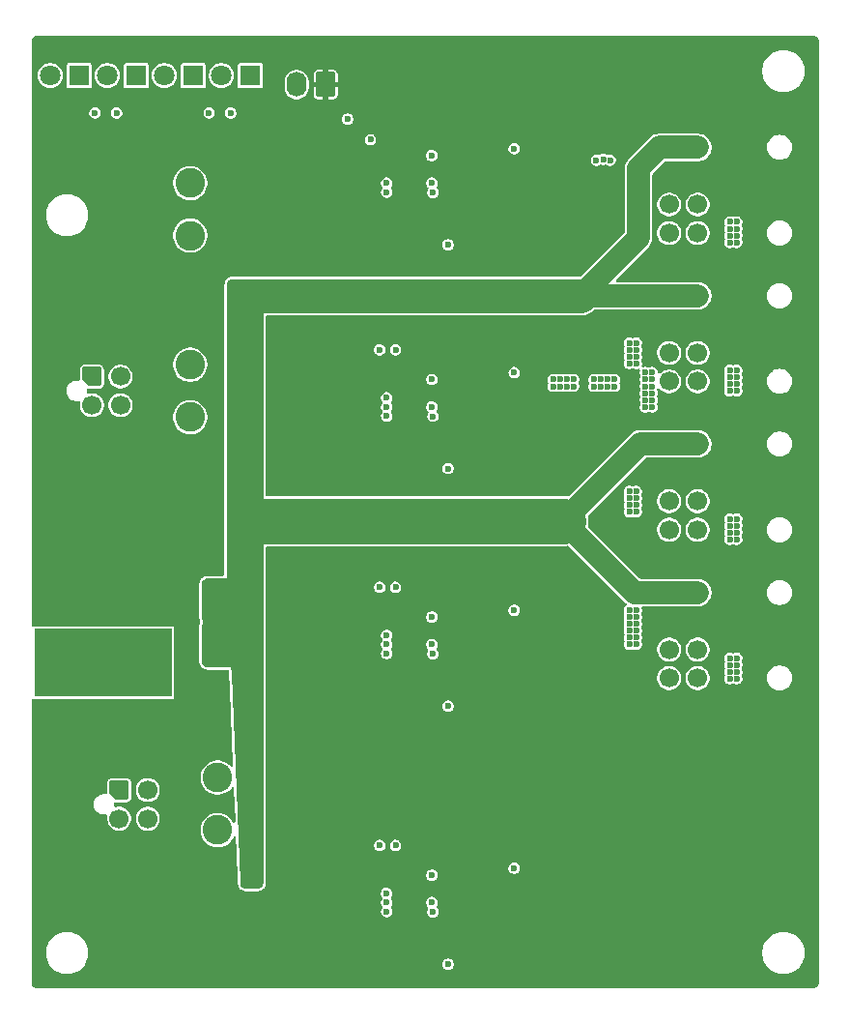
<source format=gbr>
%TF.GenerationSoftware,KiCad,Pcbnew,9.0.1-unknown-202503302321~efea324ee4~ubuntu22.04.1*%
%TF.CreationDate,2025-03-31T19:49:47+02:00*%
%TF.ProjectId,PowkiBoard,506f776b-6942-46f6-9172-642e6b696361,rev?*%
%TF.SameCoordinates,Original*%
%TF.FileFunction,Copper,L2,Inr*%
%TF.FilePolarity,Positive*%
%FSLAX46Y46*%
G04 Gerber Fmt 4.6, Leading zero omitted, Abs format (unit mm)*
G04 Created by KiCad (PCBNEW 9.0.1-unknown-202503302321~efea324ee4~ubuntu22.04.1) date 2025-03-31 19:49:47*
%MOMM*%
%LPD*%
G01*
G04 APERTURE LIST*
G04 Aperture macros list*
%AMRoundRect*
0 Rectangle with rounded corners*
0 $1 Rounding radius*
0 $2 $3 $4 $5 $6 $7 $8 $9 X,Y pos of 4 corners*
0 Add a 4 corners polygon primitive as box body*
4,1,4,$2,$3,$4,$5,$6,$7,$8,$9,$2,$3,0*
0 Add four circle primitives for the rounded corners*
1,1,$1+$1,$2,$3*
1,1,$1+$1,$4,$5*
1,1,$1+$1,$6,$7*
1,1,$1+$1,$8,$9*
0 Add four rect primitives between the rounded corners*
20,1,$1+$1,$2,$3,$4,$5,0*
20,1,$1+$1,$4,$5,$6,$7,0*
20,1,$1+$1,$6,$7,$8,$9,0*
20,1,$1+$1,$8,$9,$2,$3,0*%
%AMFreePoly0*
4,1,22,0.695671,0.830970,0.776777,0.776777,0.830970,0.695671,0.850000,0.600000,0.850000,-0.600000,0.830970,-0.695671,0.776777,-0.776777,0.695671,-0.830970,0.600000,-0.850000,-0.200000,-0.850000,-0.295671,-0.830970,-0.376777,-0.776777,-0.776777,-0.376777,-0.830970,-0.295671,-0.850000,-0.200000,-0.850000,0.600000,-0.830970,0.695671,-0.776777,0.776777,-0.695671,0.830970,-0.600000,0.850000,
0.600000,0.850000,0.695671,0.830970,0.695671,0.830970,$1*%
G04 Aperture macros list end*
%TA.AperFunction,ComponentPad*%
%ADD10RoundRect,0.250000X-0.600000X-0.600000X0.600000X-0.600000X0.600000X0.600000X-0.600000X0.600000X0*%
%TD*%
%TA.AperFunction,ComponentPad*%
%ADD11C,1.700000*%
%TD*%
%TA.AperFunction,ComponentPad*%
%ADD12R,1.800000X1.800000*%
%TD*%
%TA.AperFunction,ComponentPad*%
%ADD13C,1.800000*%
%TD*%
%TA.AperFunction,ComponentPad*%
%ADD14R,12.000000X6.000000*%
%TD*%
%TA.AperFunction,ComponentPad*%
%ADD15C,2.600000*%
%TD*%
%TA.AperFunction,ComponentPad*%
%ADD16FreePoly0,0.000000*%
%TD*%
%TA.AperFunction,ComponentPad*%
%ADD17RoundRect,0.250000X0.620000X0.845000X-0.620000X0.845000X-0.620000X-0.845000X0.620000X-0.845000X0*%
%TD*%
%TA.AperFunction,ComponentPad*%
%ADD18O,1.740000X2.190000*%
%TD*%
%TA.AperFunction,ViaPad*%
%ADD19C,0.600000*%
%TD*%
%TA.AperFunction,Conductor*%
%ADD20C,3.000000*%
%TD*%
%TA.AperFunction,Conductor*%
%ADD21C,2.000000*%
%TD*%
%TA.AperFunction,Conductor*%
%ADD22C,4.000000*%
%TD*%
G04 APERTURE END LIST*
D10*
%TO.N,VIN*%
%TO.C,J5*%
X79585000Y-67070000D03*
D11*
%TO.N,GNDA*%
X79585000Y-69570000D03*
%TO.N,9V*%
X79585000Y-72070000D03*
%TO.N,5V*%
X79585000Y-74570000D03*
%TO.N,VIN*%
X82085000Y-67070000D03*
%TO.N,GNDA*%
X82085000Y-69570000D03*
%TO.N,12V*%
X82085000Y-72070000D03*
%TO.N,LG5V*%
X82085000Y-74570000D03*
%TD*%
D12*
%TO.N,Net-(D6-K)*%
%TO.C,D6*%
X42870000Y-47800000D03*
D13*
%TO.N,Net-(D6-A)*%
X40330000Y-47800000D03*
%TD*%
D12*
%TO.N,Net-(D5-K)*%
%TO.C,D5*%
X37870000Y-47800000D03*
D13*
%TO.N,Net-(D5-A)*%
X35330000Y-47800000D03*
%TD*%
D14*
%TO.N,GNDA*%
%TO.C,J3*%
X30000000Y-90600000D03*
%TD*%
D15*
%TO.N,Net-(J8-Pin_3)*%
%TO.C,U6*%
X37600000Y-77700000D03*
X37600000Y-73100000D03*
%TO.N,Net-(U4-VIN)*%
X37600000Y-61800000D03*
X37600000Y-57200000D03*
%TD*%
D16*
%TO.N,VBATT*%
%TO.C,J8*%
X28980000Y-74150000D03*
D11*
X28980000Y-76650000D03*
%TO.N,Net-(J8-Pin_3)*%
X31480000Y-74150000D03*
X31480000Y-76650000D03*
%TD*%
D10*
%TO.N,VIN*%
%TO.C,J4*%
X79585000Y-54080000D03*
D11*
%TO.N,GNDA*%
X79585000Y-56580000D03*
%TO.N,9V*%
X79585000Y-59080000D03*
%TO.N,5V*%
X79585000Y-61580000D03*
%TO.N,VIN*%
X82085000Y-54080000D03*
%TO.N,GNDA*%
X82085000Y-56580000D03*
%TO.N,12V*%
X82085000Y-59080000D03*
%TO.N,LG5V*%
X82085000Y-61580000D03*
%TD*%
D12*
%TO.N,Net-(D8-K)*%
%TO.C,D8*%
X32870000Y-47800000D03*
D13*
%TO.N,Net-(D8-A)*%
X30330000Y-47800000D03*
%TD*%
D15*
%TO.N,Net-(J1-Pin_3)*%
%TO.C,U5*%
X40000000Y-113850000D03*
X40000000Y-109250000D03*
%TO.N,VIN*%
X40000000Y-97950000D03*
X40000000Y-93350000D03*
%TD*%
D12*
%TO.N,Net-(D7-K)*%
%TO.C,D7*%
X27870000Y-47800000D03*
D13*
%TO.N,Net-(D7-A)*%
X25330000Y-47800000D03*
%TD*%
D16*
%TO.N,VBATT*%
%TO.C,J1*%
X31380000Y-110350000D03*
D11*
X31380000Y-112850000D03*
%TO.N,Net-(J1-Pin_3)*%
X33880000Y-110350000D03*
X33880000Y-112850000D03*
%TD*%
D17*
%TO.N,GNDA*%
%TO.C,J9*%
X49470000Y-48580000D03*
D18*
%TO.N,EN12V*%
X46930000Y-48580000D03*
%TD*%
D10*
%TO.N,VIN*%
%TO.C,J6*%
X79585000Y-80060000D03*
D11*
%TO.N,GNDA*%
X79585000Y-82560000D03*
%TO.N,9V*%
X79585000Y-85060000D03*
%TO.N,5V*%
X79585000Y-87560000D03*
%TO.N,VIN*%
X82085000Y-80060000D03*
%TO.N,GNDA*%
X82085000Y-82560000D03*
%TO.N,12V*%
X82085000Y-85060000D03*
%TO.N,LG5V*%
X82085000Y-87560000D03*
%TD*%
D14*
%TO.N,VBATT*%
%TO.C,J2*%
X30000000Y-99200000D03*
%TD*%
D10*
%TO.N,VIN*%
%TO.C,J7*%
X79585000Y-93050000D03*
D11*
%TO.N,GNDA*%
X79585000Y-95550000D03*
%TO.N,9V*%
X79585000Y-98050000D03*
%TO.N,5V*%
X79585000Y-100550000D03*
%TO.N,VIN*%
X82085000Y-93050000D03*
%TO.N,GNDA*%
X82085000Y-95550000D03*
%TO.N,12V*%
X82085000Y-98050000D03*
%TO.N,LG5V*%
X82085000Y-100550000D03*
%TD*%
D19*
%TO.N,VIN*%
X43400000Y-84400000D03*
X42800000Y-86800000D03*
X42800000Y-66200000D03*
X43400000Y-86800000D03*
X41400000Y-70400000D03*
X41600000Y-89200000D03*
X43400000Y-85600000D03*
X41400000Y-68000000D03*
X41400000Y-85000000D03*
X42200000Y-68600000D03*
X43400000Y-68600000D03*
X43200000Y-66800000D03*
X41600000Y-84400000D03*
X43400000Y-89200000D03*
X42200000Y-84400000D03*
X42600000Y-87400000D03*
X42800000Y-89200000D03*
X42800000Y-67400000D03*
X42600000Y-68000000D03*
X41600000Y-86800000D03*
X42800000Y-71000000D03*
X42600000Y-85000000D03*
X42600000Y-66800000D03*
X42200000Y-69800000D03*
X43200000Y-69200000D03*
X42800000Y-84400000D03*
X42000000Y-88600000D03*
X42000000Y-70400000D03*
X41400000Y-88600000D03*
X42600000Y-69200000D03*
X41600000Y-68600000D03*
X42200000Y-89200000D03*
X42200000Y-88000000D03*
X41600000Y-88000000D03*
X42800000Y-68600000D03*
X42200000Y-85600000D03*
X42800000Y-85600000D03*
X42000000Y-85000000D03*
X43200000Y-86200000D03*
X43200000Y-87400000D03*
X41600000Y-69800000D03*
X43400000Y-66200000D03*
X43400000Y-69800000D03*
X43200000Y-85000000D03*
X42000000Y-68000000D03*
X42600000Y-86200000D03*
X41600000Y-71000000D03*
X41600000Y-67400000D03*
X42200000Y-71000000D03*
X43200000Y-70400000D03*
X43200000Y-88600000D03*
X42000000Y-86200000D03*
X42800000Y-88000000D03*
X42800000Y-69800000D03*
X41600000Y-85600000D03*
X42200000Y-86800000D03*
X42000000Y-69200000D03*
X41400000Y-69200000D03*
X42000000Y-66800000D03*
X42200000Y-67400000D03*
X43400000Y-71000000D03*
X41400000Y-87400000D03*
X42600000Y-70400000D03*
X41400000Y-66800000D03*
X42600000Y-88600000D03*
X43400000Y-67400000D03*
X43200000Y-68000000D03*
X41400000Y-86200000D03*
X43400000Y-88000000D03*
X42000000Y-87400000D03*
X42200000Y-66200000D03*
X41600000Y-66200000D03*
%TO.N,GNDA*%
X56400000Y-96600000D03*
X44600000Y-72600000D03*
X69800000Y-59200000D03*
X79000000Y-90800000D03*
X47000000Y-73200000D03*
X57800000Y-75200000D03*
X73200000Y-78800000D03*
X68200000Y-122200000D03*
X86400000Y-78400000D03*
X48200000Y-73200000D03*
X57600000Y-55000000D03*
X57200000Y-97200000D03*
X44600000Y-105200000D03*
X45000000Y-65000000D03*
X79000000Y-91400000D03*
X55200000Y-81200000D03*
X47800000Y-78600000D03*
X65800000Y-78800000D03*
X78400000Y-122200000D03*
X44600000Y-93400000D03*
X55800000Y-95400000D03*
X44600000Y-114800000D03*
X37800000Y-96000000D03*
X53600000Y-107200000D03*
X42800000Y-53600000D03*
X40600000Y-101400000D03*
X82800000Y-122200000D03*
X44600000Y-107000000D03*
X80600000Y-122200000D03*
X55400000Y-114400000D03*
X71600000Y-122200000D03*
X86400000Y-64200000D03*
X40200000Y-82000000D03*
X35800000Y-52000000D03*
X55600000Y-90600000D03*
X57600000Y-118000000D03*
X60200000Y-122625000D03*
X47800000Y-122000000D03*
X84000000Y-57400000D03*
X57800000Y-96000000D03*
X55400000Y-111400000D03*
X37000000Y-96800000D03*
X40200000Y-80800000D03*
X72600000Y-122200000D03*
X47400000Y-65000000D03*
X55800000Y-96600000D03*
X53400000Y-81200000D03*
X55800000Y-81200000D03*
X57800000Y-97200000D03*
X50200000Y-99400000D03*
X60200000Y-101000000D03*
X47200000Y-122000000D03*
X55800000Y-82400000D03*
X44600000Y-83800000D03*
X53400000Y-124600000D03*
X69200000Y-59200000D03*
X51600000Y-122000000D03*
X40200000Y-72000000D03*
X56000000Y-118600000D03*
X67600000Y-78800000D03*
X40200000Y-79600000D03*
X67600000Y-122200000D03*
X55800000Y-62800000D03*
X55412500Y-101012500D03*
X55400000Y-109600000D03*
X46000000Y-122000000D03*
X55400000Y-107200000D03*
X57025000Y-125200000D03*
X48000000Y-89400000D03*
X73000000Y-53600000D03*
X69200000Y-99600000D03*
X55800000Y-118000000D03*
X53600000Y-111400000D03*
X47600000Y-73200000D03*
X73000000Y-50000000D03*
X47000000Y-53600000D03*
X30800000Y-82600000D03*
X55600000Y-89400000D03*
X47000000Y-56600000D03*
X86400000Y-58000000D03*
X57200000Y-118600000D03*
X57000000Y-75800000D03*
X44600000Y-82000000D03*
X40800000Y-103200000D03*
X45200000Y-56600000D03*
X40800000Y-104400000D03*
X46400000Y-73200000D03*
X57025000Y-102600000D03*
X40800000Y-105600000D03*
X65800000Y-99600000D03*
X44600000Y-92200000D03*
X52600000Y-65000000D03*
X44600000Y-111800000D03*
X56000000Y-58000000D03*
X52400000Y-71000000D03*
X75000000Y-78800000D03*
X72600000Y-59200000D03*
X44600000Y-47000000D03*
X57000000Y-97800000D03*
X40200000Y-81400000D03*
X57200000Y-55600000D03*
X55800000Y-97800000D03*
X55400000Y-104800000D03*
X55200000Y-61600000D03*
X44600000Y-79000000D03*
X79000000Y-77200000D03*
X45800000Y-116600000D03*
X44600000Y-113600000D03*
X46200000Y-65000000D03*
X55400000Y-112000000D03*
X71600000Y-59200000D03*
X45600000Y-84200000D03*
X55800000Y-119200000D03*
X55400000Y-113800000D03*
X53600000Y-110800000D03*
X74600000Y-51200000D03*
X74600000Y-51800000D03*
X45200000Y-116600000D03*
X41200000Y-118400000D03*
X55800000Y-62200000D03*
X44600000Y-48200000D03*
X57012500Y-123587500D03*
X44600000Y-91600000D03*
X45600000Y-51000000D03*
X44600000Y-116000000D03*
X42000000Y-51600000D03*
X82600000Y-63600000D03*
X44600000Y-49400000D03*
X80800000Y-52400000D03*
X44600000Y-101000000D03*
X72600000Y-78800000D03*
X47400000Y-84200000D03*
X82600000Y-63000000D03*
X44600000Y-111200000D03*
X56400000Y-118000000D03*
X46800000Y-69200000D03*
X56400000Y-95400000D03*
X82600000Y-89000000D03*
X48400000Y-59000000D03*
X53800000Y-60575000D03*
X55800000Y-125200000D03*
X49600000Y-122000000D03*
X46800000Y-65000000D03*
X40200000Y-82600000D03*
X57600000Y-119200000D03*
X53600000Y-106000000D03*
X48400000Y-78600000D03*
X57600000Y-96600000D03*
X70400000Y-59200000D03*
X82600000Y-78400000D03*
X55800000Y-102600000D03*
X57000000Y-56200000D03*
X56600000Y-121000000D03*
X47600000Y-94000000D03*
X48000000Y-51000000D03*
X56600000Y-119800000D03*
X49600000Y-78600000D03*
X53400000Y-102000000D03*
X79000000Y-52400000D03*
X44800000Y-122000000D03*
X55200000Y-102000000D03*
X69200000Y-78800000D03*
X54000000Y-102000000D03*
X52600000Y-69200000D03*
X67000000Y-99600000D03*
X47600000Y-56600000D03*
X45200000Y-53600000D03*
X79000000Y-64800000D03*
X76600000Y-122200000D03*
X55800000Y-77000000D03*
X82000000Y-50000000D03*
X45200000Y-94000000D03*
X80200000Y-52400000D03*
X66400000Y-122200000D03*
X47200000Y-99400000D03*
X55600000Y-71000000D03*
X41200000Y-117200000D03*
X46400000Y-53600000D03*
X53600000Y-106600000D03*
X55800000Y-125800000D03*
X55600000Y-69800000D03*
X44600000Y-113000000D03*
X57025000Y-81800000D03*
X56600000Y-56800000D03*
X84600000Y-122200000D03*
X66400000Y-99600000D03*
X44600000Y-99800000D03*
X57000000Y-55000000D03*
X74600000Y-49400000D03*
X53800000Y-80175000D03*
X84000000Y-58600000D03*
X57200000Y-119800000D03*
X53800000Y-100975000D03*
X44800000Y-59000000D03*
X44600000Y-114200000D03*
X82600000Y-65400000D03*
X55600000Y-90000000D03*
X56000000Y-56800000D03*
X44400000Y-65000000D03*
X48400000Y-99400000D03*
X55400000Y-104200000D03*
X45400000Y-122000000D03*
X34800000Y-94800000D03*
X53600000Y-109000000D03*
X69200000Y-122200000D03*
X55400000Y-105400000D03*
X53000000Y-90800000D03*
X79600000Y-50000000D03*
X73200000Y-122200000D03*
X84000000Y-58000000D03*
X31600000Y-83400000D03*
X86400000Y-91400000D03*
X82600000Y-89600000D03*
X53800000Y-123575000D03*
X44600000Y-73200000D03*
X86400000Y-55000000D03*
X44600000Y-79600000D03*
X55400000Y-106600000D03*
X59600000Y-60600000D03*
X32400000Y-80200000D03*
X55200000Y-124600000D03*
X54600000Y-102000000D03*
X59600000Y-123600000D03*
X44600000Y-108200000D03*
X73000000Y-51800000D03*
X57000000Y-57400000D03*
X44600000Y-71400000D03*
X74600000Y-50000000D03*
X81400000Y-50000000D03*
X80800000Y-50000000D03*
X53600000Y-108400000D03*
X73800000Y-99600000D03*
X79000000Y-65400000D03*
X77800000Y-122200000D03*
X82600000Y-91400000D03*
X40200000Y-79000000D03*
X55800000Y-74600000D03*
X46400000Y-116600000D03*
X76000000Y-122200000D03*
X34400000Y-82200000D03*
X35200000Y-94400000D03*
X40200000Y-71400000D03*
X86400000Y-77200000D03*
X43400000Y-56600000D03*
X32000000Y-83800000D03*
X79000000Y-76600000D03*
X57600000Y-120400000D03*
X44600000Y-80800000D03*
X57200000Y-98400000D03*
X35200000Y-51800000D03*
X86400000Y-65400000D03*
X74400000Y-59200000D03*
X56600000Y-96000000D03*
X44600000Y-104000000D03*
X44600000Y-100400000D03*
X57000000Y-95400000D03*
X50800000Y-122000000D03*
X53000000Y-90200000D03*
X45000000Y-69200000D03*
X57800000Y-56800000D03*
X71600000Y-78800000D03*
X56600000Y-76400000D03*
X79000000Y-50000000D03*
X55600000Y-69200000D03*
X79000000Y-89600000D03*
X44600000Y-46400000D03*
X60200000Y-80200000D03*
X57000000Y-118000000D03*
X74600000Y-53000000D03*
X55412500Y-80212500D03*
X57200000Y-77600000D03*
X82600000Y-52400000D03*
X79000000Y-64200000D03*
X82600000Y-77800000D03*
X56400000Y-97800000D03*
X46200000Y-69200000D03*
X42200000Y-53600000D03*
X57025000Y-62200000D03*
X47600000Y-53600000D03*
X70400000Y-122200000D03*
X45200000Y-73200000D03*
X69800000Y-99600000D03*
X53600000Y-112000000D03*
X86400000Y-63600000D03*
X40200000Y-83800000D03*
X46400000Y-94000000D03*
X81800000Y-122200000D03*
X60200000Y-123600000D03*
X75000000Y-99600000D03*
X56400000Y-75800000D03*
X44600000Y-50000000D03*
X55400000Y-108400000D03*
X40200000Y-83200000D03*
X45000000Y-51000000D03*
X56400000Y-77000000D03*
X50800000Y-99400000D03*
X48400000Y-122000000D03*
X44600000Y-47600000D03*
X34800000Y-82600000D03*
X47200000Y-78600000D03*
X44600000Y-110000000D03*
X56400000Y-119200000D03*
X44600000Y-53600000D03*
X53600000Y-113200000D03*
X36400000Y-52000000D03*
X71000000Y-78800000D03*
X73800000Y-78800000D03*
X55800000Y-56200000D03*
X55600000Y-65000000D03*
X59600000Y-80200000D03*
X57200000Y-121000000D03*
X55600000Y-84200000D03*
X54600000Y-81200000D03*
X45000000Y-84200000D03*
X73800000Y-59200000D03*
X53200000Y-84200000D03*
X52800000Y-122000000D03*
X55400000Y-109000000D03*
X44600000Y-102200000D03*
X37000000Y-52000000D03*
X56400000Y-74600000D03*
X84000000Y-56800000D03*
X56600000Y-77600000D03*
X52600000Y-64400000D03*
X60200000Y-100025000D03*
X44600000Y-56600000D03*
X44600000Y-108800000D03*
X47600000Y-116600000D03*
X32400000Y-84200000D03*
X55400000Y-110200000D03*
X56600000Y-75200000D03*
X34000000Y-95600000D03*
X44600000Y-80200000D03*
X44600000Y-70200000D03*
X52800000Y-73200000D03*
X82600000Y-64800000D03*
X79000000Y-76000000D03*
X44600000Y-101600000D03*
X44600000Y-69600000D03*
X33200000Y-85000000D03*
X84000000Y-54400000D03*
X65800000Y-59200000D03*
X56400000Y-55000000D03*
X31200000Y-83000000D03*
X57000000Y-120400000D03*
X57200000Y-76400000D03*
X42200000Y-56600000D03*
X45600000Y-65000000D03*
X40200000Y-80200000D03*
X41200000Y-116000000D03*
X52600000Y-69800000D03*
X56400000Y-120400000D03*
X46200000Y-84200000D03*
X53200000Y-83600000D03*
X55600000Y-70400000D03*
X65800000Y-122200000D03*
X47200000Y-59000000D03*
X46000000Y-59000000D03*
X86400000Y-54400000D03*
X35200000Y-83000000D03*
X86400000Y-53800000D03*
X77200000Y-122200000D03*
X40200000Y-72600000D03*
X70400000Y-99600000D03*
X47400000Y-51000000D03*
X48000000Y-69200000D03*
X43200000Y-51600000D03*
X73800000Y-122200000D03*
X84000000Y-122200000D03*
X44600000Y-89800000D03*
X44600000Y-50600000D03*
X55800000Y-102000000D03*
X44000000Y-56600000D03*
X68200000Y-59200000D03*
X56000000Y-76400000D03*
X86400000Y-56800000D03*
X71600000Y-99600000D03*
X36600000Y-97200000D03*
X44600000Y-72000000D03*
X50200000Y-59000000D03*
X55400000Y-103600000D03*
X44600000Y-105800000D03*
X57200000Y-75200000D03*
X44000000Y-53600000D03*
X73200000Y-59200000D03*
X86400000Y-90200000D03*
X43200000Y-65000000D03*
X55800000Y-103200000D03*
X68200000Y-78800000D03*
X67600000Y-59200000D03*
X44600000Y-91000000D03*
X57800000Y-76400000D03*
X44600000Y-45800000D03*
X79000000Y-63000000D03*
X55800000Y-124600000D03*
X55600000Y-83600000D03*
X45600000Y-69200000D03*
X50200000Y-78600000D03*
X86400000Y-55600000D03*
X54600000Y-61600000D03*
X67600000Y-99600000D03*
X47800000Y-99400000D03*
X55400000Y-112600000D03*
X68200000Y-99600000D03*
X67000000Y-59200000D03*
X36000000Y-83800000D03*
X67000000Y-78800000D03*
X75000000Y-122200000D03*
X53600000Y-110200000D03*
X57012500Y-60587500D03*
X86400000Y-56200000D03*
X71000000Y-59200000D03*
X42800000Y-56600000D03*
X52200000Y-122000000D03*
X40800000Y-106800000D03*
X56000000Y-98400000D03*
X84000000Y-55600000D03*
X47400000Y-89400000D03*
X44600000Y-90400000D03*
X57200000Y-58000000D03*
X55400000Y-106000000D03*
X44600000Y-116600000D03*
X56000000Y-96000000D03*
X56600000Y-118600000D03*
X55412500Y-123612500D03*
X32800000Y-84600000D03*
X73200000Y-99600000D03*
X79000000Y-89000000D03*
X55800000Y-57400000D03*
X85200000Y-122200000D03*
X82600000Y-90200000D03*
X82600000Y-50000000D03*
X80000000Y-122200000D03*
X46200000Y-78600000D03*
X56600000Y-97200000D03*
X45000000Y-89400000D03*
X57600000Y-97800000D03*
X69800000Y-122200000D03*
X80200000Y-50000000D03*
X57000000Y-119200000D03*
X57600000Y-75800000D03*
X60200000Y-79225000D03*
X84000000Y-53800000D03*
X40800000Y-103800000D03*
X34400000Y-95200000D03*
X44600000Y-110600000D03*
X86400000Y-63000000D03*
X86400000Y-89000000D03*
X41200000Y-117800000D03*
X57012500Y-100987500D03*
X33600000Y-81400000D03*
X40200000Y-73200000D03*
X57600000Y-77000000D03*
X40200000Y-51000000D03*
X83400000Y-122200000D03*
X59600000Y-101000000D03*
X53600000Y-113800000D03*
X46200000Y-51000000D03*
X50200000Y-122000000D03*
X40800000Y-106200000D03*
X55600000Y-63800000D03*
X55400000Y-110800000D03*
X57800000Y-55600000D03*
X57200000Y-96000000D03*
X55412500Y-60612500D03*
X45600000Y-99400000D03*
X40800000Y-102600000D03*
X32800000Y-52400000D03*
X82600000Y-77200000D03*
X56000000Y-119800000D03*
X86400000Y-77800000D03*
X82000000Y-52400000D03*
X55800000Y-55000000D03*
X31600000Y-52400000D03*
X50800000Y-59000000D03*
X79400000Y-122200000D03*
X40800000Y-105000000D03*
X32200000Y-52400000D03*
X75000000Y-59200000D03*
X56000000Y-121000000D03*
X74400000Y-122200000D03*
X44600000Y-94000000D03*
X56000000Y-97200000D03*
X45600000Y-89400000D03*
X48000000Y-65000000D03*
X45800000Y-94000000D03*
X74400000Y-78800000D03*
X66400000Y-59200000D03*
X50800000Y-78600000D03*
X44600000Y-82600000D03*
X52600000Y-70400000D03*
X73000000Y-52400000D03*
X37400000Y-96400000D03*
X45400000Y-59000000D03*
X32800000Y-80600000D03*
X33600000Y-85400000D03*
X82600000Y-76600000D03*
X40600000Y-100800000D03*
X48000000Y-84200000D03*
X53000000Y-92000000D03*
X56600000Y-98400000D03*
X38200000Y-95600000D03*
X55600000Y-83000000D03*
X86400000Y-76000000D03*
X86400000Y-64800000D03*
X44600000Y-115400000D03*
X81400000Y-52400000D03*
X66400000Y-78800000D03*
X86400000Y-90800000D03*
X53600000Y-109600000D03*
X52400000Y-72200000D03*
X57800000Y-119800000D03*
X57600000Y-95400000D03*
X81200000Y-122200000D03*
X52400000Y-72800000D03*
X45600000Y-78600000D03*
X44600000Y-103400000D03*
X73000000Y-50600000D03*
X44600000Y-83200000D03*
X54600000Y-124600000D03*
X56600000Y-55600000D03*
X60200000Y-59625000D03*
X86400000Y-58600000D03*
X54000000Y-61600000D03*
X53600000Y-104800000D03*
X53600000Y-105400000D03*
X46200000Y-89400000D03*
X86400000Y-89600000D03*
X56400000Y-56200000D03*
X86400000Y-76600000D03*
X37600000Y-52000000D03*
X82600000Y-90800000D03*
X73000000Y-51200000D03*
X34000000Y-81800000D03*
X57000000Y-74600000D03*
X46800000Y-84200000D03*
X71000000Y-122200000D03*
X44600000Y-106400000D03*
X34000000Y-52400000D03*
X86400000Y-57400000D03*
X55800000Y-81800000D03*
X55800000Y-75800000D03*
X46800000Y-51000000D03*
X55600000Y-64400000D03*
X34800000Y-51400000D03*
X45800000Y-56600000D03*
X55400000Y-107800000D03*
X44600000Y-70800000D03*
X60200000Y-60600000D03*
X44600000Y-112400000D03*
X57200000Y-56800000D03*
X40600000Y-100200000D03*
X46200000Y-99400000D03*
X54000000Y-81200000D03*
X54000000Y-124600000D03*
X57600000Y-57400000D03*
X57012500Y-80187500D03*
X48200000Y-116600000D03*
X79000000Y-63600000D03*
X79000000Y-90200000D03*
X72600000Y-99600000D03*
X56600000Y-58000000D03*
X57000000Y-77000000D03*
X56000000Y-77600000D03*
X74600000Y-52400000D03*
X74400000Y-99600000D03*
X45800000Y-53600000D03*
X53600000Y-114400000D03*
X44600000Y-104600000D03*
X84000000Y-55000000D03*
X38200000Y-52000000D03*
X84000000Y-56200000D03*
X74600000Y-50600000D03*
X79000000Y-77800000D03*
X53600000Y-112600000D03*
X44600000Y-92800000D03*
X40600000Y-102000000D03*
X35600000Y-94000000D03*
X69800000Y-78800000D03*
X53400000Y-61600000D03*
X46800000Y-89400000D03*
X55800000Y-120400000D03*
X45800000Y-73200000D03*
X47000000Y-94000000D03*
X79600000Y-52400000D03*
X33200000Y-81000000D03*
X52400000Y-71600000D03*
X53600000Y-107800000D03*
X57600000Y-74600000D03*
X57800000Y-118600000D03*
X79000000Y-78400000D03*
X55600000Y-91200000D03*
X49600000Y-99400000D03*
X43800000Y-65000000D03*
X46400000Y-56600000D03*
X43400000Y-53600000D03*
X55400000Y-113200000D03*
X47400000Y-69200000D03*
X33400000Y-52400000D03*
X56000000Y-55600000D03*
X40200000Y-50400000D03*
X67000000Y-122200000D03*
X53000000Y-89600000D03*
X73000000Y-53000000D03*
X56400000Y-57400000D03*
X44600000Y-109400000D03*
X35600000Y-83400000D03*
X55600000Y-91800000D03*
X49600000Y-59000000D03*
X55800000Y-61600000D03*
X45000000Y-78600000D03*
X82600000Y-64200000D03*
X53600000Y-104200000D03*
X42600000Y-51600000D03*
X30400000Y-82200000D03*
X45000000Y-99400000D03*
X47000000Y-116600000D03*
X57000000Y-96600000D03*
X34000000Y-85800000D03*
X82600000Y-76000000D03*
X57600000Y-56200000D03*
X56000000Y-75200000D03*
X41200000Y-116600000D03*
X73000000Y-49400000D03*
X47800000Y-59000000D03*
X70400000Y-78800000D03*
X44600000Y-102800000D03*
X71000000Y-99600000D03*
X44600000Y-48800000D03*
X53000000Y-91400000D03*
X44600000Y-107600000D03*
X44600000Y-81400000D03*
%TO.N,9V*%
X76100000Y-95200000D03*
X76700000Y-72400000D03*
X76700000Y-94600000D03*
X76700000Y-84800000D03*
X76100000Y-71800000D03*
X76100000Y-71200000D03*
X76700000Y-86000000D03*
X76700000Y-73000000D03*
X76100000Y-72400000D03*
X66000000Y-94600000D03*
X76700000Y-85400000D03*
X76700000Y-97600000D03*
X76100000Y-84800000D03*
X76700000Y-71800000D03*
X76700000Y-95200000D03*
X76700000Y-95800000D03*
X76100000Y-96400000D03*
X76100000Y-84200000D03*
X76100000Y-85400000D03*
X76700000Y-97000000D03*
X76700000Y-96400000D03*
X76100000Y-97600000D03*
X76100000Y-95800000D03*
X76100000Y-97000000D03*
X76100000Y-94600000D03*
X76100000Y-73000000D03*
X76100000Y-86000000D03*
X76700000Y-71200000D03*
X76700000Y-84200000D03*
%TO.N,5V*%
X78100000Y-76800000D03*
X74800000Y-75000000D03*
X69400000Y-75000000D03*
X77500000Y-73800000D03*
X73600000Y-74400000D03*
X69400000Y-74400000D03*
X74800000Y-74400000D03*
X77500000Y-75600000D03*
X78100000Y-73800000D03*
X77500000Y-76800000D03*
X78100000Y-76200000D03*
X77500000Y-76200000D03*
X78100000Y-75600000D03*
X70000000Y-75000000D03*
X70000000Y-74400000D03*
X74200000Y-74400000D03*
X73000000Y-75000000D03*
X77500000Y-74400000D03*
X66000000Y-73800000D03*
X71200000Y-75000000D03*
X73600000Y-75000000D03*
X78100000Y-74400000D03*
X73000000Y-74400000D03*
X77500000Y-75000000D03*
X78100000Y-75000000D03*
X71200000Y-74400000D03*
X70600000Y-74400000D03*
X74200000Y-75000000D03*
X70600000Y-75000000D03*
%TO.N,12V*%
X66000000Y-117200000D03*
%TO.N,Net-(U1-SS{slash}TR)*%
X54825000Y-97600000D03*
%TO.N,Net-(U2-SS{slash}TR)*%
X54825000Y-76800000D03*
%TO.N,Net-(U3-SS{slash}TR)*%
X54825000Y-120200000D03*
%TO.N,Net-(U1-COMP)*%
X58775000Y-97600000D03*
%TO.N,Net-(U2-COMP)*%
X58775000Y-76800000D03*
%TO.N,Net-(U3-COMP)*%
X58775000Y-120200000D03*
%TO.N,Net-(U4-COMP)*%
X58775000Y-57200000D03*
%TO.N,Net-(U4-SS{slash}TR)*%
X54825000Y-57200000D03*
%TO.N,LG5V*%
X84900000Y-100000000D03*
X85500000Y-73600000D03*
X84900000Y-75400000D03*
X84900000Y-74800000D03*
X73800000Y-55125000D03*
X85500000Y-99400000D03*
X84900000Y-87200000D03*
X84900000Y-61200000D03*
X85500000Y-75400000D03*
X74400000Y-55200000D03*
X73200000Y-55200000D03*
X85500000Y-100000000D03*
X84900000Y-87800000D03*
X85500000Y-60600000D03*
X85500000Y-74800000D03*
X85500000Y-61200000D03*
X66000000Y-54200000D03*
X85500000Y-86600000D03*
X84900000Y-99400000D03*
X85500000Y-61800000D03*
X84900000Y-60600000D03*
X84900000Y-100600000D03*
X84900000Y-73600000D03*
X85500000Y-100600000D03*
X84900000Y-88400000D03*
X84900000Y-86600000D03*
X85500000Y-88400000D03*
X84900000Y-74200000D03*
X84900000Y-98800000D03*
X85500000Y-87800000D03*
X84900000Y-61800000D03*
X85500000Y-87200000D03*
X84900000Y-62400000D03*
X85500000Y-74200000D03*
X85500000Y-98800000D03*
X85500000Y-62400000D03*
%TO.N,Net-(U1-FB)*%
X60200000Y-103000000D03*
X58872120Y-98422120D03*
%TO.N,Net-(U2-FB)*%
X58872120Y-77622120D03*
X60200000Y-82200000D03*
%TO.N,Net-(U3-FB)*%
X58872120Y-121022120D03*
X60200000Y-125600000D03*
%TO.N,PG9V*%
X58775000Y-95200000D03*
X54200000Y-92600000D03*
X55600000Y-92600000D03*
X31150000Y-51062500D03*
%TO.N,PG12V*%
X55600000Y-115200000D03*
X29250000Y-51062500D03*
X54200000Y-115200000D03*
X58775000Y-117800000D03*
%TO.N,PG5V*%
X39250000Y-51062500D03*
X58775000Y-74400000D03*
X54200000Y-71800000D03*
X55600000Y-71800000D03*
%TO.N,Net-(U1-RT{slash}SYNC)*%
X54825000Y-98400000D03*
%TO.N,Net-(U2-RT{slash}SYNC)*%
X54825000Y-77600000D03*
%TO.N,Net-(U3-RT{slash}SYNC)*%
X54825000Y-121000000D03*
%TO.N,PGLG5V*%
X51400000Y-51600000D03*
X53400000Y-53400000D03*
X58775000Y-54800000D03*
X41150000Y-51062500D03*
%TO.N,Net-(U4-RT{slash}SYNC)*%
X54825000Y-58000000D03*
%TO.N,Net-(U4-FB)*%
X60200000Y-62600000D03*
X58872120Y-58022120D03*
%TO.N,EN12V*%
X54825000Y-96800000D03*
X54825000Y-76000000D03*
X54800000Y-119400000D03*
%TD*%
D20*
%TO.N,VIN*%
X71830000Y-67070000D02*
X42270000Y-67070000D01*
D21*
X76550000Y-93050000D02*
X70300000Y-86800000D01*
X79585000Y-80060000D02*
X77040000Y-80060000D01*
X77040000Y-80060000D02*
X70300000Y-86800000D01*
D22*
X47200000Y-86800000D02*
X43200000Y-86800000D01*
D21*
X82085000Y-80060000D02*
X79585000Y-80060000D01*
X79585000Y-54080000D02*
X78735000Y-54080000D01*
X76900000Y-62000000D02*
X71830000Y-67070000D01*
X79585000Y-67070000D02*
X71830000Y-67070000D01*
X82085000Y-54080000D02*
X79585000Y-54080000D01*
X82085000Y-67070000D02*
X79585000Y-67070000D01*
X76900000Y-55915000D02*
X76900000Y-62000000D01*
D22*
X70300000Y-86800000D02*
X47200000Y-86800000D01*
D21*
X82085000Y-93050000D02*
X79585000Y-93050000D01*
X79585000Y-93050000D02*
X76550000Y-93050000D01*
X78735000Y-54080000D02*
X76900000Y-55915000D01*
%TD*%
%TA.AperFunction,Conductor*%
%TO.N,VIN*%
G36*
X43508059Y-65601061D02*
G01*
X43613223Y-65614906D01*
X43644491Y-65623284D01*
X43734918Y-65660740D01*
X43762952Y-65676925D01*
X43840602Y-65736509D01*
X43863491Y-65759398D01*
X43923074Y-65837048D01*
X43939259Y-65865081D01*
X43976715Y-65955508D01*
X43985093Y-65986775D01*
X43998939Y-66091939D01*
X44000000Y-66108125D01*
X44000000Y-118491874D01*
X43998939Y-118508060D01*
X43985093Y-118613224D01*
X43976715Y-118644491D01*
X43939259Y-118734918D01*
X43923074Y-118762951D01*
X43863491Y-118840601D01*
X43840601Y-118863491D01*
X43762951Y-118923074D01*
X43734918Y-118939259D01*
X43644491Y-118976715D01*
X43613224Y-118985093D01*
X43519398Y-118997446D01*
X43508058Y-118998939D01*
X43491874Y-119000000D01*
X42489306Y-119000000D01*
X42470413Y-118998552D01*
X42348116Y-118979698D01*
X42312084Y-118968318D01*
X42209759Y-118917764D01*
X42178829Y-118896062D01*
X42096481Y-118817041D01*
X42073521Y-118787029D01*
X42018794Y-118686872D01*
X42005942Y-118651347D01*
X41982063Y-118529919D01*
X41979839Y-118511107D01*
X41979713Y-118508060D01*
X41219769Y-100079399D01*
X41200000Y-99600000D01*
X41199999Y-99600000D01*
X39108126Y-99600000D01*
X39091941Y-99598939D01*
X39078917Y-99597224D01*
X38986775Y-99585093D01*
X38955508Y-99576715D01*
X38865081Y-99539259D01*
X38837048Y-99523074D01*
X38759398Y-99463491D01*
X38736508Y-99440601D01*
X38676925Y-99362951D01*
X38660740Y-99334918D01*
X38623284Y-99244491D01*
X38614906Y-99213223D01*
X38601061Y-99108059D01*
X38600000Y-99091874D01*
X38600000Y-95941405D01*
X38616612Y-95879406D01*
X38666392Y-95793186D01*
X38700500Y-95665892D01*
X38700500Y-95534108D01*
X38666392Y-95406814D01*
X38616613Y-95320594D01*
X38600000Y-95258594D01*
X38600000Y-92308125D01*
X38601061Y-92291940D01*
X38614906Y-92186776D01*
X38623284Y-92155508D01*
X38660740Y-92065081D01*
X38676923Y-92037050D01*
X38736513Y-91959392D01*
X38759392Y-91936513D01*
X38837050Y-91876923D01*
X38865079Y-91860740D01*
X38955509Y-91823283D01*
X38986775Y-91814906D01*
X39091941Y-91801061D01*
X39108126Y-91800000D01*
X40800000Y-91800000D01*
X40800000Y-66108125D01*
X40801061Y-66091940D01*
X40814906Y-65986776D01*
X40814906Y-65986775D01*
X40823284Y-65955508D01*
X40860740Y-65865081D01*
X40876923Y-65837050D01*
X40936513Y-65759392D01*
X40959392Y-65736513D01*
X41037050Y-65676923D01*
X41065079Y-65660740D01*
X41155509Y-65623283D01*
X41186775Y-65614906D01*
X41291941Y-65601061D01*
X41308126Y-65600000D01*
X43491874Y-65600000D01*
X43508059Y-65601061D01*
G37*
%TD.AperFunction*%
%TD*%
%TA.AperFunction,Conductor*%
%TO.N,GNDA*%
G36*
X92206922Y-44301280D02*
G01*
X92297266Y-44311459D01*
X92324331Y-44317636D01*
X92403540Y-44345352D01*
X92428553Y-44357398D01*
X92499606Y-44402043D01*
X92521313Y-44419355D01*
X92580644Y-44478686D01*
X92597957Y-44500395D01*
X92642600Y-44571444D01*
X92654648Y-44596462D01*
X92682362Y-44675666D01*
X92688540Y-44702735D01*
X92698720Y-44793076D01*
X92699500Y-44806961D01*
X92699500Y-127193038D01*
X92698720Y-127206922D01*
X92698720Y-127206923D01*
X92688540Y-127297264D01*
X92682362Y-127324333D01*
X92654648Y-127403537D01*
X92642600Y-127428555D01*
X92597957Y-127499604D01*
X92580644Y-127521313D01*
X92521313Y-127580644D01*
X92499604Y-127597957D01*
X92428555Y-127642600D01*
X92403537Y-127654648D01*
X92324333Y-127682362D01*
X92297264Y-127688540D01*
X92217075Y-127697576D01*
X92206921Y-127698720D01*
X92193038Y-127699500D01*
X24206962Y-127699500D01*
X24193078Y-127698720D01*
X24180553Y-127697308D01*
X24102735Y-127688540D01*
X24075666Y-127682362D01*
X23996462Y-127654648D01*
X23971444Y-127642600D01*
X23900395Y-127597957D01*
X23878686Y-127580644D01*
X23819355Y-127521313D01*
X23802042Y-127499604D01*
X23757399Y-127428555D01*
X23745351Y-127403537D01*
X23717637Y-127324333D01*
X23711459Y-127297263D01*
X23701280Y-127206922D01*
X23700500Y-127193038D01*
X23700500Y-124478711D01*
X24949500Y-124478711D01*
X24949500Y-124721288D01*
X24981161Y-124961785D01*
X25043947Y-125196104D01*
X25131226Y-125406814D01*
X25136776Y-125420212D01*
X25258064Y-125630289D01*
X25258066Y-125630292D01*
X25258067Y-125630293D01*
X25405733Y-125822736D01*
X25405739Y-125822743D01*
X25577256Y-125994260D01*
X25577263Y-125994266D01*
X25671259Y-126066391D01*
X25769711Y-126141936D01*
X25979788Y-126263224D01*
X26203900Y-126356054D01*
X26438211Y-126418838D01*
X26618586Y-126442584D01*
X26678711Y-126450500D01*
X26678712Y-126450500D01*
X26921289Y-126450500D01*
X26969388Y-126444167D01*
X27161789Y-126418838D01*
X27396100Y-126356054D01*
X27620212Y-126263224D01*
X27830289Y-126141936D01*
X28022738Y-125994265D01*
X28194265Y-125822738D01*
X28341936Y-125630289D01*
X28397466Y-125534108D01*
X59699500Y-125534108D01*
X59699500Y-125665891D01*
X59733608Y-125793187D01*
X59750670Y-125822738D01*
X59799500Y-125907314D01*
X59892686Y-126000500D01*
X60006814Y-126066392D01*
X60134108Y-126100500D01*
X60134110Y-126100500D01*
X60265890Y-126100500D01*
X60265892Y-126100500D01*
X60393186Y-126066392D01*
X60507314Y-126000500D01*
X60600500Y-125907314D01*
X60666392Y-125793186D01*
X60700500Y-125665892D01*
X60700500Y-125534108D01*
X60666392Y-125406814D01*
X60600500Y-125292686D01*
X60507314Y-125199500D01*
X60450250Y-125166554D01*
X60393187Y-125133608D01*
X60329539Y-125116554D01*
X60265892Y-125099500D01*
X60134108Y-125099500D01*
X60006812Y-125133608D01*
X59892686Y-125199500D01*
X59892683Y-125199502D01*
X59799502Y-125292683D01*
X59799500Y-125292686D01*
X59733608Y-125406812D01*
X59699500Y-125534108D01*
X28397466Y-125534108D01*
X28463224Y-125420212D01*
X28556054Y-125196100D01*
X28618838Y-124961789D01*
X28650500Y-124721288D01*
X28650500Y-124478712D01*
X28650500Y-124478711D01*
X87749500Y-124478711D01*
X87749500Y-124721288D01*
X87781161Y-124961785D01*
X87843947Y-125196104D01*
X87931226Y-125406814D01*
X87936776Y-125420212D01*
X88058064Y-125630289D01*
X88058066Y-125630292D01*
X88058067Y-125630293D01*
X88205733Y-125822736D01*
X88205739Y-125822743D01*
X88377256Y-125994260D01*
X88377263Y-125994266D01*
X88471259Y-126066391D01*
X88569711Y-126141936D01*
X88779788Y-126263224D01*
X89003900Y-126356054D01*
X89238211Y-126418838D01*
X89418586Y-126442584D01*
X89478711Y-126450500D01*
X89478712Y-126450500D01*
X89721289Y-126450500D01*
X89769388Y-126444167D01*
X89961789Y-126418838D01*
X90196100Y-126356054D01*
X90420212Y-126263224D01*
X90630289Y-126141936D01*
X90822738Y-125994265D01*
X90994265Y-125822738D01*
X91141936Y-125630289D01*
X91263224Y-125420212D01*
X91356054Y-125196100D01*
X91418838Y-124961789D01*
X91450500Y-124721288D01*
X91450500Y-124478712D01*
X91418838Y-124238211D01*
X91356054Y-124003900D01*
X91263224Y-123779788D01*
X91141936Y-123569711D01*
X90994265Y-123377262D01*
X90994260Y-123377256D01*
X90822743Y-123205739D01*
X90822736Y-123205733D01*
X90630293Y-123058067D01*
X90630292Y-123058066D01*
X90630289Y-123058064D01*
X90420212Y-122936776D01*
X90420205Y-122936773D01*
X90196104Y-122843947D01*
X89961785Y-122781161D01*
X89721289Y-122749500D01*
X89721288Y-122749500D01*
X89478712Y-122749500D01*
X89478711Y-122749500D01*
X89238214Y-122781161D01*
X89003895Y-122843947D01*
X88779794Y-122936773D01*
X88779785Y-122936777D01*
X88569706Y-123058067D01*
X88377263Y-123205733D01*
X88377256Y-123205739D01*
X88205739Y-123377256D01*
X88205733Y-123377263D01*
X88058067Y-123569706D01*
X87936777Y-123779785D01*
X87936773Y-123779794D01*
X87843947Y-124003895D01*
X87781161Y-124238214D01*
X87749500Y-124478711D01*
X28650500Y-124478711D01*
X28618838Y-124238211D01*
X28556054Y-124003900D01*
X28463224Y-123779788D01*
X28341936Y-123569711D01*
X28194265Y-123377262D01*
X28194260Y-123377256D01*
X28022743Y-123205739D01*
X28022736Y-123205733D01*
X27830293Y-123058067D01*
X27830292Y-123058066D01*
X27830289Y-123058064D01*
X27620212Y-122936776D01*
X27620205Y-122936773D01*
X27396104Y-122843947D01*
X27161785Y-122781161D01*
X26921289Y-122749500D01*
X26921288Y-122749500D01*
X26678712Y-122749500D01*
X26678711Y-122749500D01*
X26438214Y-122781161D01*
X26203895Y-122843947D01*
X25979794Y-122936773D01*
X25979785Y-122936777D01*
X25769706Y-123058067D01*
X25577263Y-123205733D01*
X25577256Y-123205739D01*
X25405739Y-123377256D01*
X25405733Y-123377263D01*
X25258067Y-123569706D01*
X25136777Y-123779785D01*
X25136773Y-123779794D01*
X25043947Y-124003895D01*
X24981161Y-124238214D01*
X24949500Y-124478711D01*
X23700500Y-124478711D01*
X23700500Y-119334108D01*
X54299500Y-119334108D01*
X54299500Y-119465891D01*
X54333608Y-119593187D01*
X54366554Y-119650250D01*
X54399500Y-119707314D01*
X54399502Y-119707316D01*
X54417234Y-119725048D01*
X54450719Y-119786371D01*
X54445735Y-119856063D01*
X54427939Y-119888202D01*
X54424506Y-119892676D01*
X54358608Y-120006813D01*
X54324500Y-120134108D01*
X54324500Y-120265891D01*
X54358608Y-120393187D01*
X54391554Y-120450250D01*
X54424500Y-120507314D01*
X54424502Y-120507316D01*
X54429505Y-120512319D01*
X54462990Y-120573642D01*
X54458006Y-120643334D01*
X54429505Y-120687681D01*
X54424502Y-120692683D01*
X54424500Y-120692686D01*
X54358608Y-120806812D01*
X54352681Y-120828934D01*
X54324500Y-120934108D01*
X54324500Y-121065892D01*
X54330427Y-121088011D01*
X54358608Y-121193187D01*
X54391554Y-121250250D01*
X54424500Y-121307314D01*
X54517686Y-121400500D01*
X54631814Y-121466392D01*
X54759108Y-121500500D01*
X54759110Y-121500500D01*
X54890890Y-121500500D01*
X54890892Y-121500500D01*
X55018186Y-121466392D01*
X55132314Y-121400500D01*
X55225500Y-121307314D01*
X55291392Y-121193186D01*
X55325500Y-121065892D01*
X55325500Y-120934108D01*
X55291392Y-120806814D01*
X55225500Y-120692686D01*
X55220495Y-120687681D01*
X55187010Y-120626358D01*
X55191994Y-120556666D01*
X55220495Y-120512319D01*
X55225500Y-120507314D01*
X55291392Y-120393186D01*
X55325500Y-120265892D01*
X55325500Y-120134108D01*
X58274500Y-120134108D01*
X58274500Y-120265891D01*
X58308608Y-120393187D01*
X58341554Y-120450250D01*
X58374500Y-120507314D01*
X58374502Y-120507316D01*
X58444738Y-120577552D01*
X58478223Y-120638875D01*
X58473239Y-120708567D01*
X58464444Y-120727233D01*
X58405729Y-120828930D01*
X58405729Y-120828931D01*
X58371620Y-120956228D01*
X58371620Y-121088011D01*
X58405728Y-121215307D01*
X58438674Y-121272370D01*
X58471620Y-121329434D01*
X58564806Y-121422620D01*
X58678934Y-121488512D01*
X58806228Y-121522620D01*
X58806230Y-121522620D01*
X58938010Y-121522620D01*
X58938012Y-121522620D01*
X59065306Y-121488512D01*
X59179434Y-121422620D01*
X59272620Y-121329434D01*
X59338512Y-121215306D01*
X59372620Y-121088012D01*
X59372620Y-120956228D01*
X59338512Y-120828934D01*
X59272620Y-120714806D01*
X59202381Y-120644567D01*
X59168896Y-120583244D01*
X59173880Y-120513552D01*
X59182670Y-120494893D01*
X59241392Y-120393186D01*
X59275500Y-120265892D01*
X59275500Y-120134108D01*
X59241392Y-120006814D01*
X59175500Y-119892686D01*
X59082314Y-119799500D01*
X58986075Y-119743936D01*
X58968187Y-119733608D01*
X58870069Y-119707318D01*
X58840892Y-119699500D01*
X58709108Y-119699500D01*
X58581812Y-119733608D01*
X58467686Y-119799500D01*
X58467683Y-119799502D01*
X58374502Y-119892683D01*
X58374500Y-119892686D01*
X58308608Y-120006812D01*
X58274500Y-120134108D01*
X55325500Y-120134108D01*
X55291392Y-120006814D01*
X55225500Y-119892686D01*
X55207765Y-119874951D01*
X55174280Y-119813628D01*
X55179264Y-119743936D01*
X55197071Y-119711783D01*
X55200497Y-119707318D01*
X55200498Y-119707315D01*
X55200500Y-119707314D01*
X55266392Y-119593186D01*
X55300500Y-119465892D01*
X55300500Y-119334108D01*
X55266392Y-119206814D01*
X55265633Y-119205500D01*
X55235068Y-119152560D01*
X55200500Y-119092686D01*
X55107314Y-118999500D01*
X55048106Y-118965316D01*
X54993187Y-118933608D01*
X54929539Y-118916554D01*
X54865892Y-118899500D01*
X54734108Y-118899500D01*
X54606812Y-118933608D01*
X54492686Y-118999500D01*
X54492683Y-118999502D01*
X54399502Y-119092683D01*
X54399500Y-119092686D01*
X54333608Y-119206812D01*
X54299500Y-119334108D01*
X23700500Y-119334108D01*
X23700500Y-111511304D01*
X29139500Y-111511304D01*
X29139500Y-111688695D01*
X29174103Y-111862658D01*
X29174106Y-111862667D01*
X29241983Y-112026540D01*
X29241990Y-112026553D01*
X29340535Y-112174034D01*
X29340538Y-112174038D01*
X29465961Y-112299461D01*
X29465965Y-112299464D01*
X29613446Y-112398009D01*
X29613459Y-112398016D01*
X29736363Y-112448923D01*
X29777334Y-112465894D01*
X29777336Y-112465894D01*
X29777341Y-112465896D01*
X29951304Y-112500499D01*
X29951307Y-112500500D01*
X29951309Y-112500500D01*
X30128692Y-112500500D01*
X30149164Y-112496427D01*
X30206713Y-112484980D01*
X30276304Y-112491207D01*
X30331482Y-112534069D01*
X30354727Y-112599959D01*
X30352523Y-112630787D01*
X30329500Y-112746536D01*
X30329500Y-112953469D01*
X30369868Y-113156412D01*
X30369870Y-113156420D01*
X30449058Y-113347596D01*
X30564024Y-113519657D01*
X30710342Y-113665975D01*
X30710345Y-113665977D01*
X30882402Y-113780941D01*
X31073580Y-113860130D01*
X31276530Y-113900499D01*
X31276534Y-113900500D01*
X31276535Y-113900500D01*
X31483466Y-113900500D01*
X31483467Y-113900499D01*
X31686420Y-113860130D01*
X31877598Y-113780941D01*
X32049655Y-113665977D01*
X32195977Y-113519655D01*
X32310941Y-113347598D01*
X32390130Y-113156420D01*
X32430500Y-112953465D01*
X32430500Y-112746535D01*
X32430499Y-112746530D01*
X32829500Y-112746530D01*
X32829500Y-112953469D01*
X32869868Y-113156412D01*
X32869870Y-113156420D01*
X32949058Y-113347596D01*
X33064024Y-113519657D01*
X33210342Y-113665975D01*
X33210345Y-113665977D01*
X33382402Y-113780941D01*
X33573580Y-113860130D01*
X33776530Y-113900499D01*
X33776534Y-113900500D01*
X33776535Y-113900500D01*
X33983466Y-113900500D01*
X33983467Y-113900499D01*
X34186420Y-113860130D01*
X34377598Y-113780941D01*
X34549655Y-113665977D01*
X34695977Y-113519655D01*
X34810941Y-113347598D01*
X34890130Y-113156420D01*
X34930500Y-112953465D01*
X34930500Y-112746535D01*
X34890130Y-112543580D01*
X34810941Y-112352402D01*
X34695977Y-112180345D01*
X34695975Y-112180342D01*
X34549657Y-112034024D01*
X34463626Y-111976541D01*
X34377598Y-111919059D01*
X34377436Y-111918992D01*
X34186420Y-111839870D01*
X34186412Y-111839868D01*
X33983469Y-111799500D01*
X33983465Y-111799500D01*
X33776535Y-111799500D01*
X33776530Y-111799500D01*
X33573587Y-111839868D01*
X33573579Y-111839870D01*
X33382403Y-111919058D01*
X33210342Y-112034024D01*
X33064024Y-112180342D01*
X32949058Y-112352403D01*
X32869870Y-112543579D01*
X32869868Y-112543587D01*
X32829500Y-112746530D01*
X32430499Y-112746530D01*
X32390130Y-112543580D01*
X32310941Y-112352402D01*
X32195977Y-112180345D01*
X32195975Y-112180342D01*
X32049657Y-112034024D01*
X31963626Y-111976541D01*
X31877598Y-111919059D01*
X31877436Y-111918992D01*
X31686420Y-111839870D01*
X31686412Y-111839868D01*
X31483469Y-111799500D01*
X31483465Y-111799500D01*
X31276535Y-111799500D01*
X31276530Y-111799500D01*
X31085720Y-111837454D01*
X31016128Y-111831227D01*
X30960951Y-111788363D01*
X30937707Y-111722473D01*
X30937543Y-111713975D01*
X30937712Y-111702706D01*
X30940500Y-111688691D01*
X30940500Y-111517050D01*
X30940514Y-111516118D01*
X30950598Y-111483588D01*
X30960185Y-111450941D01*
X30960916Y-111450307D01*
X30961203Y-111449382D01*
X30987284Y-111427458D01*
X31012989Y-111405186D01*
X31013946Y-111405048D01*
X31014688Y-111404425D01*
X31048455Y-111400086D01*
X31082147Y-111395242D01*
X31083866Y-111395536D01*
X31083988Y-111395521D01*
X31084107Y-111395577D01*
X31088680Y-111396360D01*
X31139908Y-111406551D01*
X31180000Y-111410500D01*
X31180006Y-111410500D01*
X31979994Y-111410500D01*
X31980000Y-111410500D01*
X32020092Y-111406551D01*
X32117676Y-111387140D01*
X32191754Y-111356456D01*
X32274482Y-111301179D01*
X32331179Y-111244482D01*
X32386456Y-111161754D01*
X32417140Y-111087676D01*
X32436551Y-110990092D01*
X32440500Y-110950000D01*
X32440500Y-110246530D01*
X32829500Y-110246530D01*
X32829500Y-110453469D01*
X32869868Y-110656412D01*
X32869870Y-110656420D01*
X32949058Y-110847596D01*
X33064024Y-111019657D01*
X33210342Y-111165975D01*
X33210345Y-111165977D01*
X33382402Y-111280941D01*
X33573580Y-111360130D01*
X33755737Y-111396363D01*
X33776530Y-111400499D01*
X33776534Y-111400500D01*
X33776535Y-111400500D01*
X33983466Y-111400500D01*
X33983467Y-111400499D01*
X34186420Y-111360130D01*
X34377598Y-111280941D01*
X34549655Y-111165977D01*
X34695977Y-111019655D01*
X34810941Y-110847598D01*
X34890130Y-110656420D01*
X34930500Y-110453465D01*
X34930500Y-110246535D01*
X34890130Y-110043580D01*
X34810941Y-109852402D01*
X34695977Y-109680345D01*
X34695975Y-109680342D01*
X34549657Y-109534024D01*
X34432157Y-109455514D01*
X34377598Y-109419059D01*
X34328744Y-109398823D01*
X34186420Y-109339870D01*
X34186412Y-109339868D01*
X33983469Y-109299500D01*
X33983465Y-109299500D01*
X33776535Y-109299500D01*
X33776530Y-109299500D01*
X33573587Y-109339868D01*
X33573579Y-109339870D01*
X33382403Y-109419058D01*
X33210342Y-109534024D01*
X33064024Y-109680342D01*
X32949058Y-109852403D01*
X32869870Y-110043579D01*
X32869868Y-110043587D01*
X32829500Y-110246530D01*
X32440500Y-110246530D01*
X32440500Y-109750000D01*
X32436551Y-109709908D01*
X32417140Y-109612324D01*
X32412602Y-109601368D01*
X32386459Y-109538252D01*
X32386452Y-109538239D01*
X32331179Y-109455518D01*
X32331176Y-109455514D01*
X32274485Y-109398823D01*
X32274481Y-109398820D01*
X32191760Y-109343547D01*
X32191747Y-109343540D01*
X32117680Y-109312861D01*
X32117668Y-109312858D01*
X32020108Y-109293452D01*
X32020094Y-109293449D01*
X32010069Y-109292461D01*
X31980000Y-109289500D01*
X30780000Y-109289500D01*
X30753272Y-109292132D01*
X30739905Y-109293449D01*
X30739891Y-109293452D01*
X30642331Y-109312858D01*
X30642319Y-109312861D01*
X30568252Y-109343540D01*
X30568239Y-109343547D01*
X30485518Y-109398820D01*
X30485514Y-109398823D01*
X30428823Y-109455514D01*
X30428820Y-109455518D01*
X30373547Y-109538239D01*
X30373540Y-109538252D01*
X30342861Y-109612319D01*
X30342858Y-109612331D01*
X30323452Y-109709891D01*
X30323449Y-109709905D01*
X30319500Y-109750005D01*
X30319500Y-110549995D01*
X30321944Y-110574809D01*
X30308925Y-110643456D01*
X30260861Y-110694166D01*
X30193010Y-110710841D01*
X30174351Y-110708582D01*
X30128691Y-110699500D01*
X29951309Y-110699500D01*
X29951306Y-110699500D01*
X29777341Y-110734103D01*
X29777332Y-110734106D01*
X29613459Y-110801983D01*
X29613446Y-110801990D01*
X29465965Y-110900535D01*
X29465961Y-110900538D01*
X29340538Y-111025961D01*
X29340535Y-111025965D01*
X29241990Y-111173446D01*
X29241983Y-111173459D01*
X29174106Y-111337332D01*
X29174103Y-111337341D01*
X29139500Y-111511304D01*
X23700500Y-111511304D01*
X23700500Y-102473007D01*
X23720185Y-102405968D01*
X23772989Y-102360213D01*
X23842147Y-102350269D01*
X23893392Y-102369906D01*
X23921768Y-102388867D01*
X23921770Y-102388868D01*
X23980247Y-102400499D01*
X23980250Y-102400500D01*
X23980252Y-102400500D01*
X36019750Y-102400500D01*
X36019751Y-102400499D01*
X36034568Y-102397552D01*
X36078229Y-102388868D01*
X36078229Y-102388867D01*
X36078231Y-102388867D01*
X36144552Y-102344552D01*
X36188867Y-102278231D01*
X36188867Y-102278229D01*
X36188868Y-102278229D01*
X36200499Y-102219752D01*
X36200500Y-102219750D01*
X36200500Y-96180249D01*
X36200499Y-96180247D01*
X36188868Y-96121770D01*
X36188867Y-96121769D01*
X36144552Y-96055447D01*
X36078230Y-96011132D01*
X36078229Y-96011131D01*
X36019752Y-95999500D01*
X36019748Y-95999500D01*
X23980252Y-95999500D01*
X23980247Y-95999500D01*
X23921770Y-96011131D01*
X23921770Y-96011132D01*
X23893390Y-96030095D01*
X23826713Y-96050972D01*
X23759333Y-96032487D01*
X23712643Y-95980508D01*
X23700500Y-95926992D01*
X23700500Y-92308138D01*
X38394500Y-92308138D01*
X38394500Y-95258594D01*
X38401501Y-95311776D01*
X38401503Y-95311785D01*
X38418113Y-95373776D01*
X38418118Y-95373791D01*
X38438642Y-95423338D01*
X38438650Y-95423353D01*
X38466734Y-95471998D01*
X38479119Y-95501898D01*
X38490774Y-95545393D01*
X38495000Y-95577485D01*
X38495000Y-95622510D01*
X38490774Y-95654607D01*
X38479118Y-95698103D01*
X38466732Y-95728005D01*
X38438648Y-95776648D01*
X38438647Y-95776650D01*
X38418115Y-95826218D01*
X38418113Y-95826222D01*
X38401502Y-95888215D01*
X38394500Y-95941397D01*
X38394500Y-99091860D01*
X38394940Y-99105319D01*
X38396001Y-99121501D01*
X38397320Y-99134894D01*
X38411163Y-99240043D01*
X38416407Y-99266407D01*
X38424778Y-99297651D01*
X38424787Y-99297680D01*
X38433426Y-99323131D01*
X38470886Y-99413567D01*
X38470887Y-99413569D01*
X38482754Y-99437635D01*
X38482777Y-99437678D01*
X38498953Y-99465696D01*
X38498956Y-99465701D01*
X38498957Y-99465702D01*
X38513891Y-99488052D01*
X38573474Y-99565702D01*
X38591198Y-99585911D01*
X38614088Y-99608801D01*
X38634297Y-99626525D01*
X38711947Y-99686108D01*
X38734297Y-99701042D01*
X38762330Y-99717227D01*
X38762345Y-99717234D01*
X38762363Y-99717244D01*
X38786429Y-99729111D01*
X38786441Y-99729117D01*
X38865834Y-99762002D01*
X38876867Y-99766572D01*
X38902320Y-99775213D01*
X38933587Y-99783591D01*
X38959951Y-99788835D01*
X39065117Y-99802681D01*
X39078498Y-99803999D01*
X39094683Y-99805060D01*
X39108126Y-99805500D01*
X40883808Y-99805500D01*
X40950847Y-99825185D01*
X40996602Y-99877989D01*
X41007702Y-99924389D01*
X41075558Y-101569873D01*
X41347784Y-108171391D01*
X41330878Y-108239185D01*
X41280004Y-108287076D01*
X41211314Y-108299861D01*
X41146616Y-108273479D01*
X41136208Y-108264181D01*
X40977512Y-108105485D01*
X40977510Y-108105483D01*
X40786433Y-107966657D01*
X40575996Y-107859433D01*
X40351368Y-107786446D01*
X40118097Y-107749500D01*
X40118092Y-107749500D01*
X39881908Y-107749500D01*
X39881903Y-107749500D01*
X39648631Y-107786446D01*
X39424003Y-107859433D01*
X39213566Y-107966657D01*
X39104550Y-108045862D01*
X39022490Y-108105483D01*
X39022488Y-108105485D01*
X39022487Y-108105485D01*
X38855485Y-108272487D01*
X38855485Y-108272488D01*
X38855483Y-108272490D01*
X38844886Y-108287076D01*
X38716657Y-108463566D01*
X38609433Y-108674003D01*
X38536446Y-108898631D01*
X38499500Y-109131902D01*
X38499500Y-109368097D01*
X38536446Y-109601368D01*
X38609433Y-109825996D01*
X38716657Y-110036433D01*
X38855483Y-110227510D01*
X39022490Y-110394517D01*
X39213567Y-110533343D01*
X39294949Y-110574809D01*
X39424003Y-110640566D01*
X39424005Y-110640566D01*
X39424008Y-110640568D01*
X39544412Y-110679689D01*
X39648631Y-110713553D01*
X39881903Y-110750500D01*
X39881908Y-110750500D01*
X40118097Y-110750500D01*
X40351368Y-110713553D01*
X40366667Y-110708582D01*
X40575992Y-110640568D01*
X40786433Y-110533343D01*
X40977510Y-110394517D01*
X41144517Y-110227510D01*
X41207575Y-110140717D01*
X41262905Y-110098052D01*
X41332518Y-110092073D01*
X41394313Y-110124679D01*
X41428670Y-110185517D01*
X41431788Y-110208494D01*
X41549568Y-113064664D01*
X41532662Y-113132458D01*
X41481788Y-113180349D01*
X41413098Y-113193134D01*
X41348400Y-113166752D01*
X41315188Y-113126067D01*
X41283344Y-113063568D01*
X41262488Y-113034863D01*
X41144517Y-112872490D01*
X40977510Y-112705483D01*
X40786433Y-112566657D01*
X40741140Y-112543579D01*
X40575996Y-112459433D01*
X40351368Y-112386446D01*
X40118097Y-112349500D01*
X40118092Y-112349500D01*
X39881908Y-112349500D01*
X39881903Y-112349500D01*
X39648631Y-112386446D01*
X39424003Y-112459433D01*
X39213566Y-112566657D01*
X39125300Y-112630787D01*
X39022490Y-112705483D01*
X39022488Y-112705485D01*
X39022487Y-112705485D01*
X38855485Y-112872487D01*
X38855485Y-112872488D01*
X38855483Y-112872490D01*
X38796651Y-112953465D01*
X38716657Y-113063566D01*
X38609433Y-113274003D01*
X38536446Y-113498631D01*
X38499500Y-113731902D01*
X38499500Y-113968097D01*
X38536446Y-114201368D01*
X38609433Y-114425996D01*
X38716657Y-114636433D01*
X38855483Y-114827510D01*
X39022490Y-114994517D01*
X39213567Y-115133343D01*
X39312991Y-115184002D01*
X39424003Y-115240566D01*
X39424005Y-115240566D01*
X39424008Y-115240568D01*
X39501941Y-115265890D01*
X39648631Y-115313553D01*
X39881903Y-115350500D01*
X39881908Y-115350500D01*
X40118097Y-115350500D01*
X40351368Y-115313553D01*
X40575992Y-115240568D01*
X40786433Y-115133343D01*
X40977510Y-114994517D01*
X41144517Y-114827510D01*
X41283343Y-114636433D01*
X41374720Y-114457094D01*
X41422693Y-114406300D01*
X41490514Y-114389505D01*
X41556649Y-114412042D01*
X41600101Y-114466757D01*
X41609099Y-114508282D01*
X41658263Y-115700499D01*
X41764073Y-118266392D01*
X41774515Y-118519591D01*
X41775758Y-118535214D01*
X41777985Y-118554055D01*
X41780423Y-118569561D01*
X41804304Y-118691000D01*
X41804307Y-118691012D01*
X41806157Y-118697679D01*
X41812699Y-118721257D01*
X41813377Y-118723132D01*
X41825556Y-118756795D01*
X41838456Y-118785403D01*
X41838460Y-118785412D01*
X41893183Y-118885560D01*
X41893187Y-118885567D01*
X41910302Y-118911888D01*
X41910311Y-118911901D01*
X41932094Y-118940373D01*
X41933266Y-118941905D01*
X41954197Y-118965316D01*
X42036545Y-119044337D01*
X42060796Y-119064284D01*
X42091726Y-119085986D01*
X42091729Y-119085988D01*
X42091738Y-119085994D01*
X42112675Y-119098411D01*
X42118734Y-119102005D01*
X42221059Y-119152559D01*
X42221065Y-119152561D01*
X42221073Y-119152565D01*
X42241276Y-119160690D01*
X42250194Y-119164277D01*
X42250200Y-119164279D01*
X42250203Y-119164280D01*
X42260012Y-119167378D01*
X42286226Y-119175657D01*
X42316805Y-119182799D01*
X42439102Y-119201653D01*
X42454709Y-119203451D01*
X42466908Y-119204385D01*
X42473609Y-119204900D01*
X42489295Y-119205500D01*
X42489306Y-119205500D01*
X43491861Y-119205500D01*
X43491874Y-119205500D01*
X43505317Y-119205060D01*
X43521501Y-119203999D01*
X43534882Y-119202681D01*
X43640048Y-119188835D01*
X43666412Y-119183591D01*
X43697679Y-119175213D01*
X43723132Y-119166572D01*
X43813559Y-119129116D01*
X43837669Y-119117227D01*
X43865702Y-119101042D01*
X43888052Y-119086108D01*
X43965702Y-119026525D01*
X43985911Y-119008801D01*
X44008801Y-118985911D01*
X44026525Y-118965702D01*
X44086108Y-118888052D01*
X44101042Y-118865702D01*
X44117227Y-118837669D01*
X44129116Y-118813559D01*
X44166572Y-118723132D01*
X44175213Y-118697679D01*
X44183591Y-118666412D01*
X44188835Y-118640049D01*
X44202681Y-118534885D01*
X44203999Y-118521502D01*
X44205060Y-118505316D01*
X44205500Y-118491874D01*
X44205500Y-117734108D01*
X58274500Y-117734108D01*
X58274500Y-117865891D01*
X58308608Y-117993187D01*
X58341554Y-118050250D01*
X58374500Y-118107314D01*
X58467686Y-118200500D01*
X58581814Y-118266392D01*
X58709108Y-118300500D01*
X58709110Y-118300500D01*
X58840890Y-118300500D01*
X58840892Y-118300500D01*
X58968186Y-118266392D01*
X59082314Y-118200500D01*
X59175500Y-118107314D01*
X59241392Y-117993186D01*
X59275500Y-117865892D01*
X59275500Y-117734108D01*
X59241392Y-117606814D01*
X59175500Y-117492686D01*
X59082314Y-117399500D01*
X59025250Y-117366554D01*
X58968187Y-117333608D01*
X58904539Y-117316554D01*
X58840892Y-117299500D01*
X58709108Y-117299500D01*
X58581812Y-117333608D01*
X58467686Y-117399500D01*
X58467683Y-117399502D01*
X58374502Y-117492683D01*
X58374500Y-117492686D01*
X58308608Y-117606812D01*
X58274500Y-117734108D01*
X44205500Y-117734108D01*
X44205500Y-117134108D01*
X65499500Y-117134108D01*
X65499500Y-117265891D01*
X65533608Y-117393187D01*
X65566554Y-117450250D01*
X65599500Y-117507314D01*
X65692686Y-117600500D01*
X65806814Y-117666392D01*
X65934108Y-117700500D01*
X65934110Y-117700500D01*
X66065890Y-117700500D01*
X66065892Y-117700500D01*
X66193186Y-117666392D01*
X66307314Y-117600500D01*
X66400500Y-117507314D01*
X66466392Y-117393186D01*
X66500500Y-117265892D01*
X66500500Y-117134108D01*
X66466392Y-117006814D01*
X66400500Y-116892686D01*
X66307314Y-116799500D01*
X66250250Y-116766554D01*
X66193187Y-116733608D01*
X66129539Y-116716554D01*
X66065892Y-116699500D01*
X65934108Y-116699500D01*
X65806812Y-116733608D01*
X65692686Y-116799500D01*
X65692683Y-116799502D01*
X65599502Y-116892683D01*
X65599500Y-116892686D01*
X65533608Y-117006812D01*
X65499500Y-117134108D01*
X44205500Y-117134108D01*
X44205500Y-115134108D01*
X53699500Y-115134108D01*
X53699500Y-115265891D01*
X53733608Y-115393187D01*
X53766554Y-115450250D01*
X53799500Y-115507314D01*
X53892686Y-115600500D01*
X54006814Y-115666392D01*
X54134108Y-115700500D01*
X54134110Y-115700500D01*
X54265890Y-115700500D01*
X54265892Y-115700500D01*
X54393186Y-115666392D01*
X54507314Y-115600500D01*
X54600500Y-115507314D01*
X54666392Y-115393186D01*
X54700500Y-115265892D01*
X54700500Y-115134108D01*
X55099500Y-115134108D01*
X55099500Y-115265891D01*
X55133608Y-115393187D01*
X55166554Y-115450250D01*
X55199500Y-115507314D01*
X55292686Y-115600500D01*
X55406814Y-115666392D01*
X55534108Y-115700500D01*
X55534110Y-115700500D01*
X55665890Y-115700500D01*
X55665892Y-115700500D01*
X55793186Y-115666392D01*
X55907314Y-115600500D01*
X56000500Y-115507314D01*
X56066392Y-115393186D01*
X56100500Y-115265892D01*
X56100500Y-115134108D01*
X56066392Y-115006814D01*
X56000500Y-114892686D01*
X55907314Y-114799500D01*
X55850250Y-114766554D01*
X55793187Y-114733608D01*
X55729539Y-114716554D01*
X55665892Y-114699500D01*
X55534108Y-114699500D01*
X55406812Y-114733608D01*
X55292686Y-114799500D01*
X55292683Y-114799502D01*
X55199502Y-114892683D01*
X55199500Y-114892686D01*
X55133608Y-115006812D01*
X55099500Y-115134108D01*
X54700500Y-115134108D01*
X54666392Y-115006814D01*
X54600500Y-114892686D01*
X54507314Y-114799500D01*
X54450250Y-114766554D01*
X54393187Y-114733608D01*
X54329539Y-114716554D01*
X54265892Y-114699500D01*
X54134108Y-114699500D01*
X54006812Y-114733608D01*
X53892686Y-114799500D01*
X53892683Y-114799502D01*
X53799502Y-114892683D01*
X53799500Y-114892686D01*
X53733608Y-115006812D01*
X53699500Y-115134108D01*
X44205500Y-115134108D01*
X44205500Y-102934108D01*
X59699500Y-102934108D01*
X59699500Y-103065891D01*
X59733608Y-103193187D01*
X59766554Y-103250250D01*
X59799500Y-103307314D01*
X59892686Y-103400500D01*
X60006814Y-103466392D01*
X60134108Y-103500500D01*
X60134110Y-103500500D01*
X60265890Y-103500500D01*
X60265892Y-103500500D01*
X60393186Y-103466392D01*
X60507314Y-103400500D01*
X60600500Y-103307314D01*
X60666392Y-103193186D01*
X60700500Y-103065892D01*
X60700500Y-102934108D01*
X60666392Y-102806814D01*
X60600500Y-102692686D01*
X60507314Y-102599500D01*
X60450250Y-102566554D01*
X60393187Y-102533608D01*
X60329539Y-102516554D01*
X60265892Y-102499500D01*
X60134108Y-102499500D01*
X60006812Y-102533608D01*
X59892686Y-102599500D01*
X59892683Y-102599502D01*
X59799502Y-102692683D01*
X59799500Y-102692686D01*
X59733608Y-102806812D01*
X59699500Y-102934108D01*
X44205500Y-102934108D01*
X44205500Y-100446530D01*
X78534500Y-100446530D01*
X78534500Y-100653469D01*
X78574868Y-100856412D01*
X78574870Y-100856420D01*
X78654058Y-101047596D01*
X78769024Y-101219657D01*
X78915342Y-101365975D01*
X78915345Y-101365977D01*
X79087402Y-101480941D01*
X79278580Y-101560130D01*
X79481530Y-101600499D01*
X79481534Y-101600500D01*
X79481535Y-101600500D01*
X79688466Y-101600500D01*
X79688467Y-101600499D01*
X79891420Y-101560130D01*
X80082598Y-101480941D01*
X80254655Y-101365977D01*
X80400977Y-101219655D01*
X80515941Y-101047598D01*
X80595130Y-100856420D01*
X80635500Y-100653465D01*
X80635500Y-100446535D01*
X80635499Y-100446530D01*
X81034500Y-100446530D01*
X81034500Y-100653469D01*
X81074868Y-100856412D01*
X81074870Y-100856420D01*
X81154058Y-101047596D01*
X81269024Y-101219657D01*
X81415342Y-101365975D01*
X81415345Y-101365977D01*
X81587402Y-101480941D01*
X81778580Y-101560130D01*
X81981530Y-101600499D01*
X81981534Y-101600500D01*
X81981535Y-101600500D01*
X82188466Y-101600500D01*
X82188467Y-101600499D01*
X82391420Y-101560130D01*
X82582598Y-101480941D01*
X82754655Y-101365977D01*
X82900977Y-101219655D01*
X83015941Y-101047598D01*
X83095130Y-100856420D01*
X83135500Y-100653465D01*
X83135500Y-100446535D01*
X83095130Y-100243580D01*
X83015941Y-100052402D01*
X82900977Y-99880345D01*
X82900975Y-99880342D01*
X82754657Y-99734024D01*
X82610942Y-99637998D01*
X82582598Y-99619059D01*
X82557833Y-99608801D01*
X82391420Y-99539870D01*
X82391412Y-99539868D01*
X82188469Y-99499500D01*
X82188465Y-99499500D01*
X81981535Y-99499500D01*
X81981530Y-99499500D01*
X81778587Y-99539868D01*
X81778579Y-99539870D01*
X81587403Y-99619058D01*
X81415342Y-99734024D01*
X81269024Y-99880342D01*
X81154058Y-100052403D01*
X81074870Y-100243579D01*
X81074868Y-100243587D01*
X81034500Y-100446530D01*
X80635499Y-100446530D01*
X80595130Y-100243580D01*
X80515941Y-100052402D01*
X80400977Y-99880345D01*
X80400975Y-99880342D01*
X80254657Y-99734024D01*
X80110942Y-99637998D01*
X80082598Y-99619059D01*
X80057833Y-99608801D01*
X79891420Y-99539870D01*
X79891412Y-99539868D01*
X79688469Y-99499500D01*
X79688465Y-99499500D01*
X79481535Y-99499500D01*
X79481530Y-99499500D01*
X79278587Y-99539868D01*
X79278579Y-99539870D01*
X79087403Y-99619058D01*
X78915342Y-99734024D01*
X78769024Y-99880342D01*
X78654058Y-100052403D01*
X78574870Y-100243579D01*
X78574868Y-100243587D01*
X78534500Y-100446530D01*
X44205500Y-100446530D01*
X44205500Y-96734108D01*
X54324500Y-96734108D01*
X54324500Y-96865891D01*
X54358608Y-96993187D01*
X54362253Y-96999500D01*
X54424500Y-97107314D01*
X54424502Y-97107316D01*
X54429505Y-97112319D01*
X54462990Y-97173642D01*
X54458006Y-97243334D01*
X54429505Y-97287681D01*
X54424502Y-97292683D01*
X54424500Y-97292686D01*
X54358608Y-97406812D01*
X54324500Y-97534108D01*
X54324500Y-97665891D01*
X54358608Y-97793187D01*
X54391554Y-97850250D01*
X54424500Y-97907314D01*
X54424502Y-97907316D01*
X54429505Y-97912319D01*
X54462990Y-97973642D01*
X54458006Y-98043334D01*
X54429505Y-98087681D01*
X54424502Y-98092683D01*
X54424500Y-98092686D01*
X54358608Y-98206812D01*
X54352681Y-98228934D01*
X54324500Y-98334108D01*
X54324500Y-98465892D01*
X54341554Y-98529539D01*
X54358608Y-98593187D01*
X54391554Y-98650250D01*
X54424500Y-98707314D01*
X54517686Y-98800500D01*
X54616521Y-98857563D01*
X54631091Y-98865975D01*
X54631814Y-98866392D01*
X54759108Y-98900500D01*
X54759110Y-98900500D01*
X54890890Y-98900500D01*
X54890892Y-98900500D01*
X55018186Y-98866392D01*
X55132314Y-98800500D01*
X55225500Y-98707314D01*
X55291392Y-98593186D01*
X55325500Y-98465892D01*
X55325500Y-98334108D01*
X55291392Y-98206814D01*
X55225500Y-98092686D01*
X55220495Y-98087681D01*
X55187010Y-98026358D01*
X55191994Y-97956666D01*
X55220495Y-97912319D01*
X55225500Y-97907314D01*
X55291392Y-97793186D01*
X55325500Y-97665892D01*
X55325500Y-97534108D01*
X58274500Y-97534108D01*
X58274500Y-97665891D01*
X58308608Y-97793187D01*
X58341554Y-97850250D01*
X58374500Y-97907314D01*
X58374502Y-97907316D01*
X58444738Y-97977552D01*
X58478223Y-98038875D01*
X58473239Y-98108567D01*
X58464444Y-98127233D01*
X58405729Y-98228930D01*
X58405729Y-98228931D01*
X58405729Y-98228932D01*
X58405728Y-98228934D01*
X58371620Y-98356228D01*
X58371620Y-98488012D01*
X58387585Y-98547596D01*
X58405728Y-98615307D01*
X58429852Y-98657090D01*
X58471620Y-98729434D01*
X58564806Y-98822620D01*
X58678934Y-98888512D01*
X58806228Y-98922620D01*
X58806230Y-98922620D01*
X58938010Y-98922620D01*
X58938012Y-98922620D01*
X59065306Y-98888512D01*
X59179434Y-98822620D01*
X59272620Y-98729434D01*
X59338512Y-98615306D01*
X59372620Y-98488012D01*
X59372620Y-98356228D01*
X59338512Y-98228934D01*
X59272620Y-98114806D01*
X59202381Y-98044567D01*
X59168896Y-97983244D01*
X59173880Y-97913552D01*
X59182670Y-97894893D01*
X59241392Y-97793186D01*
X59275500Y-97665892D01*
X59275500Y-97534108D01*
X59241392Y-97406814D01*
X59175500Y-97292686D01*
X59082314Y-97199500D01*
X59008124Y-97156666D01*
X58968187Y-97133608D01*
X58904539Y-97116554D01*
X58840892Y-97099500D01*
X58709108Y-97099500D01*
X58581812Y-97133608D01*
X58467686Y-97199500D01*
X58467683Y-97199502D01*
X58374502Y-97292683D01*
X58374500Y-97292686D01*
X58308608Y-97406812D01*
X58274500Y-97534108D01*
X55325500Y-97534108D01*
X55291392Y-97406814D01*
X55225500Y-97292686D01*
X55220495Y-97287681D01*
X55187010Y-97226358D01*
X55191994Y-97156666D01*
X55220495Y-97112319D01*
X55225500Y-97107314D01*
X55291392Y-96993186D01*
X55325500Y-96865892D01*
X55325500Y-96734108D01*
X55291392Y-96606814D01*
X55225500Y-96492686D01*
X55132314Y-96399500D01*
X55075250Y-96366554D01*
X55018187Y-96333608D01*
X54954539Y-96316554D01*
X54890892Y-96299500D01*
X54759108Y-96299500D01*
X54631812Y-96333608D01*
X54517686Y-96399500D01*
X54517683Y-96399502D01*
X54424502Y-96492683D01*
X54424500Y-96492686D01*
X54358608Y-96606812D01*
X54324500Y-96734108D01*
X44205500Y-96734108D01*
X44205500Y-95134108D01*
X58274500Y-95134108D01*
X58274500Y-95265892D01*
X58286796Y-95311782D01*
X58308608Y-95393187D01*
X58308609Y-95393188D01*
X58374500Y-95507314D01*
X58467686Y-95600500D01*
X58581814Y-95666392D01*
X58709108Y-95700500D01*
X58709110Y-95700500D01*
X58840890Y-95700500D01*
X58840892Y-95700500D01*
X58968186Y-95666392D01*
X59082314Y-95600500D01*
X59175500Y-95507314D01*
X59241392Y-95393186D01*
X59275500Y-95265892D01*
X59275500Y-95134108D01*
X59241392Y-95006814D01*
X59175500Y-94892686D01*
X59082314Y-94799500D01*
X59025250Y-94766554D01*
X58968187Y-94733608D01*
X58904539Y-94716554D01*
X58840892Y-94699500D01*
X58709108Y-94699500D01*
X58581812Y-94733608D01*
X58467686Y-94799500D01*
X58467683Y-94799502D01*
X58374502Y-94892683D01*
X58374500Y-94892686D01*
X58308608Y-95006812D01*
X58292644Y-95066392D01*
X58274500Y-95134108D01*
X44205500Y-95134108D01*
X44205500Y-94534108D01*
X65499500Y-94534108D01*
X65499500Y-94665891D01*
X65533608Y-94793187D01*
X65559480Y-94837998D01*
X65599500Y-94907314D01*
X65692686Y-95000500D01*
X65806814Y-95066392D01*
X65934108Y-95100500D01*
X65934110Y-95100500D01*
X66065890Y-95100500D01*
X66065892Y-95100500D01*
X66193186Y-95066392D01*
X66307314Y-95000500D01*
X66400500Y-94907314D01*
X66466392Y-94793186D01*
X66500500Y-94665892D01*
X66500500Y-94534108D01*
X66466392Y-94406814D01*
X66400500Y-94292686D01*
X66307314Y-94199500D01*
X66222444Y-94150500D01*
X66193187Y-94133608D01*
X66110897Y-94111559D01*
X66065892Y-94099500D01*
X65934108Y-94099500D01*
X65806812Y-94133608D01*
X65692686Y-94199500D01*
X65692683Y-94199502D01*
X65599502Y-94292683D01*
X65599500Y-94292686D01*
X65533608Y-94406812D01*
X65499500Y-94534108D01*
X44205500Y-94534108D01*
X44205500Y-92534108D01*
X53699500Y-92534108D01*
X53699500Y-92665891D01*
X53733608Y-92793187D01*
X53766554Y-92850250D01*
X53799500Y-92907314D01*
X53892686Y-93000500D01*
X54006814Y-93066392D01*
X54134108Y-93100500D01*
X54134110Y-93100500D01*
X54265890Y-93100500D01*
X54265892Y-93100500D01*
X54393186Y-93066392D01*
X54507314Y-93000500D01*
X54600500Y-92907314D01*
X54666392Y-92793186D01*
X54700500Y-92665892D01*
X54700500Y-92534108D01*
X55099500Y-92534108D01*
X55099500Y-92665891D01*
X55133608Y-92793187D01*
X55166554Y-92850250D01*
X55199500Y-92907314D01*
X55292686Y-93000500D01*
X55406814Y-93066392D01*
X55534108Y-93100500D01*
X55534110Y-93100500D01*
X55665890Y-93100500D01*
X55665892Y-93100500D01*
X55793186Y-93066392D01*
X55907314Y-93000500D01*
X56000500Y-92907314D01*
X56066392Y-92793186D01*
X56100500Y-92665892D01*
X56100500Y-92534108D01*
X56066392Y-92406814D01*
X56000500Y-92292686D01*
X55907314Y-92199500D01*
X55838817Y-92159953D01*
X55793187Y-92133608D01*
X55700481Y-92108768D01*
X55665892Y-92099500D01*
X55534108Y-92099500D01*
X55406812Y-92133608D01*
X55292686Y-92199500D01*
X55292683Y-92199502D01*
X55199502Y-92292683D01*
X55199500Y-92292686D01*
X55133608Y-92406812D01*
X55099500Y-92534108D01*
X54700500Y-92534108D01*
X54666392Y-92406814D01*
X54600500Y-92292686D01*
X54507314Y-92199500D01*
X54438817Y-92159953D01*
X54393187Y-92133608D01*
X54300481Y-92108768D01*
X54265892Y-92099500D01*
X54134108Y-92099500D01*
X54006812Y-92133608D01*
X53892686Y-92199500D01*
X53892683Y-92199502D01*
X53799502Y-92292683D01*
X53799500Y-92292686D01*
X53733608Y-92406812D01*
X53699500Y-92534108D01*
X44205500Y-92534108D01*
X44205500Y-89124500D01*
X44225185Y-89057461D01*
X44277989Y-89011706D01*
X44329500Y-89000500D01*
X70444221Y-89000500D01*
X70444228Y-89000500D01*
X70700402Y-88966774D01*
X70769437Y-88977540D01*
X70804268Y-89002032D01*
X75634310Y-93832073D01*
X75767927Y-93965690D01*
X75803732Y-93991704D01*
X75846396Y-94047031D01*
X75852375Y-94116644D01*
X75819770Y-94178440D01*
X75799115Y-94194526D01*
X75799135Y-94194552D01*
X75795569Y-94197288D01*
X75792859Y-94199399D01*
X75792695Y-94199493D01*
X75792683Y-94199502D01*
X75699502Y-94292683D01*
X75699500Y-94292686D01*
X75633608Y-94406812D01*
X75599500Y-94534108D01*
X75599500Y-94665892D01*
X75617645Y-94733608D01*
X75633608Y-94793185D01*
X75633611Y-94793192D01*
X75659481Y-94838001D01*
X75675954Y-94905901D01*
X75659481Y-94961999D01*
X75633611Y-95006807D01*
X75633609Y-95006812D01*
X75633608Y-95006814D01*
X75599500Y-95134108D01*
X75599500Y-95265892D01*
X75611795Y-95311776D01*
X75633608Y-95393185D01*
X75633611Y-95393192D01*
X75659481Y-95438001D01*
X75675954Y-95505901D01*
X75659481Y-95561999D01*
X75633611Y-95606807D01*
X75633608Y-95606814D01*
X75599500Y-95734108D01*
X75599500Y-95865892D01*
X75619734Y-95941405D01*
X75633608Y-95993185D01*
X75633611Y-95993192D01*
X75659481Y-96038001D01*
X75675954Y-96105901D01*
X75659481Y-96161999D01*
X75633611Y-96206807D01*
X75633608Y-96206814D01*
X75599500Y-96334108D01*
X75599500Y-96465892D01*
X75606680Y-96492686D01*
X75633608Y-96593185D01*
X75633611Y-96593192D01*
X75659481Y-96638001D01*
X75675954Y-96705901D01*
X75659481Y-96761999D01*
X75633611Y-96806807D01*
X75633608Y-96806814D01*
X75599500Y-96934108D01*
X75599500Y-97065892D01*
X75628372Y-97173642D01*
X75633608Y-97193185D01*
X75633611Y-97193192D01*
X75659481Y-97238001D01*
X75675954Y-97305901D01*
X75659481Y-97361999D01*
X75633611Y-97406807D01*
X75633608Y-97406814D01*
X75599500Y-97534108D01*
X75599500Y-97665891D01*
X75633608Y-97793187D01*
X75666554Y-97850250D01*
X75699500Y-97907314D01*
X75792686Y-98000500D01*
X75906814Y-98066392D01*
X76034108Y-98100500D01*
X76034110Y-98100500D01*
X76165890Y-98100500D01*
X76165892Y-98100500D01*
X76293186Y-98066392D01*
X76337999Y-98040518D01*
X76405898Y-98024045D01*
X76462000Y-98040518D01*
X76466877Y-98043334D01*
X76506811Y-98066391D01*
X76506813Y-98066391D01*
X76506814Y-98066392D01*
X76634108Y-98100500D01*
X76634110Y-98100500D01*
X76765890Y-98100500D01*
X76765892Y-98100500D01*
X76893186Y-98066392D01*
X77007314Y-98000500D01*
X77061284Y-97946530D01*
X78534500Y-97946530D01*
X78534500Y-98153469D01*
X78574868Y-98356412D01*
X78574870Y-98356420D01*
X78631313Y-98492686D01*
X78654059Y-98547598D01*
X78693624Y-98606812D01*
X78769024Y-98719657D01*
X78915342Y-98865975D01*
X78915345Y-98865977D01*
X79087402Y-98980941D01*
X79278580Y-99060130D01*
X79438099Y-99091860D01*
X79481530Y-99100499D01*
X79481534Y-99100500D01*
X79481535Y-99100500D01*
X79688466Y-99100500D01*
X79688467Y-99100499D01*
X79891420Y-99060130D01*
X80082598Y-98980941D01*
X80254655Y-98865977D01*
X80400977Y-98719655D01*
X80515941Y-98547598D01*
X80595130Y-98356420D01*
X80635500Y-98153465D01*
X80635500Y-97946535D01*
X80635499Y-97946530D01*
X81034500Y-97946530D01*
X81034500Y-98153469D01*
X81074868Y-98356412D01*
X81074870Y-98356420D01*
X81131313Y-98492686D01*
X81154059Y-98547598D01*
X81193624Y-98606812D01*
X81269024Y-98719657D01*
X81415342Y-98865975D01*
X81415345Y-98865977D01*
X81587402Y-98980941D01*
X81778580Y-99060130D01*
X81938099Y-99091860D01*
X81981530Y-99100499D01*
X81981534Y-99100500D01*
X81981535Y-99100500D01*
X82188466Y-99100500D01*
X82188467Y-99100499D01*
X82391420Y-99060130D01*
X82582598Y-98980941D01*
X82754655Y-98865977D01*
X82886524Y-98734108D01*
X84399500Y-98734108D01*
X84399500Y-98865892D01*
X84399523Y-98865975D01*
X84433608Y-98993185D01*
X84433611Y-98993192D01*
X84459481Y-99038001D01*
X84475954Y-99105901D01*
X84459481Y-99161999D01*
X84433611Y-99206807D01*
X84433608Y-99206814D01*
X84399500Y-99334108D01*
X84399500Y-99465892D01*
X84426248Y-99565715D01*
X84433608Y-99593185D01*
X84433611Y-99593192D01*
X84459481Y-99638001D01*
X84475954Y-99705901D01*
X84459481Y-99761999D01*
X84433611Y-99806807D01*
X84433608Y-99806814D01*
X84399500Y-99934108D01*
X84399500Y-100065892D01*
X84416023Y-100127555D01*
X84433608Y-100193185D01*
X84433611Y-100193192D01*
X84459481Y-100238001D01*
X84475954Y-100305901D01*
X84459481Y-100361999D01*
X84433611Y-100406807D01*
X84433608Y-100406814D01*
X84399500Y-100534108D01*
X84399500Y-100665891D01*
X84433608Y-100793187D01*
X84441986Y-100807697D01*
X84499500Y-100907314D01*
X84592686Y-101000500D01*
X84706814Y-101066392D01*
X84834108Y-101100500D01*
X84834110Y-101100500D01*
X84965890Y-101100500D01*
X84965892Y-101100500D01*
X85093186Y-101066392D01*
X85137999Y-101040518D01*
X85205898Y-101024045D01*
X85262000Y-101040518D01*
X85274259Y-101047596D01*
X85306811Y-101066391D01*
X85306813Y-101066391D01*
X85306814Y-101066392D01*
X85434108Y-101100500D01*
X85434110Y-101100500D01*
X85565890Y-101100500D01*
X85565892Y-101100500D01*
X85693186Y-101066392D01*
X85807314Y-101000500D01*
X85900500Y-100907314D01*
X85966392Y-100793186D01*
X86000500Y-100665892D01*
X86000500Y-100534108D01*
X85981551Y-100463389D01*
X88164500Y-100463389D01*
X88164500Y-100636611D01*
X88191598Y-100807701D01*
X88245127Y-100972445D01*
X88323768Y-101126788D01*
X88425586Y-101266928D01*
X88548072Y-101389414D01*
X88688212Y-101491232D01*
X88842555Y-101569873D01*
X89007299Y-101623402D01*
X89178389Y-101650500D01*
X89178390Y-101650500D01*
X89351610Y-101650500D01*
X89351611Y-101650500D01*
X89522701Y-101623402D01*
X89687445Y-101569873D01*
X89841788Y-101491232D01*
X89981928Y-101389414D01*
X90104414Y-101266928D01*
X90206232Y-101126788D01*
X90284873Y-100972445D01*
X90338402Y-100807701D01*
X90365500Y-100636611D01*
X90365500Y-100463389D01*
X90338402Y-100292299D01*
X90284873Y-100127555D01*
X90206232Y-99973212D01*
X90104414Y-99833072D01*
X89981928Y-99710586D01*
X89841788Y-99608768D01*
X89687445Y-99530127D01*
X89522701Y-99476598D01*
X89522699Y-99476597D01*
X89522698Y-99476597D01*
X89391271Y-99455781D01*
X89351611Y-99449500D01*
X89178389Y-99449500D01*
X89138728Y-99455781D01*
X89007302Y-99476597D01*
X88842552Y-99530128D01*
X88688211Y-99608768D01*
X88647980Y-99637998D01*
X88548072Y-99710586D01*
X88548070Y-99710588D01*
X88548069Y-99710588D01*
X88425588Y-99833069D01*
X88425588Y-99833070D01*
X88425586Y-99833072D01*
X88392952Y-99877989D01*
X88323768Y-99973211D01*
X88245128Y-100127552D01*
X88191597Y-100292302D01*
X88167170Y-100446530D01*
X88164500Y-100463389D01*
X85981551Y-100463389D01*
X85966392Y-100406814D01*
X85935613Y-100353505D01*
X85932108Y-100344352D01*
X85930063Y-100318908D01*
X85924045Y-100294102D01*
X85927205Y-100283338D01*
X85926512Y-100274706D01*
X85933672Y-100261315D01*
X85940519Y-100237998D01*
X85966391Y-100193188D01*
X85966392Y-100193185D01*
X86000500Y-100065892D01*
X86000500Y-99934108D01*
X85966392Y-99806814D01*
X85966391Y-99806813D01*
X85966391Y-99806811D01*
X85943158Y-99766572D01*
X85940518Y-99761999D01*
X85924045Y-99694102D01*
X85940519Y-99637998D01*
X85951455Y-99619058D01*
X85966392Y-99593186D01*
X86000500Y-99465892D01*
X86000500Y-99334108D01*
X85966392Y-99206814D01*
X85966391Y-99206813D01*
X85966391Y-99206811D01*
X85940519Y-99162002D01*
X85924045Y-99094102D01*
X85940519Y-99037998D01*
X85966391Y-98993188D01*
X85966392Y-98993185D01*
X86000500Y-98865892D01*
X86000500Y-98734108D01*
X85966392Y-98606814D01*
X85900500Y-98492686D01*
X85807314Y-98399500D01*
X85737999Y-98359481D01*
X85693187Y-98333608D01*
X85629539Y-98316554D01*
X85565892Y-98299500D01*
X85434108Y-98299500D01*
X85306814Y-98333608D01*
X85306807Y-98333611D01*
X85261999Y-98359481D01*
X85194099Y-98375954D01*
X85138001Y-98359481D01*
X85093192Y-98333611D01*
X85093188Y-98333609D01*
X85093186Y-98333608D01*
X84965892Y-98299500D01*
X84834108Y-98299500D01*
X84706812Y-98333608D01*
X84592686Y-98399500D01*
X84592683Y-98399502D01*
X84499502Y-98492683D01*
X84499500Y-98492686D01*
X84433608Y-98606812D01*
X84406680Y-98707313D01*
X84399500Y-98734108D01*
X82886524Y-98734108D01*
X82900977Y-98719655D01*
X82921411Y-98689071D01*
X82942782Y-98657090D01*
X82976376Y-98606812D01*
X83015941Y-98547598D01*
X83095130Y-98356420D01*
X83135500Y-98153465D01*
X83135500Y-97946535D01*
X83095130Y-97743580D01*
X83015941Y-97552402D01*
X82900977Y-97380345D01*
X82900975Y-97380342D01*
X82754657Y-97234024D01*
X82604372Y-97133608D01*
X82582598Y-97119059D01*
X82566326Y-97112319D01*
X82391420Y-97039870D01*
X82391412Y-97039868D01*
X82188469Y-96999500D01*
X82188465Y-96999500D01*
X81981535Y-96999500D01*
X81981530Y-96999500D01*
X81778587Y-97039868D01*
X81778579Y-97039870D01*
X81587403Y-97119058D01*
X81415342Y-97234024D01*
X81269024Y-97380342D01*
X81154058Y-97552403D01*
X81074870Y-97743579D01*
X81074868Y-97743587D01*
X81034500Y-97946530D01*
X80635499Y-97946530D01*
X80595130Y-97743580D01*
X80515941Y-97552402D01*
X80400977Y-97380345D01*
X80400975Y-97380342D01*
X80254657Y-97234024D01*
X80104372Y-97133608D01*
X80082598Y-97119059D01*
X80066326Y-97112319D01*
X79891420Y-97039870D01*
X79891412Y-97039868D01*
X79688469Y-96999500D01*
X79688465Y-96999500D01*
X79481535Y-96999500D01*
X79481530Y-96999500D01*
X79278587Y-97039868D01*
X79278579Y-97039870D01*
X79087403Y-97119058D01*
X78915342Y-97234024D01*
X78769024Y-97380342D01*
X78654058Y-97552403D01*
X78574870Y-97743579D01*
X78574868Y-97743587D01*
X78534500Y-97946530D01*
X77061284Y-97946530D01*
X77100500Y-97907314D01*
X77166392Y-97793186D01*
X77200500Y-97665892D01*
X77200500Y-97534108D01*
X77166392Y-97406814D01*
X77166391Y-97406812D01*
X77166391Y-97406811D01*
X77140519Y-97362002D01*
X77124045Y-97294102D01*
X77140519Y-97237998D01*
X77142814Y-97234024D01*
X77166392Y-97193186D01*
X77200500Y-97065892D01*
X77200500Y-96934108D01*
X77166392Y-96806814D01*
X77166391Y-96806813D01*
X77166391Y-96806811D01*
X77140519Y-96762002D01*
X77124045Y-96694102D01*
X77140519Y-96637998D01*
X77166391Y-96593188D01*
X77166392Y-96593185D01*
X77200500Y-96465892D01*
X77200500Y-96334108D01*
X77166392Y-96206814D01*
X77166391Y-96206813D01*
X77166391Y-96206811D01*
X77140519Y-96162002D01*
X77124045Y-96094102D01*
X77140519Y-96037998D01*
X77166391Y-95993188D01*
X77166392Y-95993185D01*
X77200500Y-95865892D01*
X77200500Y-95734108D01*
X77166392Y-95606814D01*
X77166391Y-95606813D01*
X77166391Y-95606811D01*
X77140519Y-95562002D01*
X77124045Y-95494102D01*
X77140519Y-95437998D01*
X77166391Y-95393188D01*
X77166392Y-95393185D01*
X77200500Y-95265892D01*
X77200500Y-95134108D01*
X77166392Y-95006814D01*
X77166391Y-95006812D01*
X77166391Y-95006811D01*
X77140519Y-94962002D01*
X77124045Y-94894102D01*
X77140519Y-94837998D01*
X77166391Y-94793188D01*
X77166392Y-94793185D01*
X77200500Y-94665892D01*
X77200500Y-94534108D01*
X77166392Y-94406814D01*
X77166390Y-94406810D01*
X77166332Y-94406594D01*
X77167995Y-94336744D01*
X77207157Y-94278881D01*
X77271386Y-94251377D01*
X77286107Y-94250500D01*
X82179486Y-94250500D01*
X82366118Y-94220940D01*
X82545832Y-94162547D01*
X82714199Y-94076760D01*
X82867073Y-93965690D01*
X83000690Y-93832073D01*
X83111760Y-93679199D01*
X83197547Y-93510832D01*
X83255940Y-93331118D01*
X83259649Y-93307701D01*
X83285500Y-93144486D01*
X83285500Y-92963389D01*
X88164500Y-92963389D01*
X88164500Y-93136611D01*
X88191598Y-93307701D01*
X88245127Y-93472445D01*
X88323768Y-93626788D01*
X88425586Y-93766928D01*
X88548072Y-93889414D01*
X88688212Y-93991232D01*
X88842555Y-94069873D01*
X89007299Y-94123402D01*
X89178389Y-94150500D01*
X89178390Y-94150500D01*
X89351610Y-94150500D01*
X89351611Y-94150500D01*
X89522701Y-94123402D01*
X89687445Y-94069873D01*
X89841788Y-93991232D01*
X89981928Y-93889414D01*
X90104414Y-93766928D01*
X90206232Y-93626788D01*
X90284873Y-93472445D01*
X90338402Y-93307701D01*
X90365500Y-93136611D01*
X90365500Y-92963389D01*
X90338402Y-92792299D01*
X90284873Y-92627555D01*
X90206232Y-92473212D01*
X90104414Y-92333072D01*
X89981928Y-92210586D01*
X89841788Y-92108768D01*
X89687445Y-92030127D01*
X89522701Y-91976598D01*
X89522699Y-91976597D01*
X89522698Y-91976597D01*
X89391271Y-91955781D01*
X89351611Y-91949500D01*
X89178389Y-91949500D01*
X89138728Y-91955781D01*
X89007302Y-91976597D01*
X88842552Y-92030128D01*
X88688211Y-92108768D01*
X88617762Y-92159953D01*
X88548072Y-92210586D01*
X88548070Y-92210588D01*
X88548069Y-92210588D01*
X88425588Y-92333069D01*
X88425588Y-92333070D01*
X88425586Y-92333072D01*
X88381859Y-92393256D01*
X88323768Y-92473211D01*
X88245128Y-92627552D01*
X88191597Y-92792302D01*
X88173381Y-92907314D01*
X88164500Y-92963389D01*
X83285500Y-92963389D01*
X83285500Y-92955513D01*
X83255940Y-92768881D01*
X83197545Y-92589163D01*
X83152290Y-92500347D01*
X83111760Y-92420801D01*
X83000690Y-92267927D01*
X82867073Y-92134310D01*
X82714199Y-92023240D01*
X82545836Y-91937454D01*
X82366118Y-91879059D01*
X82179486Y-91849500D01*
X82179481Y-91849500D01*
X79679481Y-91849500D01*
X77098625Y-91849500D01*
X77031586Y-91829815D01*
X77010944Y-91813181D01*
X72735888Y-87538124D01*
X72654294Y-87456530D01*
X78534500Y-87456530D01*
X78534500Y-87663469D01*
X78574868Y-87866412D01*
X78574870Y-87866420D01*
X78654058Y-88057596D01*
X78769024Y-88229657D01*
X78915342Y-88375975D01*
X78915345Y-88375977D01*
X79087402Y-88490941D01*
X79278580Y-88570130D01*
X79481530Y-88610499D01*
X79481534Y-88610500D01*
X79481535Y-88610500D01*
X79688466Y-88610500D01*
X79688467Y-88610499D01*
X79891420Y-88570130D01*
X80082598Y-88490941D01*
X80254655Y-88375977D01*
X80400977Y-88229655D01*
X80515941Y-88057598D01*
X80595130Y-87866420D01*
X80635500Y-87663465D01*
X80635500Y-87456535D01*
X80635499Y-87456530D01*
X81034500Y-87456530D01*
X81034500Y-87663469D01*
X81074868Y-87866412D01*
X81074870Y-87866420D01*
X81154058Y-88057596D01*
X81269024Y-88229657D01*
X81415342Y-88375975D01*
X81415345Y-88375977D01*
X81587402Y-88490941D01*
X81778580Y-88570130D01*
X81981530Y-88610499D01*
X81981534Y-88610500D01*
X81981535Y-88610500D01*
X82188466Y-88610500D01*
X82188467Y-88610499D01*
X82391420Y-88570130D01*
X82582598Y-88490941D01*
X82754655Y-88375977D01*
X82900977Y-88229655D01*
X83015941Y-88057598D01*
X83095130Y-87866420D01*
X83135500Y-87663465D01*
X83135500Y-87456535D01*
X83095130Y-87253580D01*
X83015941Y-87062402D01*
X82900977Y-86890345D01*
X82900975Y-86890342D01*
X82754657Y-86744024D01*
X82622577Y-86655772D01*
X82582598Y-86629059D01*
X82557753Y-86618768D01*
X82391420Y-86549870D01*
X82391412Y-86549868D01*
X82312181Y-86534108D01*
X84399500Y-86534108D01*
X84399500Y-86665891D01*
X84433608Y-86793185D01*
X84433611Y-86793192D01*
X84459481Y-86838001D01*
X84475954Y-86905901D01*
X84459481Y-86961999D01*
X84433611Y-87006807D01*
X84433608Y-87006814D01*
X84399500Y-87134108D01*
X84399500Y-87265891D01*
X84433608Y-87393185D01*
X84433611Y-87393192D01*
X84459481Y-87438001D01*
X84475954Y-87505901D01*
X84459481Y-87561999D01*
X84433611Y-87606807D01*
X84433608Y-87606814D01*
X84399500Y-87734108D01*
X84399500Y-87865892D01*
X84399642Y-87866420D01*
X84433608Y-87993185D01*
X84433611Y-87993192D01*
X84459481Y-88038001D01*
X84475954Y-88105901D01*
X84459481Y-88161999D01*
X84433611Y-88206807D01*
X84433608Y-88206814D01*
X84399500Y-88334108D01*
X84399500Y-88465891D01*
X84433608Y-88593187D01*
X84443604Y-88610500D01*
X84499500Y-88707314D01*
X84592686Y-88800500D01*
X84706814Y-88866392D01*
X84834108Y-88900500D01*
X84834110Y-88900500D01*
X84965890Y-88900500D01*
X84965892Y-88900500D01*
X85093186Y-88866392D01*
X85137999Y-88840518D01*
X85205898Y-88824045D01*
X85262000Y-88840518D01*
X85277800Y-88849640D01*
X85306811Y-88866391D01*
X85306813Y-88866391D01*
X85306814Y-88866392D01*
X85434108Y-88900500D01*
X85434110Y-88900500D01*
X85565890Y-88900500D01*
X85565892Y-88900500D01*
X85693186Y-88866392D01*
X85807314Y-88800500D01*
X85900500Y-88707314D01*
X85966392Y-88593186D01*
X86000500Y-88465892D01*
X86000500Y-88334108D01*
X85966392Y-88206814D01*
X85966391Y-88206813D01*
X85966391Y-88206811D01*
X85940519Y-88162002D01*
X85924045Y-88094102D01*
X85940519Y-88037998D01*
X85966391Y-87993188D01*
X85969269Y-87982447D01*
X86000500Y-87865892D01*
X86000500Y-87734108D01*
X85966392Y-87606814D01*
X85966391Y-87606813D01*
X85966391Y-87606811D01*
X85940519Y-87562002D01*
X85937688Y-87550334D01*
X85930725Y-87540556D01*
X85929603Y-87517012D01*
X85924045Y-87494102D01*
X85927888Y-87481010D01*
X85927526Y-87473389D01*
X88164500Y-87473389D01*
X88164500Y-87646611D01*
X88191598Y-87817701D01*
X88245127Y-87982445D01*
X88323768Y-88136788D01*
X88425586Y-88276928D01*
X88548072Y-88399414D01*
X88688212Y-88501232D01*
X88842555Y-88579873D01*
X89007299Y-88633402D01*
X89178389Y-88660500D01*
X89178390Y-88660500D01*
X89351610Y-88660500D01*
X89351611Y-88660500D01*
X89522701Y-88633402D01*
X89687445Y-88579873D01*
X89841788Y-88501232D01*
X89981928Y-88399414D01*
X90104414Y-88276928D01*
X90206232Y-88136788D01*
X90284873Y-87982445D01*
X90338402Y-87817701D01*
X90365500Y-87646611D01*
X90365500Y-87473389D01*
X90338402Y-87302299D01*
X90284873Y-87137555D01*
X90206232Y-86983212D01*
X90104414Y-86843072D01*
X89981928Y-86720586D01*
X89841788Y-86618768D01*
X89687445Y-86540127D01*
X89522701Y-86486598D01*
X89522699Y-86486597D01*
X89522698Y-86486597D01*
X89391271Y-86465781D01*
X89351611Y-86459500D01*
X89178389Y-86459500D01*
X89138728Y-86465781D01*
X89007302Y-86486597D01*
X88842552Y-86540128D01*
X88688211Y-86618768D01*
X88608256Y-86676859D01*
X88548072Y-86720586D01*
X88548070Y-86720588D01*
X88548069Y-86720588D01*
X88425588Y-86843069D01*
X88425588Y-86843070D01*
X88425586Y-86843072D01*
X88391242Y-86890342D01*
X88323768Y-86983211D01*
X88245128Y-87137552D01*
X88191597Y-87302302D01*
X88170105Y-87437999D01*
X88164500Y-87473389D01*
X85927526Y-87473389D01*
X85927401Y-87470765D01*
X85940516Y-87438003D01*
X85966392Y-87393186D01*
X86000500Y-87265892D01*
X86000500Y-87134108D01*
X85966392Y-87006814D01*
X85966391Y-87006813D01*
X85966391Y-87006811D01*
X85940519Y-86962002D01*
X85924045Y-86894102D01*
X85940519Y-86837998D01*
X85966391Y-86793188D01*
X85966392Y-86793185D01*
X86000500Y-86665892D01*
X86000500Y-86534108D01*
X85966392Y-86406814D01*
X85900500Y-86292686D01*
X85807314Y-86199500D01*
X85737999Y-86159481D01*
X85693187Y-86133608D01*
X85606941Y-86110499D01*
X85565892Y-86099500D01*
X85434108Y-86099500D01*
X85306814Y-86133608D01*
X85306807Y-86133611D01*
X85261999Y-86159481D01*
X85194099Y-86175954D01*
X85138001Y-86159481D01*
X85093192Y-86133611D01*
X85093188Y-86133609D01*
X85093186Y-86133608D01*
X84965892Y-86099500D01*
X84834108Y-86099500D01*
X84706812Y-86133608D01*
X84592686Y-86199500D01*
X84592683Y-86199502D01*
X84499502Y-86292683D01*
X84499500Y-86292686D01*
X84433608Y-86406812D01*
X84399500Y-86534108D01*
X82312181Y-86534108D01*
X82188469Y-86509500D01*
X82188465Y-86509500D01*
X81981535Y-86509500D01*
X81981530Y-86509500D01*
X81778587Y-86549868D01*
X81778579Y-86549870D01*
X81587403Y-86629058D01*
X81415342Y-86744024D01*
X81269024Y-86890342D01*
X81154058Y-87062403D01*
X81074870Y-87253579D01*
X81074868Y-87253587D01*
X81034500Y-87456530D01*
X80635499Y-87456530D01*
X80595130Y-87253580D01*
X80515941Y-87062402D01*
X80400977Y-86890345D01*
X80400975Y-86890342D01*
X80254657Y-86744024D01*
X80122577Y-86655772D01*
X80082598Y-86629059D01*
X80057753Y-86618768D01*
X79891420Y-86549870D01*
X79891412Y-86549868D01*
X79688469Y-86509500D01*
X79688465Y-86509500D01*
X79481535Y-86509500D01*
X79481530Y-86509500D01*
X79278587Y-86549868D01*
X79278579Y-86549870D01*
X79087403Y-86629058D01*
X78915342Y-86744024D01*
X78769024Y-86890342D01*
X78654058Y-87062403D01*
X78574870Y-87253579D01*
X78574868Y-87253587D01*
X78534500Y-87456530D01*
X72654294Y-87456530D01*
X72502032Y-87304268D01*
X72468547Y-87242945D01*
X72466774Y-87200402D01*
X72475048Y-87137555D01*
X72500500Y-86944228D01*
X72500500Y-86655772D01*
X72466774Y-86399596D01*
X72477540Y-86330562D01*
X72502032Y-86295731D01*
X74663655Y-84134108D01*
X75599500Y-84134108D01*
X75599500Y-84265891D01*
X75633608Y-84393185D01*
X75633611Y-84393192D01*
X75659481Y-84438001D01*
X75675954Y-84505901D01*
X75659481Y-84561999D01*
X75633611Y-84606807D01*
X75633608Y-84606814D01*
X75599500Y-84734108D01*
X75599500Y-84865892D01*
X75623788Y-84956535D01*
X75633608Y-84993185D01*
X75633611Y-84993192D01*
X75659481Y-85038001D01*
X75675954Y-85105901D01*
X75659481Y-85161999D01*
X75633611Y-85206807D01*
X75633608Y-85206814D01*
X75599500Y-85334108D01*
X75599500Y-85465892D01*
X75624073Y-85557598D01*
X75633608Y-85593185D01*
X75633611Y-85593192D01*
X75659481Y-85638001D01*
X75675954Y-85705901D01*
X75659481Y-85761999D01*
X75633611Y-85806807D01*
X75633608Y-85806814D01*
X75599500Y-85934108D01*
X75599500Y-86065892D01*
X75600636Y-86070130D01*
X75633608Y-86193187D01*
X75666554Y-86250250D01*
X75699500Y-86307314D01*
X75792686Y-86400500D01*
X75906814Y-86466392D01*
X76034108Y-86500500D01*
X76034110Y-86500500D01*
X76165890Y-86500500D01*
X76165892Y-86500500D01*
X76293186Y-86466392D01*
X76337999Y-86440518D01*
X76405898Y-86424045D01*
X76462000Y-86440518D01*
X76477800Y-86449640D01*
X76506811Y-86466391D01*
X76506813Y-86466391D01*
X76506814Y-86466392D01*
X76634108Y-86500500D01*
X76634110Y-86500500D01*
X76765890Y-86500500D01*
X76765892Y-86500500D01*
X76893186Y-86466392D01*
X77007314Y-86400500D01*
X77100500Y-86307314D01*
X77166392Y-86193186D01*
X77200500Y-86065892D01*
X77200500Y-85934108D01*
X77166392Y-85806814D01*
X77166391Y-85806813D01*
X77166391Y-85806811D01*
X77140519Y-85762002D01*
X77124045Y-85694102D01*
X77140519Y-85637998D01*
X77166391Y-85593188D01*
X77166392Y-85593185D01*
X77200500Y-85465892D01*
X77200500Y-85334108D01*
X77166392Y-85206814D01*
X77166391Y-85206813D01*
X77166391Y-85206811D01*
X77141366Y-85163469D01*
X77140518Y-85161999D01*
X77124045Y-85094102D01*
X77132376Y-85054954D01*
X77135800Y-85046171D01*
X77166392Y-84993186D01*
X77176214Y-84956530D01*
X78534500Y-84956530D01*
X78534500Y-85163469D01*
X78568443Y-85334110D01*
X78574870Y-85366420D01*
X78654059Y-85557598D01*
X78677842Y-85593192D01*
X78769024Y-85729657D01*
X78915342Y-85875975D01*
X78915345Y-85875977D01*
X79087402Y-85990941D01*
X79278580Y-86070130D01*
X79426234Y-86099500D01*
X79481530Y-86110499D01*
X79481534Y-86110500D01*
X79481535Y-86110500D01*
X79688466Y-86110500D01*
X79688467Y-86110499D01*
X79891420Y-86070130D01*
X80082598Y-85990941D01*
X80254655Y-85875977D01*
X80400977Y-85729655D01*
X80515941Y-85557598D01*
X80595130Y-85366420D01*
X80635500Y-85163465D01*
X80635500Y-84956535D01*
X80635499Y-84956530D01*
X81034500Y-84956530D01*
X81034500Y-85163469D01*
X81068443Y-85334110D01*
X81074870Y-85366420D01*
X81154059Y-85557598D01*
X81177842Y-85593192D01*
X81269024Y-85729657D01*
X81415342Y-85875975D01*
X81415345Y-85875977D01*
X81587402Y-85990941D01*
X81778580Y-86070130D01*
X81926234Y-86099500D01*
X81981530Y-86110499D01*
X81981534Y-86110500D01*
X81981535Y-86110500D01*
X82188466Y-86110500D01*
X82188467Y-86110499D01*
X82391420Y-86070130D01*
X82582598Y-85990941D01*
X82754655Y-85875977D01*
X82900977Y-85729655D01*
X83015941Y-85557598D01*
X83095130Y-85366420D01*
X83135500Y-85163465D01*
X83135500Y-84956535D01*
X83095130Y-84753580D01*
X83015941Y-84562402D01*
X82900977Y-84390345D01*
X82900975Y-84390342D01*
X82754657Y-84244024D01*
X82590154Y-84134108D01*
X82582598Y-84129059D01*
X82391420Y-84049870D01*
X82391412Y-84049868D01*
X82188469Y-84009500D01*
X82188465Y-84009500D01*
X81981535Y-84009500D01*
X81981530Y-84009500D01*
X81778587Y-84049868D01*
X81778579Y-84049870D01*
X81587403Y-84129058D01*
X81415342Y-84244024D01*
X81269024Y-84390342D01*
X81154058Y-84562403D01*
X81074870Y-84753579D01*
X81074868Y-84753587D01*
X81034500Y-84956530D01*
X80635499Y-84956530D01*
X80595130Y-84753580D01*
X80515941Y-84562402D01*
X80400977Y-84390345D01*
X80400975Y-84390342D01*
X80254657Y-84244024D01*
X80090154Y-84134108D01*
X80082598Y-84129059D01*
X79891420Y-84049870D01*
X79891412Y-84049868D01*
X79688469Y-84009500D01*
X79688465Y-84009500D01*
X79481535Y-84009500D01*
X79481530Y-84009500D01*
X79278587Y-84049868D01*
X79278579Y-84049870D01*
X79087403Y-84129058D01*
X78915342Y-84244024D01*
X78769024Y-84390342D01*
X78654058Y-84562403D01*
X78574870Y-84753579D01*
X78574868Y-84753587D01*
X78534500Y-84956530D01*
X77176214Y-84956530D01*
X77200500Y-84865892D01*
X77200500Y-84734108D01*
X77166392Y-84606814D01*
X77166391Y-84606813D01*
X77166391Y-84606811D01*
X77140519Y-84562002D01*
X77124045Y-84494102D01*
X77140519Y-84437998D01*
X77166391Y-84393188D01*
X77167154Y-84390342D01*
X77200500Y-84265892D01*
X77200500Y-84134108D01*
X77166392Y-84006814D01*
X77100500Y-83892686D01*
X77007314Y-83799500D01*
X76937999Y-83759481D01*
X76893187Y-83733608D01*
X76829539Y-83716554D01*
X76765892Y-83699500D01*
X76634108Y-83699500D01*
X76506814Y-83733608D01*
X76506807Y-83733611D01*
X76461999Y-83759481D01*
X76394099Y-83775954D01*
X76338001Y-83759481D01*
X76293192Y-83733611D01*
X76293188Y-83733609D01*
X76293186Y-83733608D01*
X76165892Y-83699500D01*
X76034108Y-83699500D01*
X75906812Y-83733608D01*
X75792686Y-83799500D01*
X75792683Y-83799502D01*
X75699502Y-83892683D01*
X75699500Y-83892686D01*
X75633608Y-84006812D01*
X75599500Y-84134108D01*
X74663655Y-84134108D01*
X74759463Y-84038300D01*
X74998262Y-83799502D01*
X77500945Y-81296819D01*
X77562268Y-81263334D01*
X77588626Y-81260500D01*
X82179486Y-81260500D01*
X82366118Y-81230940D01*
X82545832Y-81172547D01*
X82714199Y-81086760D01*
X82867073Y-80975690D01*
X83000690Y-80842073D01*
X83111760Y-80689199D01*
X83197547Y-80520832D01*
X83255940Y-80341118D01*
X83259649Y-80317701D01*
X83285500Y-80154486D01*
X83285500Y-79973389D01*
X88164500Y-79973389D01*
X88164500Y-80146611D01*
X88191598Y-80317701D01*
X88245127Y-80482445D01*
X88323768Y-80636788D01*
X88425586Y-80776928D01*
X88548072Y-80899414D01*
X88688212Y-81001232D01*
X88842555Y-81079873D01*
X89007299Y-81133402D01*
X89178389Y-81160500D01*
X89178390Y-81160500D01*
X89351610Y-81160500D01*
X89351611Y-81160500D01*
X89522701Y-81133402D01*
X89687445Y-81079873D01*
X89841788Y-81001232D01*
X89981928Y-80899414D01*
X90104414Y-80776928D01*
X90206232Y-80636788D01*
X90284873Y-80482445D01*
X90338402Y-80317701D01*
X90365500Y-80146611D01*
X90365500Y-79973389D01*
X90338402Y-79802299D01*
X90284873Y-79637555D01*
X90206232Y-79483212D01*
X90104414Y-79343072D01*
X89981928Y-79220586D01*
X89841788Y-79118768D01*
X89687445Y-79040127D01*
X89522701Y-78986598D01*
X89522699Y-78986597D01*
X89522698Y-78986597D01*
X89391271Y-78965781D01*
X89351611Y-78959500D01*
X89178389Y-78959500D01*
X89138728Y-78965781D01*
X89007302Y-78986597D01*
X88842552Y-79040128D01*
X88688211Y-79118768D01*
X88626571Y-79163553D01*
X88548072Y-79220586D01*
X88548070Y-79220588D01*
X88548069Y-79220588D01*
X88425588Y-79343069D01*
X88425588Y-79343070D01*
X88425586Y-79343072D01*
X88381859Y-79403256D01*
X88323768Y-79483211D01*
X88245128Y-79637552D01*
X88191597Y-79802302D01*
X88165747Y-79965513D01*
X88164500Y-79973389D01*
X83285500Y-79973389D01*
X83285500Y-79965513D01*
X83255940Y-79778881D01*
X83197545Y-79599163D01*
X83152290Y-79510347D01*
X83111760Y-79430801D01*
X83000690Y-79277927D01*
X82867073Y-79144310D01*
X82714199Y-79033240D01*
X82545836Y-78947454D01*
X82366118Y-78889059D01*
X82179486Y-78859500D01*
X82179481Y-78859500D01*
X79679481Y-78859500D01*
X76945519Y-78859500D01*
X76945514Y-78859500D01*
X76758881Y-78889059D01*
X76579163Y-78947454D01*
X76410800Y-79033240D01*
X76257923Y-79144312D01*
X70804267Y-84597967D01*
X70742944Y-84631452D01*
X70700401Y-84633225D01*
X70444238Y-84599501D01*
X70444233Y-84599500D01*
X70444228Y-84599500D01*
X70444221Y-84599500D01*
X44329500Y-84599500D01*
X44262461Y-84579815D01*
X44216706Y-84527011D01*
X44205500Y-84475500D01*
X44205500Y-82134108D01*
X59699500Y-82134108D01*
X59699500Y-82265891D01*
X59733608Y-82393187D01*
X59766554Y-82450250D01*
X59799500Y-82507314D01*
X59892686Y-82600500D01*
X60006814Y-82666392D01*
X60134108Y-82700500D01*
X60134110Y-82700500D01*
X60265890Y-82700500D01*
X60265892Y-82700500D01*
X60393186Y-82666392D01*
X60507314Y-82600500D01*
X60600500Y-82507314D01*
X60666392Y-82393186D01*
X60700500Y-82265892D01*
X60700500Y-82134108D01*
X60666392Y-82006814D01*
X60600500Y-81892686D01*
X60507314Y-81799500D01*
X60450250Y-81766554D01*
X60393187Y-81733608D01*
X60329539Y-81716554D01*
X60265892Y-81699500D01*
X60134108Y-81699500D01*
X60006812Y-81733608D01*
X59892686Y-81799500D01*
X59892683Y-81799502D01*
X59799502Y-81892683D01*
X59799500Y-81892686D01*
X59733608Y-82006812D01*
X59699500Y-82134108D01*
X44205500Y-82134108D01*
X44205500Y-75934108D01*
X54324500Y-75934108D01*
X54324500Y-76065891D01*
X54358608Y-76193187D01*
X54362253Y-76199500D01*
X54424500Y-76307314D01*
X54424502Y-76307316D01*
X54429505Y-76312319D01*
X54462990Y-76373642D01*
X54458006Y-76443334D01*
X54429505Y-76487681D01*
X54424502Y-76492683D01*
X54424500Y-76492686D01*
X54358608Y-76606812D01*
X54324500Y-76734108D01*
X54324500Y-76865891D01*
X54358608Y-76993187D01*
X54391554Y-77050250D01*
X54424500Y-77107314D01*
X54424502Y-77107316D01*
X54429505Y-77112319D01*
X54462990Y-77173642D01*
X54458006Y-77243334D01*
X54429505Y-77287681D01*
X54424502Y-77292683D01*
X54424500Y-77292686D01*
X54358608Y-77406812D01*
X54324500Y-77534108D01*
X54324500Y-77665892D01*
X54330427Y-77688011D01*
X54358608Y-77793187D01*
X54372990Y-77818097D01*
X54424500Y-77907314D01*
X54517686Y-78000500D01*
X54631814Y-78066392D01*
X54759108Y-78100500D01*
X54759110Y-78100500D01*
X54890890Y-78100500D01*
X54890892Y-78100500D01*
X55018186Y-78066392D01*
X55132314Y-78000500D01*
X55225500Y-77907314D01*
X55291392Y-77793186D01*
X55325500Y-77665892D01*
X55325500Y-77534108D01*
X55291392Y-77406814D01*
X55225500Y-77292686D01*
X55220495Y-77287681D01*
X55187010Y-77226358D01*
X55191994Y-77156666D01*
X55220495Y-77112319D01*
X55225500Y-77107314D01*
X55291392Y-76993186D01*
X55325500Y-76865892D01*
X55325500Y-76734108D01*
X58274500Y-76734108D01*
X58274500Y-76865891D01*
X58308608Y-76993187D01*
X58341554Y-77050250D01*
X58374500Y-77107314D01*
X58374502Y-77107316D01*
X58444738Y-77177552D01*
X58478223Y-77238875D01*
X58473239Y-77308567D01*
X58464444Y-77327233D01*
X58405729Y-77428930D01*
X58405729Y-77428931D01*
X58405729Y-77428932D01*
X58405728Y-77428934D01*
X58393671Y-77473932D01*
X58371620Y-77556228D01*
X58371620Y-77688011D01*
X58405728Y-77815307D01*
X58407339Y-77818097D01*
X58471620Y-77929434D01*
X58564806Y-78022620D01*
X58678934Y-78088512D01*
X58806228Y-78122620D01*
X58806230Y-78122620D01*
X58938010Y-78122620D01*
X58938012Y-78122620D01*
X59065306Y-78088512D01*
X59179434Y-78022620D01*
X59272620Y-77929434D01*
X59338512Y-77815306D01*
X59372620Y-77688012D01*
X59372620Y-77556228D01*
X59338512Y-77428934D01*
X59272620Y-77314806D01*
X59202381Y-77244567D01*
X59168896Y-77183244D01*
X59173880Y-77113552D01*
X59182670Y-77094893D01*
X59241392Y-76993186D01*
X59275500Y-76865892D01*
X59275500Y-76734108D01*
X59241392Y-76606814D01*
X59175500Y-76492686D01*
X59082314Y-76399500D01*
X59008124Y-76356666D01*
X58968187Y-76333608D01*
X58904539Y-76316554D01*
X58840892Y-76299500D01*
X58709108Y-76299500D01*
X58581812Y-76333608D01*
X58467686Y-76399500D01*
X58467683Y-76399502D01*
X58374502Y-76492683D01*
X58374500Y-76492686D01*
X58308608Y-76606812D01*
X58274500Y-76734108D01*
X55325500Y-76734108D01*
X55291392Y-76606814D01*
X55225500Y-76492686D01*
X55220495Y-76487681D01*
X55187010Y-76426358D01*
X55191994Y-76356666D01*
X55220495Y-76312319D01*
X55225500Y-76307314D01*
X55291392Y-76193186D01*
X55325500Y-76065892D01*
X55325500Y-75934108D01*
X55291392Y-75806814D01*
X55225500Y-75692686D01*
X55132314Y-75599500D01*
X55075250Y-75566554D01*
X55018187Y-75533608D01*
X54934673Y-75511231D01*
X54890892Y-75499500D01*
X54759108Y-75499500D01*
X54631812Y-75533608D01*
X54517686Y-75599500D01*
X54517683Y-75599502D01*
X54424502Y-75692683D01*
X54424500Y-75692686D01*
X54358608Y-75806812D01*
X54324500Y-75934108D01*
X44205500Y-75934108D01*
X44205500Y-74334108D01*
X58274500Y-74334108D01*
X58274500Y-74465892D01*
X58275805Y-74470763D01*
X58308608Y-74593187D01*
X58313689Y-74601987D01*
X58374500Y-74707314D01*
X58467686Y-74800500D01*
X58566521Y-74857563D01*
X58580944Y-74865890D01*
X58581814Y-74866392D01*
X58709108Y-74900500D01*
X58709110Y-74900500D01*
X58840890Y-74900500D01*
X58840892Y-74900500D01*
X58968186Y-74866392D01*
X59082314Y-74800500D01*
X59175500Y-74707314D01*
X59241392Y-74593186D01*
X59275500Y-74465892D01*
X59275500Y-74334108D01*
X68899500Y-74334108D01*
X68899500Y-74465892D01*
X68925820Y-74564118D01*
X68933608Y-74593185D01*
X68933611Y-74593192D01*
X68959481Y-74638001D01*
X68975954Y-74705901D01*
X68959481Y-74761999D01*
X68933611Y-74806807D01*
X68933608Y-74806814D01*
X68899500Y-74934108D01*
X68899500Y-75065892D01*
X68907059Y-75094102D01*
X68933608Y-75193187D01*
X68960437Y-75239655D01*
X68999500Y-75307314D01*
X69092686Y-75400500D01*
X69162001Y-75440519D01*
X69205944Y-75465890D01*
X69206814Y-75466392D01*
X69334108Y-75500500D01*
X69334110Y-75500500D01*
X69465890Y-75500500D01*
X69465892Y-75500500D01*
X69593186Y-75466392D01*
X69594056Y-75465890D01*
X69605716Y-75459157D01*
X69637999Y-75440518D01*
X69705898Y-75424045D01*
X69762000Y-75440518D01*
X69777800Y-75449640D01*
X69806811Y-75466391D01*
X69806813Y-75466391D01*
X69806814Y-75466392D01*
X69934108Y-75500500D01*
X69934110Y-75500500D01*
X70065890Y-75500500D01*
X70065892Y-75500500D01*
X70193186Y-75466392D01*
X70194056Y-75465890D01*
X70205716Y-75459157D01*
X70237999Y-75440518D01*
X70305898Y-75424045D01*
X70362000Y-75440518D01*
X70377800Y-75449640D01*
X70406811Y-75466391D01*
X70406813Y-75466391D01*
X70406814Y-75466392D01*
X70534108Y-75500500D01*
X70534110Y-75500500D01*
X70665890Y-75500500D01*
X70665892Y-75500500D01*
X70793186Y-75466392D01*
X70794056Y-75465890D01*
X70805716Y-75459157D01*
X70837999Y-75440518D01*
X70905898Y-75424045D01*
X70962000Y-75440518D01*
X70977800Y-75449640D01*
X71006811Y-75466391D01*
X71006813Y-75466391D01*
X71006814Y-75466392D01*
X71134108Y-75500500D01*
X71134110Y-75500500D01*
X71265890Y-75500500D01*
X71265892Y-75500500D01*
X71393186Y-75466392D01*
X71507314Y-75400500D01*
X71600500Y-75307314D01*
X71666392Y-75193186D01*
X71700500Y-75065892D01*
X71700500Y-74934108D01*
X71666392Y-74806814D01*
X71666391Y-74806813D01*
X71666391Y-74806811D01*
X71640519Y-74762002D01*
X71624045Y-74694102D01*
X71640519Y-74637998D01*
X71666391Y-74593188D01*
X71666392Y-74593185D01*
X71700500Y-74465892D01*
X71700500Y-74334108D01*
X72499500Y-74334108D01*
X72499500Y-74465892D01*
X72525820Y-74564118D01*
X72533608Y-74593185D01*
X72533611Y-74593192D01*
X72559481Y-74638001D01*
X72575954Y-74705901D01*
X72559481Y-74761999D01*
X72533611Y-74806807D01*
X72533608Y-74806814D01*
X72499500Y-74934108D01*
X72499500Y-75065892D01*
X72507059Y-75094102D01*
X72533608Y-75193187D01*
X72560437Y-75239655D01*
X72599500Y-75307314D01*
X72692686Y-75400500D01*
X72762001Y-75440519D01*
X72805944Y-75465890D01*
X72806814Y-75466392D01*
X72934108Y-75500500D01*
X72934110Y-75500500D01*
X73065890Y-75500500D01*
X73065892Y-75500500D01*
X73193186Y-75466392D01*
X73194056Y-75465890D01*
X73205716Y-75459157D01*
X73237999Y-75440518D01*
X73305898Y-75424045D01*
X73362000Y-75440518D01*
X73377800Y-75449640D01*
X73406811Y-75466391D01*
X73406813Y-75466391D01*
X73406814Y-75466392D01*
X73534108Y-75500500D01*
X73534110Y-75500500D01*
X73665890Y-75500500D01*
X73665892Y-75500500D01*
X73793186Y-75466392D01*
X73794056Y-75465890D01*
X73805716Y-75459157D01*
X73837999Y-75440518D01*
X73905898Y-75424045D01*
X73962000Y-75440518D01*
X73977800Y-75449640D01*
X74006811Y-75466391D01*
X74006813Y-75466391D01*
X74006814Y-75466392D01*
X74134108Y-75500500D01*
X74134110Y-75500500D01*
X74265890Y-75500500D01*
X74265892Y-75500500D01*
X74393186Y-75466392D01*
X74394056Y-75465890D01*
X74405716Y-75459157D01*
X74437999Y-75440518D01*
X74505898Y-75424045D01*
X74562000Y-75440518D01*
X74577800Y-75449640D01*
X74606811Y-75466391D01*
X74606813Y-75466391D01*
X74606814Y-75466392D01*
X74734108Y-75500500D01*
X74734110Y-75500500D01*
X74865890Y-75500500D01*
X74865892Y-75500500D01*
X74993186Y-75466392D01*
X75107314Y-75400500D01*
X75200500Y-75307314D01*
X75266392Y-75193186D01*
X75300500Y-75065892D01*
X75300500Y-74934108D01*
X75266392Y-74806814D01*
X75266391Y-74806813D01*
X75266391Y-74806811D01*
X75240519Y-74762002D01*
X75224045Y-74694102D01*
X75240519Y-74637998D01*
X75266391Y-74593188D01*
X75266392Y-74593185D01*
X75300500Y-74465892D01*
X75300500Y-74334108D01*
X75266392Y-74206814D01*
X75200500Y-74092686D01*
X75107314Y-73999500D01*
X75037999Y-73959481D01*
X74993187Y-73933608D01*
X74929539Y-73916554D01*
X74865892Y-73899500D01*
X74734108Y-73899500D01*
X74606814Y-73933608D01*
X74606807Y-73933611D01*
X74561999Y-73959481D01*
X74494099Y-73975954D01*
X74438001Y-73959481D01*
X74393192Y-73933611D01*
X74393188Y-73933609D01*
X74393186Y-73933608D01*
X74265892Y-73899500D01*
X74134108Y-73899500D01*
X74006814Y-73933608D01*
X74006807Y-73933611D01*
X73961999Y-73959481D01*
X73894099Y-73975954D01*
X73838001Y-73959481D01*
X73793192Y-73933611D01*
X73793188Y-73933609D01*
X73793186Y-73933608D01*
X73665892Y-73899500D01*
X73534108Y-73899500D01*
X73406814Y-73933608D01*
X73406807Y-73933611D01*
X73361999Y-73959481D01*
X73294099Y-73975954D01*
X73238001Y-73959481D01*
X73193192Y-73933611D01*
X73193188Y-73933609D01*
X73193186Y-73933608D01*
X73065892Y-73899500D01*
X72934108Y-73899500D01*
X72806812Y-73933608D01*
X72692686Y-73999500D01*
X72692683Y-73999502D01*
X72599502Y-74092683D01*
X72599500Y-74092686D01*
X72533608Y-74206812D01*
X72517644Y-74266392D01*
X72499500Y-74334108D01*
X71700500Y-74334108D01*
X71666392Y-74206814D01*
X71600500Y-74092686D01*
X71507314Y-73999500D01*
X71437999Y-73959481D01*
X71393187Y-73933608D01*
X71329539Y-73916554D01*
X71265892Y-73899500D01*
X71134108Y-73899500D01*
X71006814Y-73933608D01*
X71006807Y-73933611D01*
X70961999Y-73959481D01*
X70894099Y-73975954D01*
X70838001Y-73959481D01*
X70793192Y-73933611D01*
X70793188Y-73933609D01*
X70793186Y-73933608D01*
X70665892Y-73899500D01*
X70534108Y-73899500D01*
X70406814Y-73933608D01*
X70406807Y-73933611D01*
X70361999Y-73959481D01*
X70294099Y-73975954D01*
X70238001Y-73959481D01*
X70193192Y-73933611D01*
X70193188Y-73933609D01*
X70193186Y-73933608D01*
X70065892Y-73899500D01*
X69934108Y-73899500D01*
X69806814Y-73933608D01*
X69806807Y-73933611D01*
X69761999Y-73959481D01*
X69694099Y-73975954D01*
X69638001Y-73959481D01*
X69593192Y-73933611D01*
X69593188Y-73933609D01*
X69593186Y-73933608D01*
X69465892Y-73899500D01*
X69334108Y-73899500D01*
X69206812Y-73933608D01*
X69092686Y-73999500D01*
X69092683Y-73999502D01*
X68999502Y-74092683D01*
X68999500Y-74092686D01*
X68933608Y-74206812D01*
X68917644Y-74266392D01*
X68899500Y-74334108D01*
X59275500Y-74334108D01*
X59241392Y-74206814D01*
X59175500Y-74092686D01*
X59082314Y-73999500D01*
X59012999Y-73959481D01*
X58968187Y-73933608D01*
X58904539Y-73916554D01*
X58840892Y-73899500D01*
X58709108Y-73899500D01*
X58581812Y-73933608D01*
X58467686Y-73999500D01*
X58467683Y-73999502D01*
X58374502Y-74092683D01*
X58374500Y-74092686D01*
X58308608Y-74206812D01*
X58292644Y-74266392D01*
X58274500Y-74334108D01*
X44205500Y-74334108D01*
X44205500Y-73734108D01*
X65499500Y-73734108D01*
X65499500Y-73865892D01*
X65507059Y-73894102D01*
X65533608Y-73993187D01*
X65541472Y-74006807D01*
X65599500Y-74107314D01*
X65692686Y-74200500D01*
X65784424Y-74253465D01*
X65806810Y-74266390D01*
X65806814Y-74266392D01*
X65934108Y-74300500D01*
X65934110Y-74300500D01*
X66065890Y-74300500D01*
X66065892Y-74300500D01*
X66193186Y-74266392D01*
X66307314Y-74200500D01*
X66400500Y-74107314D01*
X66466392Y-73993186D01*
X66500500Y-73865892D01*
X66500500Y-73734108D01*
X66466392Y-73606814D01*
X66400500Y-73492686D01*
X66307314Y-73399500D01*
X66201230Y-73338252D01*
X66193187Y-73333608D01*
X66129539Y-73316554D01*
X66065892Y-73299500D01*
X65934108Y-73299500D01*
X65806812Y-73333608D01*
X65692686Y-73399500D01*
X65692683Y-73399502D01*
X65599502Y-73492683D01*
X65599500Y-73492686D01*
X65533608Y-73606812D01*
X65517778Y-73665892D01*
X65499500Y-73734108D01*
X44205500Y-73734108D01*
X44205500Y-71734108D01*
X53699500Y-71734108D01*
X53699500Y-71865891D01*
X53733608Y-71993187D01*
X53733611Y-71993192D01*
X53799500Y-72107314D01*
X53892686Y-72200500D01*
X54006814Y-72266392D01*
X54134108Y-72300500D01*
X54134110Y-72300500D01*
X54265890Y-72300500D01*
X54265892Y-72300500D01*
X54393186Y-72266392D01*
X54507314Y-72200500D01*
X54600500Y-72107314D01*
X54666392Y-71993186D01*
X54700500Y-71865892D01*
X54700500Y-71734108D01*
X55099500Y-71734108D01*
X55099500Y-71865891D01*
X55133608Y-71993187D01*
X55133611Y-71993192D01*
X55199500Y-72107314D01*
X55292686Y-72200500D01*
X55406814Y-72266392D01*
X55534108Y-72300500D01*
X55534110Y-72300500D01*
X55665890Y-72300500D01*
X55665892Y-72300500D01*
X55793186Y-72266392D01*
X55907314Y-72200500D01*
X56000500Y-72107314D01*
X56066392Y-71993186D01*
X56100500Y-71865892D01*
X56100500Y-71734108D01*
X56066392Y-71606814D01*
X56000500Y-71492686D01*
X55907314Y-71399500D01*
X55850250Y-71366554D01*
X55793187Y-71333608D01*
X55729539Y-71316554D01*
X55665892Y-71299500D01*
X55534108Y-71299500D01*
X55406812Y-71333608D01*
X55292686Y-71399500D01*
X55292683Y-71399502D01*
X55199502Y-71492683D01*
X55199500Y-71492686D01*
X55133608Y-71606812D01*
X55099500Y-71734108D01*
X54700500Y-71734108D01*
X54666392Y-71606814D01*
X54600500Y-71492686D01*
X54507314Y-71399500D01*
X54450250Y-71366554D01*
X54393187Y-71333608D01*
X54329539Y-71316554D01*
X54265892Y-71299500D01*
X54134108Y-71299500D01*
X54006812Y-71333608D01*
X53892686Y-71399500D01*
X53892683Y-71399502D01*
X53799502Y-71492683D01*
X53799500Y-71492686D01*
X53733608Y-71606812D01*
X53699500Y-71734108D01*
X44205500Y-71734108D01*
X44205500Y-71134108D01*
X75599500Y-71134108D01*
X75599500Y-71265892D01*
X75617645Y-71333608D01*
X75633608Y-71393185D01*
X75633611Y-71393192D01*
X75659481Y-71438001D01*
X75675954Y-71505901D01*
X75659481Y-71561999D01*
X75633611Y-71606807D01*
X75633608Y-71606814D01*
X75599500Y-71734108D01*
X75599500Y-71865891D01*
X75633608Y-71993185D01*
X75633611Y-71993192D01*
X75659481Y-72038001D01*
X75675954Y-72105901D01*
X75659481Y-72161999D01*
X75633611Y-72206807D01*
X75633608Y-72206814D01*
X75599500Y-72334108D01*
X75599500Y-72465892D01*
X75626752Y-72567596D01*
X75633608Y-72593185D01*
X75633611Y-72593192D01*
X75659481Y-72638001D01*
X75675954Y-72705901D01*
X75659481Y-72761999D01*
X75633611Y-72806807D01*
X75633608Y-72806814D01*
X75599500Y-72934108D01*
X75599500Y-73065892D01*
X75605826Y-73089500D01*
X75633608Y-73193187D01*
X75647990Y-73218097D01*
X75699500Y-73307314D01*
X75792686Y-73400500D01*
X75906814Y-73466392D01*
X76034108Y-73500500D01*
X76034110Y-73500500D01*
X76165890Y-73500500D01*
X76165892Y-73500500D01*
X76293186Y-73466392D01*
X76337999Y-73440518D01*
X76405898Y-73424045D01*
X76462000Y-73440518D01*
X76477800Y-73449640D01*
X76506811Y-73466391D01*
X76506813Y-73466391D01*
X76506814Y-73466392D01*
X76634108Y-73500500D01*
X76634110Y-73500500D01*
X76765889Y-73500500D01*
X76765892Y-73500500D01*
X76877555Y-73470580D01*
X76947400Y-73472243D01*
X77005262Y-73511405D01*
X77032767Y-73575633D01*
X77029419Y-73622447D01*
X76999500Y-73734108D01*
X76999500Y-73865892D01*
X77025253Y-73962002D01*
X77033608Y-73993185D01*
X77033611Y-73993192D01*
X77059481Y-74038001D01*
X77075954Y-74105901D01*
X77059481Y-74161999D01*
X77033611Y-74206807D01*
X77033609Y-74206812D01*
X77033608Y-74206814D01*
X76999500Y-74334108D01*
X76999500Y-74465892D01*
X77025820Y-74564118D01*
X77033608Y-74593185D01*
X77033611Y-74593192D01*
X77059481Y-74638001D01*
X77075954Y-74705901D01*
X77059481Y-74761999D01*
X77033611Y-74806807D01*
X77033608Y-74806814D01*
X76999500Y-74934108D01*
X76999500Y-75065892D01*
X77031989Y-75187141D01*
X77033608Y-75193185D01*
X77033611Y-75193192D01*
X77059481Y-75238001D01*
X77075954Y-75305901D01*
X77059481Y-75361999D01*
X77033611Y-75406807D01*
X77033608Y-75406814D01*
X76999500Y-75534108D01*
X76999500Y-75665892D01*
X77010600Y-75707316D01*
X77033608Y-75793185D01*
X77033611Y-75793192D01*
X77059481Y-75838001D01*
X77075954Y-75905901D01*
X77059481Y-75961999D01*
X77033611Y-76006807D01*
X77033608Y-76006814D01*
X76999500Y-76134108D01*
X76999500Y-76265892D01*
X77028372Y-76373642D01*
X77033608Y-76393185D01*
X77033611Y-76393192D01*
X77059481Y-76438001D01*
X77075954Y-76505901D01*
X77059481Y-76561999D01*
X77033611Y-76606807D01*
X77033608Y-76606814D01*
X76999500Y-76734108D01*
X76999500Y-76865891D01*
X77033608Y-76993187D01*
X77066554Y-77050250D01*
X77099500Y-77107314D01*
X77192686Y-77200500D01*
X77306814Y-77266392D01*
X77434108Y-77300500D01*
X77434110Y-77300500D01*
X77565890Y-77300500D01*
X77565892Y-77300500D01*
X77693186Y-77266392D01*
X77737999Y-77240518D01*
X77805898Y-77224045D01*
X77862000Y-77240518D01*
X77866877Y-77243334D01*
X77906811Y-77266391D01*
X77906813Y-77266391D01*
X77906814Y-77266392D01*
X78034108Y-77300500D01*
X78034110Y-77300500D01*
X78165890Y-77300500D01*
X78165892Y-77300500D01*
X78293186Y-77266392D01*
X78407314Y-77200500D01*
X78500500Y-77107314D01*
X78566392Y-76993186D01*
X78600500Y-76865892D01*
X78600500Y-76734108D01*
X78566392Y-76606814D01*
X78566391Y-76606812D01*
X78566391Y-76606811D01*
X78540519Y-76562002D01*
X78524045Y-76494102D01*
X78540519Y-76437998D01*
X78544683Y-76430787D01*
X78566392Y-76393186D01*
X78600500Y-76265892D01*
X78600500Y-76134108D01*
X78566392Y-76006814D01*
X78566391Y-76006813D01*
X78566391Y-76006811D01*
X78540519Y-75962002D01*
X78524045Y-75894102D01*
X78540519Y-75837998D01*
X78542814Y-75834024D01*
X78566392Y-75793186D01*
X78600500Y-75665892D01*
X78600500Y-75534108D01*
X78566392Y-75406814D01*
X78566391Y-75406813D01*
X78566391Y-75406811D01*
X78540519Y-75362002D01*
X78537688Y-75350335D01*
X78530726Y-75340558D01*
X78529603Y-75317014D01*
X78524045Y-75294102D01*
X78527888Y-75281012D01*
X78527400Y-75270768D01*
X78540517Y-75238002D01*
X78546221Y-75228122D01*
X78596787Y-75179905D01*
X78665394Y-75166681D01*
X78730259Y-75192648D01*
X78756712Y-75221230D01*
X78769024Y-75239657D01*
X78915342Y-75385975D01*
X78915345Y-75385977D01*
X79087402Y-75500941D01*
X79278580Y-75580130D01*
X79481530Y-75620499D01*
X79481534Y-75620500D01*
X79481535Y-75620500D01*
X79688466Y-75620500D01*
X79688467Y-75620499D01*
X79891420Y-75580130D01*
X80082598Y-75500941D01*
X80254655Y-75385977D01*
X80400977Y-75239655D01*
X80515941Y-75067598D01*
X80595130Y-74876420D01*
X80635500Y-74673465D01*
X80635500Y-74466535D01*
X80635499Y-74466530D01*
X81034500Y-74466530D01*
X81034500Y-74673469D01*
X81074868Y-74876412D01*
X81074870Y-74876420D01*
X81153351Y-75065890D01*
X81154059Y-75067598D01*
X81206972Y-75146788D01*
X81269024Y-75239657D01*
X81415342Y-75385975D01*
X81415345Y-75385977D01*
X81587402Y-75500941D01*
X81778580Y-75580130D01*
X81981530Y-75620499D01*
X81981534Y-75620500D01*
X81981535Y-75620500D01*
X82188466Y-75620500D01*
X82188467Y-75620499D01*
X82391420Y-75580130D01*
X82582598Y-75500941D01*
X82754655Y-75385977D01*
X82900977Y-75239655D01*
X83015941Y-75067598D01*
X83095130Y-74876420D01*
X83135500Y-74673465D01*
X83135500Y-74466535D01*
X83095130Y-74263580D01*
X83015941Y-74072402D01*
X82900977Y-73900345D01*
X82900975Y-73900342D01*
X82754657Y-73754024D01*
X82582595Y-73639057D01*
X82391420Y-73559870D01*
X82391412Y-73559868D01*
X82261908Y-73534108D01*
X84399500Y-73534108D01*
X84399500Y-73665892D01*
X84423115Y-73754023D01*
X84433608Y-73793185D01*
X84433611Y-73793192D01*
X84459481Y-73838001D01*
X84475954Y-73905901D01*
X84459481Y-73961999D01*
X84433611Y-74006807D01*
X84433608Y-74006814D01*
X84399500Y-74134108D01*
X84399500Y-74265892D01*
X84430971Y-74383342D01*
X84433608Y-74393185D01*
X84433611Y-74393192D01*
X84459481Y-74438001D01*
X84475954Y-74505901D01*
X84459481Y-74561999D01*
X84433611Y-74606807D01*
X84433608Y-74606814D01*
X84399500Y-74734108D01*
X84399500Y-74865892D01*
X84433410Y-74992445D01*
X84433608Y-74993185D01*
X84433611Y-74993192D01*
X84459481Y-75038001D01*
X84475954Y-75105901D01*
X84459481Y-75161999D01*
X84433611Y-75206807D01*
X84433608Y-75206814D01*
X84399500Y-75334108D01*
X84399500Y-75465892D01*
X84411649Y-75511232D01*
X84433608Y-75593187D01*
X84455571Y-75631227D01*
X84499500Y-75707314D01*
X84592686Y-75800500D01*
X84706814Y-75866392D01*
X84834108Y-75900500D01*
X84834110Y-75900500D01*
X84965890Y-75900500D01*
X84965892Y-75900500D01*
X85093186Y-75866392D01*
X85137999Y-75840518D01*
X85205898Y-75824045D01*
X85262000Y-75840518D01*
X85277800Y-75849640D01*
X85306811Y-75866391D01*
X85306813Y-75866391D01*
X85306814Y-75866392D01*
X85434108Y-75900500D01*
X85434110Y-75900500D01*
X85565890Y-75900500D01*
X85565892Y-75900500D01*
X85693186Y-75866392D01*
X85807314Y-75800500D01*
X85900500Y-75707314D01*
X85966392Y-75593186D01*
X86000500Y-75465892D01*
X86000500Y-75334108D01*
X85966392Y-75206814D01*
X85966391Y-75206813D01*
X85966391Y-75206811D01*
X85940519Y-75162002D01*
X85924045Y-75094102D01*
X85940519Y-75037998D01*
X85966391Y-74993188D01*
X85966590Y-74992447D01*
X86000500Y-74865892D01*
X86000500Y-74734108D01*
X85966392Y-74606814D01*
X85966391Y-74606813D01*
X85966391Y-74606811D01*
X85940519Y-74562002D01*
X85937687Y-74550332D01*
X85930724Y-74540553D01*
X85929603Y-74517010D01*
X85924045Y-74494102D01*
X85927190Y-74483389D01*
X88164500Y-74483389D01*
X88164500Y-74656611D01*
X88167170Y-74673466D01*
X88190323Y-74819655D01*
X88191598Y-74827701D01*
X88245127Y-74992445D01*
X88323768Y-75146788D01*
X88425586Y-75286928D01*
X88548072Y-75409414D01*
X88688212Y-75511232D01*
X88842555Y-75589873D01*
X89007299Y-75643402D01*
X89178389Y-75670500D01*
X89178390Y-75670500D01*
X89351610Y-75670500D01*
X89351611Y-75670500D01*
X89522701Y-75643402D01*
X89687445Y-75589873D01*
X89841788Y-75511232D01*
X89981928Y-75409414D01*
X90104414Y-75286928D01*
X90206232Y-75146788D01*
X90284873Y-74992445D01*
X90338402Y-74827701D01*
X90365500Y-74656611D01*
X90365500Y-74483389D01*
X90338402Y-74312299D01*
X90284873Y-74147555D01*
X90206232Y-73993212D01*
X90104414Y-73853072D01*
X89981928Y-73730586D01*
X89841788Y-73628768D01*
X89687445Y-73550127D01*
X89522701Y-73496598D01*
X89522699Y-73496597D01*
X89522698Y-73496597D01*
X89391271Y-73475781D01*
X89351611Y-73469500D01*
X89178389Y-73469500D01*
X89138728Y-73475781D01*
X89007302Y-73496597D01*
X89007299Y-73496598D01*
X88842931Y-73550005D01*
X88842552Y-73550128D01*
X88688211Y-73628768D01*
X88637115Y-73665892D01*
X88548072Y-73730586D01*
X88548070Y-73730588D01*
X88548069Y-73730588D01*
X88425588Y-73853069D01*
X88425588Y-73853070D01*
X88425586Y-73853072D01*
X88416272Y-73865892D01*
X88323768Y-73993211D01*
X88245128Y-74147552D01*
X88191597Y-74312302D01*
X88178786Y-74393188D01*
X88164500Y-74483389D01*
X85927190Y-74483389D01*
X85927888Y-74481011D01*
X85927401Y-74470763D01*
X85940520Y-74437997D01*
X85952924Y-74416514D01*
X85952924Y-74416513D01*
X85956939Y-74409558D01*
X85966392Y-74393186D01*
X86000500Y-74265892D01*
X86000500Y-74134108D01*
X85966392Y-74006814D01*
X85966391Y-74006813D01*
X85966391Y-74006811D01*
X85940519Y-73962002D01*
X85924045Y-73894102D01*
X85940519Y-73837998D01*
X85966391Y-73793188D01*
X85966392Y-73793185D01*
X86000500Y-73665892D01*
X86000500Y-73534108D01*
X85966392Y-73406814D01*
X85900500Y-73292686D01*
X85807314Y-73199500D01*
X85737999Y-73159481D01*
X85693187Y-73133608D01*
X85615756Y-73112861D01*
X85565892Y-73099500D01*
X85434108Y-73099500D01*
X85306814Y-73133608D01*
X85306807Y-73133611D01*
X85261999Y-73159481D01*
X85194099Y-73175954D01*
X85138001Y-73159481D01*
X85093192Y-73133611D01*
X85093188Y-73133609D01*
X85093186Y-73133608D01*
X84965892Y-73099500D01*
X84834108Y-73099500D01*
X84706812Y-73133608D01*
X84592686Y-73199500D01*
X84592683Y-73199502D01*
X84499502Y-73292683D01*
X84499500Y-73292686D01*
X84433608Y-73406812D01*
X84410600Y-73492683D01*
X84399500Y-73534108D01*
X82261908Y-73534108D01*
X82188469Y-73519500D01*
X82188465Y-73519500D01*
X81981535Y-73519500D01*
X81981530Y-73519500D01*
X81778587Y-73559868D01*
X81778579Y-73559870D01*
X81587403Y-73639058D01*
X81415342Y-73754024D01*
X81269024Y-73900342D01*
X81154058Y-74072403D01*
X81074870Y-74263579D01*
X81074868Y-74263587D01*
X81034500Y-74466530D01*
X80635499Y-74466530D01*
X80595130Y-74263580D01*
X80515941Y-74072402D01*
X80400977Y-73900345D01*
X80400975Y-73900342D01*
X80254657Y-73754024D01*
X80168626Y-73696541D01*
X80082598Y-73639059D01*
X80082593Y-73639057D01*
X79891420Y-73559870D01*
X79891412Y-73559868D01*
X79688469Y-73519500D01*
X79688465Y-73519500D01*
X79481535Y-73519500D01*
X79481530Y-73519500D01*
X79278587Y-73559868D01*
X79278579Y-73559870D01*
X79087403Y-73639058D01*
X78915342Y-73754024D01*
X78915341Y-73754025D01*
X78812181Y-73857186D01*
X78750858Y-73890671D01*
X78681166Y-73885687D01*
X78625233Y-73843815D01*
X78600816Y-73778351D01*
X78600500Y-73769505D01*
X78600500Y-73734110D01*
X78600500Y-73734108D01*
X78566392Y-73606814D01*
X78500500Y-73492686D01*
X78407314Y-73399500D01*
X78301230Y-73338252D01*
X78293187Y-73333608D01*
X78229539Y-73316554D01*
X78165892Y-73299500D01*
X78034108Y-73299500D01*
X77906814Y-73333608D01*
X77906807Y-73333611D01*
X77861999Y-73359481D01*
X77794099Y-73375954D01*
X77738001Y-73359481D01*
X77693192Y-73333611D01*
X77693188Y-73333609D01*
X77693186Y-73333608D01*
X77565892Y-73299500D01*
X77434108Y-73299500D01*
X77404946Y-73307314D01*
X77322448Y-73329419D01*
X77252598Y-73327756D01*
X77194736Y-73288593D01*
X77167232Y-73224365D01*
X77170579Y-73177558D01*
X77200500Y-73065892D01*
X77200500Y-72934108D01*
X77166392Y-72806814D01*
X77166391Y-72806813D01*
X77166391Y-72806811D01*
X77140519Y-72762002D01*
X77124045Y-72694102D01*
X77140519Y-72637998D01*
X77166391Y-72593188D01*
X77173248Y-72567598D01*
X77200500Y-72465892D01*
X77200500Y-72334108D01*
X77166392Y-72206814D01*
X77166391Y-72206813D01*
X77166391Y-72206811D01*
X77140519Y-72162002D01*
X77124045Y-72094102D01*
X77132720Y-72054082D01*
X77136036Y-72045762D01*
X77166392Y-71993186D01*
X77173534Y-71966530D01*
X78534500Y-71966530D01*
X78534500Y-72173469D01*
X78566454Y-72334110D01*
X78574870Y-72376420D01*
X78654059Y-72567598D01*
X78711541Y-72653626D01*
X78769024Y-72739657D01*
X78915342Y-72885975D01*
X78915345Y-72885977D01*
X79087402Y-73000941D01*
X79278580Y-73080130D01*
X79443116Y-73112858D01*
X79481530Y-73120499D01*
X79481534Y-73120500D01*
X79481535Y-73120500D01*
X79688466Y-73120500D01*
X79688467Y-73120499D01*
X79891420Y-73080130D01*
X80082598Y-73000941D01*
X80254655Y-72885977D01*
X80400977Y-72739655D01*
X80515941Y-72567598D01*
X80595130Y-72376420D01*
X80635500Y-72173465D01*
X80635500Y-71966535D01*
X80635499Y-71966530D01*
X81034500Y-71966530D01*
X81034500Y-72173469D01*
X81066454Y-72334110D01*
X81074870Y-72376420D01*
X81154059Y-72567598D01*
X81211541Y-72653626D01*
X81269024Y-72739657D01*
X81415342Y-72885975D01*
X81415345Y-72885977D01*
X81587402Y-73000941D01*
X81778580Y-73080130D01*
X81943116Y-73112858D01*
X81981530Y-73120499D01*
X81981534Y-73120500D01*
X81981535Y-73120500D01*
X82188466Y-73120500D01*
X82188467Y-73120499D01*
X82391420Y-73080130D01*
X82582598Y-73000941D01*
X82754655Y-72885977D01*
X82900977Y-72739655D01*
X83015941Y-72567598D01*
X83095130Y-72376420D01*
X83135500Y-72173465D01*
X83135500Y-71966535D01*
X83095130Y-71763580D01*
X83015941Y-71572402D01*
X82900977Y-71400345D01*
X82900975Y-71400342D01*
X82754657Y-71254024D01*
X82668626Y-71196541D01*
X82582598Y-71139059D01*
X82570650Y-71134110D01*
X82391420Y-71059870D01*
X82391412Y-71059868D01*
X82188469Y-71019500D01*
X82188465Y-71019500D01*
X81981535Y-71019500D01*
X81981530Y-71019500D01*
X81778587Y-71059868D01*
X81778579Y-71059870D01*
X81587403Y-71139058D01*
X81415342Y-71254024D01*
X81269024Y-71400342D01*
X81154058Y-71572403D01*
X81074870Y-71763579D01*
X81074868Y-71763587D01*
X81034500Y-71966530D01*
X80635499Y-71966530D01*
X80595130Y-71763580D01*
X80515941Y-71572402D01*
X80400977Y-71400345D01*
X80400975Y-71400342D01*
X80254657Y-71254024D01*
X80168626Y-71196541D01*
X80082598Y-71139059D01*
X80070650Y-71134110D01*
X79891420Y-71059870D01*
X79891412Y-71059868D01*
X79688469Y-71019500D01*
X79688465Y-71019500D01*
X79481535Y-71019500D01*
X79481530Y-71019500D01*
X79278587Y-71059868D01*
X79278579Y-71059870D01*
X79087403Y-71139058D01*
X78915342Y-71254024D01*
X78769024Y-71400342D01*
X78654058Y-71572403D01*
X78574870Y-71763579D01*
X78574868Y-71763587D01*
X78534500Y-71966530D01*
X77173534Y-71966530D01*
X77200500Y-71865892D01*
X77200500Y-71734108D01*
X77166392Y-71606814D01*
X77166391Y-71606812D01*
X77166391Y-71606811D01*
X77149640Y-71577800D01*
X77140518Y-71561999D01*
X77124045Y-71494102D01*
X77140519Y-71437998D01*
X77166391Y-71393188D01*
X77166392Y-71393185D01*
X77200500Y-71265892D01*
X77200500Y-71134108D01*
X77166392Y-71006814D01*
X77100500Y-70892686D01*
X77007314Y-70799500D01*
X76937999Y-70759481D01*
X76893187Y-70733608D01*
X76829539Y-70716554D01*
X76765892Y-70699500D01*
X76634108Y-70699500D01*
X76506814Y-70733608D01*
X76506807Y-70733611D01*
X76461999Y-70759481D01*
X76394099Y-70775954D01*
X76338001Y-70759481D01*
X76293192Y-70733611D01*
X76293188Y-70733609D01*
X76293186Y-70733608D01*
X76165892Y-70699500D01*
X76034108Y-70699500D01*
X75906812Y-70733608D01*
X75792686Y-70799500D01*
X75792683Y-70799502D01*
X75699502Y-70892683D01*
X75699500Y-70892686D01*
X75633608Y-71006812D01*
X75619392Y-71059868D01*
X75599500Y-71134108D01*
X44205500Y-71134108D01*
X44205500Y-68894500D01*
X44225185Y-68827461D01*
X44277989Y-68781706D01*
X44329500Y-68770500D01*
X71941450Y-68770500D01*
X71941457Y-68770500D01*
X72162463Y-68741404D01*
X72377781Y-68683710D01*
X72583726Y-68598405D01*
X72776774Y-68486948D01*
X72953624Y-68351247D01*
X72998051Y-68306820D01*
X73059374Y-68273334D01*
X73085733Y-68270500D01*
X82179486Y-68270500D01*
X82366118Y-68240940D01*
X82545832Y-68182547D01*
X82714199Y-68096760D01*
X82867073Y-67985690D01*
X83000690Y-67852073D01*
X83111760Y-67699199D01*
X83197547Y-67530832D01*
X83255940Y-67351118D01*
X83259649Y-67327701D01*
X83285500Y-67164486D01*
X83285500Y-66983389D01*
X88164500Y-66983389D01*
X88164500Y-67156611D01*
X88191598Y-67327701D01*
X88245127Y-67492445D01*
X88323768Y-67646788D01*
X88425586Y-67786928D01*
X88548072Y-67909414D01*
X88688212Y-68011232D01*
X88842555Y-68089873D01*
X89007299Y-68143402D01*
X89178389Y-68170500D01*
X89178390Y-68170500D01*
X89351610Y-68170500D01*
X89351611Y-68170500D01*
X89522701Y-68143402D01*
X89687445Y-68089873D01*
X89841788Y-68011232D01*
X89981928Y-67909414D01*
X90104414Y-67786928D01*
X90206232Y-67646788D01*
X90284873Y-67492445D01*
X90338402Y-67327701D01*
X90365500Y-67156611D01*
X90365500Y-66983389D01*
X90338402Y-66812299D01*
X90284873Y-66647555D01*
X90206232Y-66493212D01*
X90104414Y-66353072D01*
X89981928Y-66230586D01*
X89841788Y-66128768D01*
X89687445Y-66050127D01*
X89522701Y-65996598D01*
X89522699Y-65996597D01*
X89522698Y-65996597D01*
X89391271Y-65975781D01*
X89351611Y-65969500D01*
X89178389Y-65969500D01*
X89138728Y-65975781D01*
X89007302Y-65996597D01*
X88842552Y-66050128D01*
X88688211Y-66128768D01*
X88608256Y-66186859D01*
X88548072Y-66230586D01*
X88548070Y-66230588D01*
X88548069Y-66230588D01*
X88425588Y-66353069D01*
X88425588Y-66353070D01*
X88425586Y-66353072D01*
X88381859Y-66413256D01*
X88323768Y-66493211D01*
X88245128Y-66647552D01*
X88191597Y-66812302D01*
X88168437Y-66958533D01*
X88164500Y-66983389D01*
X83285500Y-66983389D01*
X83285500Y-66975513D01*
X83255940Y-66788881D01*
X83197545Y-66609163D01*
X83152290Y-66520347D01*
X83111760Y-66440801D01*
X83000690Y-66287927D01*
X82867073Y-66154310D01*
X82714199Y-66043240D01*
X82545836Y-65957454D01*
X82366118Y-65899059D01*
X82179486Y-65869500D01*
X82179481Y-65869500D01*
X79679481Y-65869500D01*
X75027626Y-65869500D01*
X74960587Y-65849815D01*
X74914832Y-65797011D01*
X74904888Y-65727853D01*
X74933913Y-65664297D01*
X74939945Y-65657819D01*
X75264583Y-65333181D01*
X77815690Y-62782073D01*
X77926760Y-62629199D01*
X78012547Y-62460832D01*
X78070940Y-62281118D01*
X78075923Y-62249655D01*
X78100500Y-62094486D01*
X78100500Y-61476530D01*
X78534500Y-61476530D01*
X78534500Y-61683469D01*
X78574868Y-61886412D01*
X78574870Y-61886420D01*
X78654059Y-62077598D01*
X78703350Y-62151368D01*
X78769024Y-62249657D01*
X78915342Y-62395975D01*
X78915345Y-62395977D01*
X79087402Y-62510941D01*
X79278580Y-62590130D01*
X79474994Y-62629199D01*
X79481530Y-62630499D01*
X79481534Y-62630500D01*
X79481535Y-62630500D01*
X79688466Y-62630500D01*
X79688467Y-62630499D01*
X79891420Y-62590130D01*
X80082598Y-62510941D01*
X80254655Y-62395977D01*
X80400977Y-62249655D01*
X80515941Y-62077598D01*
X80595130Y-61886420D01*
X80635500Y-61683465D01*
X80635500Y-61476535D01*
X80635499Y-61476530D01*
X81034500Y-61476530D01*
X81034500Y-61683469D01*
X81074868Y-61886412D01*
X81074870Y-61886420D01*
X81154059Y-62077598D01*
X81203350Y-62151368D01*
X81269024Y-62249657D01*
X81415342Y-62395975D01*
X81415345Y-62395977D01*
X81587402Y-62510941D01*
X81778580Y-62590130D01*
X81974994Y-62629199D01*
X81981530Y-62630499D01*
X81981534Y-62630500D01*
X81981535Y-62630500D01*
X82188466Y-62630500D01*
X82188467Y-62630499D01*
X82391420Y-62590130D01*
X82582598Y-62510941D01*
X82754655Y-62395977D01*
X82900977Y-62249655D01*
X83015941Y-62077598D01*
X83095130Y-61886420D01*
X83135500Y-61683465D01*
X83135500Y-61476535D01*
X83095130Y-61273580D01*
X83015941Y-61082402D01*
X82900977Y-60910345D01*
X82900975Y-60910342D01*
X82754657Y-60764024D01*
X82582595Y-60649057D01*
X82562037Y-60640542D01*
X82391420Y-60569870D01*
X82391412Y-60569868D01*
X82211635Y-60534108D01*
X84399500Y-60534108D01*
X84399500Y-60665891D01*
X84433608Y-60793185D01*
X84433611Y-60793192D01*
X84459481Y-60838001D01*
X84475954Y-60905901D01*
X84459481Y-60961999D01*
X84433611Y-61006807D01*
X84433608Y-61006814D01*
X84399500Y-61134108D01*
X84399500Y-61265891D01*
X84433608Y-61393185D01*
X84433611Y-61393192D01*
X84459481Y-61438001D01*
X84475954Y-61505901D01*
X84459481Y-61561999D01*
X84433611Y-61606807D01*
X84433608Y-61606814D01*
X84399500Y-61734108D01*
X84399500Y-61865892D01*
X84405001Y-61886420D01*
X84433608Y-61993185D01*
X84433611Y-61993192D01*
X84459481Y-62038001D01*
X84475954Y-62105901D01*
X84459481Y-62161999D01*
X84433611Y-62206807D01*
X84433608Y-62206814D01*
X84399500Y-62334108D01*
X84399500Y-62465891D01*
X84433608Y-62593187D01*
X84454400Y-62629199D01*
X84499500Y-62707314D01*
X84592686Y-62800500D01*
X84706814Y-62866392D01*
X84834108Y-62900500D01*
X84834110Y-62900500D01*
X84965890Y-62900500D01*
X84965892Y-62900500D01*
X85093186Y-62866392D01*
X85137999Y-62840518D01*
X85205898Y-62824045D01*
X85262000Y-62840518D01*
X85277800Y-62849640D01*
X85306811Y-62866391D01*
X85306813Y-62866391D01*
X85306814Y-62866392D01*
X85434108Y-62900500D01*
X85434110Y-62900500D01*
X85565890Y-62900500D01*
X85565892Y-62900500D01*
X85693186Y-62866392D01*
X85807314Y-62800500D01*
X85900500Y-62707314D01*
X85966392Y-62593186D01*
X86000500Y-62465892D01*
X86000500Y-62334108D01*
X85966392Y-62206814D01*
X85966391Y-62206813D01*
X85966391Y-62206811D01*
X85940519Y-62162002D01*
X85924045Y-62094102D01*
X85940519Y-62037998D01*
X85966391Y-61993188D01*
X85966392Y-61993185D01*
X86000500Y-61865892D01*
X86000500Y-61734108D01*
X85966392Y-61606814D01*
X85966391Y-61606813D01*
X85966391Y-61606811D01*
X85940519Y-61562002D01*
X85937688Y-61550334D01*
X85930724Y-61540554D01*
X85929602Y-61517009D01*
X85924045Y-61494102D01*
X85924254Y-61493389D01*
X88164500Y-61493389D01*
X88164500Y-61666611D01*
X88191598Y-61837701D01*
X88245127Y-62002445D01*
X88323768Y-62156788D01*
X88425586Y-62296928D01*
X88548072Y-62419414D01*
X88688212Y-62521232D01*
X88842555Y-62599873D01*
X89007299Y-62653402D01*
X89178389Y-62680500D01*
X89178390Y-62680500D01*
X89351610Y-62680500D01*
X89351611Y-62680500D01*
X89522701Y-62653402D01*
X89687445Y-62599873D01*
X89841788Y-62521232D01*
X89981928Y-62419414D01*
X90104414Y-62296928D01*
X90206232Y-62156788D01*
X90284873Y-62002445D01*
X90338402Y-61837701D01*
X90365500Y-61666611D01*
X90365500Y-61493389D01*
X90338402Y-61322299D01*
X90284873Y-61157555D01*
X90206232Y-61003212D01*
X90104414Y-60863072D01*
X89981928Y-60740586D01*
X89841788Y-60638768D01*
X89687445Y-60560127D01*
X89522701Y-60506598D01*
X89522699Y-60506597D01*
X89522698Y-60506597D01*
X89391271Y-60485781D01*
X89351611Y-60479500D01*
X89178389Y-60479500D01*
X89138728Y-60485781D01*
X89007302Y-60506597D01*
X88842552Y-60560128D01*
X88688211Y-60638768D01*
X88650879Y-60665892D01*
X88548072Y-60740586D01*
X88548070Y-60740588D01*
X88548069Y-60740588D01*
X88425588Y-60863069D01*
X88425588Y-60863070D01*
X88425586Y-60863072D01*
X88398756Y-60900000D01*
X88323768Y-61003211D01*
X88245128Y-61157552D01*
X88191597Y-61322302D01*
X88168083Y-61470764D01*
X88164500Y-61493389D01*
X85924254Y-61493389D01*
X85927888Y-61481011D01*
X85927401Y-61470764D01*
X85940519Y-61437998D01*
X85947149Y-61426515D01*
X85966391Y-61393188D01*
X85966392Y-61393185D01*
X86000500Y-61265892D01*
X86000500Y-61134108D01*
X85966392Y-61006814D01*
X85966391Y-61006813D01*
X85966391Y-61006811D01*
X85940519Y-60962002D01*
X85924045Y-60894102D01*
X85940519Y-60837998D01*
X85966391Y-60793188D01*
X85966392Y-60793185D01*
X86000500Y-60665892D01*
X86000500Y-60534108D01*
X85966392Y-60406814D01*
X85900500Y-60292686D01*
X85807314Y-60199500D01*
X85737999Y-60159481D01*
X85693187Y-60133608D01*
X85629539Y-60116554D01*
X85565892Y-60099500D01*
X85434108Y-60099500D01*
X85306814Y-60133608D01*
X85306807Y-60133611D01*
X85261999Y-60159481D01*
X85194099Y-60175954D01*
X85138001Y-60159481D01*
X85093192Y-60133611D01*
X85093188Y-60133609D01*
X85093186Y-60133608D01*
X84965892Y-60099500D01*
X84834108Y-60099500D01*
X84706812Y-60133608D01*
X84592686Y-60199500D01*
X84592683Y-60199502D01*
X84499502Y-60292683D01*
X84499500Y-60292686D01*
X84433608Y-60406812D01*
X84399500Y-60534108D01*
X82211635Y-60534108D01*
X82188469Y-60529500D01*
X82188465Y-60529500D01*
X81981535Y-60529500D01*
X81981530Y-60529500D01*
X81778587Y-60569868D01*
X81778579Y-60569870D01*
X81587403Y-60649058D01*
X81415342Y-60764024D01*
X81269024Y-60910342D01*
X81154058Y-61082403D01*
X81074870Y-61273579D01*
X81074868Y-61273587D01*
X81034500Y-61476530D01*
X80635499Y-61476530D01*
X80595130Y-61273580D01*
X80515941Y-61082402D01*
X80400977Y-60910345D01*
X80400975Y-60910342D01*
X80254657Y-60764024D01*
X80168626Y-60706541D01*
X80082598Y-60649059D01*
X80082593Y-60649057D01*
X79891420Y-60569870D01*
X79891412Y-60569868D01*
X79688469Y-60529500D01*
X79688465Y-60529500D01*
X79481535Y-60529500D01*
X79481530Y-60529500D01*
X79278587Y-60569868D01*
X79278579Y-60569870D01*
X79087403Y-60649058D01*
X78915342Y-60764024D01*
X78769024Y-60910342D01*
X78654058Y-61082403D01*
X78574870Y-61273579D01*
X78574868Y-61273587D01*
X78534500Y-61476530D01*
X78100500Y-61476530D01*
X78100500Y-58976530D01*
X78534500Y-58976530D01*
X78534500Y-59183469D01*
X78574868Y-59386412D01*
X78574870Y-59386420D01*
X78654058Y-59577596D01*
X78769024Y-59749657D01*
X78915342Y-59895975D01*
X78915345Y-59895977D01*
X79087402Y-60010941D01*
X79278580Y-60090130D01*
X79435223Y-60121288D01*
X79481530Y-60130499D01*
X79481534Y-60130500D01*
X79481535Y-60130500D01*
X79688466Y-60130500D01*
X79688467Y-60130499D01*
X79891420Y-60090130D01*
X80082598Y-60010941D01*
X80254655Y-59895977D01*
X80400977Y-59749655D01*
X80515941Y-59577598D01*
X80595130Y-59386420D01*
X80635500Y-59183465D01*
X80635500Y-58976535D01*
X80635499Y-58976530D01*
X81034500Y-58976530D01*
X81034500Y-59183469D01*
X81074868Y-59386412D01*
X81074870Y-59386420D01*
X81154058Y-59577596D01*
X81269024Y-59749657D01*
X81415342Y-59895975D01*
X81415345Y-59895977D01*
X81587402Y-60010941D01*
X81778580Y-60090130D01*
X81935223Y-60121288D01*
X81981530Y-60130499D01*
X81981534Y-60130500D01*
X81981535Y-60130500D01*
X82188466Y-60130500D01*
X82188467Y-60130499D01*
X82391420Y-60090130D01*
X82582598Y-60010941D01*
X82754655Y-59895977D01*
X82900977Y-59749655D01*
X83015941Y-59577598D01*
X83095130Y-59386420D01*
X83135500Y-59183465D01*
X83135500Y-58976535D01*
X83095130Y-58773580D01*
X83015941Y-58582402D01*
X82900977Y-58410345D01*
X82900975Y-58410342D01*
X82754657Y-58264024D01*
X82625181Y-58177512D01*
X82582598Y-58149059D01*
X82391420Y-58069870D01*
X82391412Y-58069868D01*
X82188469Y-58029500D01*
X82188465Y-58029500D01*
X81981535Y-58029500D01*
X81981530Y-58029500D01*
X81778587Y-58069868D01*
X81778579Y-58069870D01*
X81587403Y-58149058D01*
X81415342Y-58264024D01*
X81269024Y-58410342D01*
X81154058Y-58582403D01*
X81074870Y-58773579D01*
X81074868Y-58773587D01*
X81034500Y-58976530D01*
X80635499Y-58976530D01*
X80595130Y-58773580D01*
X80515941Y-58582402D01*
X80400977Y-58410345D01*
X80400975Y-58410342D01*
X80254657Y-58264024D01*
X80125181Y-58177512D01*
X80082598Y-58149059D01*
X79891420Y-58069870D01*
X79891412Y-58069868D01*
X79688469Y-58029500D01*
X79688465Y-58029500D01*
X79481535Y-58029500D01*
X79481530Y-58029500D01*
X79278587Y-58069868D01*
X79278579Y-58069870D01*
X79087403Y-58149058D01*
X78915342Y-58264024D01*
X78769024Y-58410342D01*
X78654058Y-58582403D01*
X78574870Y-58773579D01*
X78574868Y-58773587D01*
X78534500Y-58976530D01*
X78100500Y-58976530D01*
X78100500Y-56463625D01*
X78120185Y-56396586D01*
X78136819Y-56375944D01*
X79195944Y-55316819D01*
X79257267Y-55283334D01*
X79283625Y-55280500D01*
X82179486Y-55280500D01*
X82366118Y-55250940D01*
X82545832Y-55192547D01*
X82714199Y-55106760D01*
X82867073Y-54995690D01*
X83000690Y-54862073D01*
X83111760Y-54709199D01*
X83197547Y-54540832D01*
X83255940Y-54361118D01*
X83259649Y-54337701D01*
X83285500Y-54174486D01*
X83285500Y-53993389D01*
X88164500Y-53993389D01*
X88164500Y-54166611D01*
X88165747Y-54174486D01*
X88190949Y-54333608D01*
X88191598Y-54337701D01*
X88245127Y-54502445D01*
X88323768Y-54656788D01*
X88425586Y-54796928D01*
X88548072Y-54919414D01*
X88688212Y-55021232D01*
X88842555Y-55099873D01*
X89007299Y-55153402D01*
X89178389Y-55180500D01*
X89178390Y-55180500D01*
X89351610Y-55180500D01*
X89351611Y-55180500D01*
X89522701Y-55153402D01*
X89687445Y-55099873D01*
X89841788Y-55021232D01*
X89981928Y-54919414D01*
X90104414Y-54796928D01*
X90206232Y-54656788D01*
X90284873Y-54502445D01*
X90338402Y-54337701D01*
X90365500Y-54166611D01*
X90365500Y-53993389D01*
X90338402Y-53822299D01*
X90284873Y-53657555D01*
X90206232Y-53503212D01*
X90104414Y-53363072D01*
X89981928Y-53240586D01*
X89841788Y-53138768D01*
X89687445Y-53060127D01*
X89522701Y-53006598D01*
X89522699Y-53006597D01*
X89522698Y-53006597D01*
X89391271Y-52985781D01*
X89351611Y-52979500D01*
X89178389Y-52979500D01*
X89138728Y-52985781D01*
X89007302Y-53006597D01*
X88842552Y-53060128D01*
X88688211Y-53138768D01*
X88608256Y-53196859D01*
X88548072Y-53240586D01*
X88548070Y-53240588D01*
X88548069Y-53240588D01*
X88425588Y-53363069D01*
X88425588Y-53363070D01*
X88425586Y-53363072D01*
X88381859Y-53423256D01*
X88323768Y-53503211D01*
X88245128Y-53657552D01*
X88191597Y-53822302D01*
X88179212Y-53900499D01*
X88164500Y-53993389D01*
X83285500Y-53993389D01*
X83285500Y-53985513D01*
X83255940Y-53798881D01*
X83197545Y-53619163D01*
X83152290Y-53530347D01*
X83111760Y-53450801D01*
X83000690Y-53297927D01*
X82867073Y-53164310D01*
X82714199Y-53053240D01*
X82545836Y-52967454D01*
X82366118Y-52909059D01*
X82179486Y-52879500D01*
X82179481Y-52879500D01*
X79679481Y-52879500D01*
X78829482Y-52879500D01*
X78640519Y-52879500D01*
X78640514Y-52879500D01*
X78453881Y-52909059D01*
X78274163Y-52967454D01*
X78105800Y-53053240D01*
X78018579Y-53116610D01*
X77952927Y-53164310D01*
X77952925Y-53164312D01*
X77952924Y-53164312D01*
X75984310Y-55132925D01*
X75940994Y-55192545D01*
X75877756Y-55279586D01*
X75873241Y-55285799D01*
X75873238Y-55285805D01*
X75787454Y-55454163D01*
X75729059Y-55633881D01*
X75699500Y-55820513D01*
X75699500Y-61451374D01*
X75679815Y-61518413D01*
X75663181Y-61539055D01*
X71869055Y-65333181D01*
X71807732Y-65366666D01*
X71781374Y-65369500D01*
X42158543Y-65369500D01*
X42158537Y-65369500D01*
X42158533Y-65369501D01*
X41976708Y-65393439D01*
X41960523Y-65394500D01*
X41308126Y-65394500D01*
X41297846Y-65394836D01*
X41294679Y-65394940D01*
X41278500Y-65396000D01*
X41265103Y-65397320D01*
X41176729Y-65408955D01*
X41159953Y-65411164D01*
X41159949Y-65411164D01*
X41159947Y-65411165D01*
X41133582Y-65416409D01*
X41102326Y-65424783D01*
X41076855Y-65433430D01*
X40986447Y-65470878D01*
X40962336Y-65482768D01*
X40962315Y-65482779D01*
X40934300Y-65498954D01*
X40911955Y-65513884D01*
X40911946Y-65513891D01*
X40834293Y-65573476D01*
X40834292Y-65573477D01*
X40814073Y-65591211D01*
X40791211Y-65614073D01*
X40773477Y-65634292D01*
X40773476Y-65634293D01*
X40713888Y-65711950D01*
X40698948Y-65734310D01*
X40682774Y-65762325D01*
X40670879Y-65786448D01*
X40633428Y-65876862D01*
X40624789Y-65902310D01*
X40616406Y-65933593D01*
X40616404Y-65933603D01*
X40611165Y-65959947D01*
X40611164Y-65959950D01*
X40597320Y-66065104D01*
X40596001Y-66078497D01*
X40594940Y-66094679D01*
X40594500Y-66108138D01*
X40594500Y-66760523D01*
X40593439Y-66776708D01*
X40569501Y-66958533D01*
X40569500Y-66958549D01*
X40569500Y-67181450D01*
X40569501Y-67181466D01*
X40593439Y-67363291D01*
X40594500Y-67379476D01*
X40594500Y-91470500D01*
X40574815Y-91537539D01*
X40522011Y-91583294D01*
X40470500Y-91594500D01*
X39108126Y-91594500D01*
X39097846Y-91594836D01*
X39094679Y-91594940D01*
X39078500Y-91596000D01*
X39065103Y-91597320D01*
X38976729Y-91608955D01*
X38959953Y-91611164D01*
X38959949Y-91611164D01*
X38959947Y-91611165D01*
X38933582Y-91616409D01*
X38902326Y-91624783D01*
X38876855Y-91633430D01*
X38786447Y-91670878D01*
X38762336Y-91682768D01*
X38762315Y-91682779D01*
X38734300Y-91698954D01*
X38711955Y-91713884D01*
X38711946Y-91713891D01*
X38634293Y-91773476D01*
X38634292Y-91773477D01*
X38614073Y-91791211D01*
X38591211Y-91814073D01*
X38573477Y-91834292D01*
X38573476Y-91834293D01*
X38513888Y-91911950D01*
X38498948Y-91934310D01*
X38482774Y-91962325D01*
X38470881Y-91986442D01*
X38433426Y-92076867D01*
X38424787Y-92102318D01*
X38424778Y-92102347D01*
X38416407Y-92133591D01*
X38411163Y-92159955D01*
X38397320Y-92265104D01*
X38396001Y-92278497D01*
X38394940Y-92294679D01*
X38394500Y-92308138D01*
X23700500Y-92308138D01*
X23700500Y-75311304D01*
X26739500Y-75311304D01*
X26739500Y-75488695D01*
X26774103Y-75662658D01*
X26774106Y-75662667D01*
X26841983Y-75826540D01*
X26841990Y-75826553D01*
X26940535Y-75974034D01*
X26940538Y-75974038D01*
X27065961Y-76099461D01*
X27065965Y-76099464D01*
X27213446Y-76198009D01*
X27213459Y-76198016D01*
X27306239Y-76236446D01*
X27377334Y-76265894D01*
X27377336Y-76265894D01*
X27377341Y-76265896D01*
X27551304Y-76300499D01*
X27551307Y-76300500D01*
X27551309Y-76300500D01*
X27728692Y-76300500D01*
X27749164Y-76296427D01*
X27806713Y-76284980D01*
X27876304Y-76291207D01*
X27931482Y-76334069D01*
X27954727Y-76399959D01*
X27952523Y-76430787D01*
X27929500Y-76546536D01*
X27929500Y-76753469D01*
X27969868Y-76956412D01*
X27969870Y-76956420D01*
X28039287Y-77124008D01*
X28049059Y-77147598D01*
X28069601Y-77178341D01*
X28164024Y-77319657D01*
X28310342Y-77465975D01*
X28310345Y-77465977D01*
X28482402Y-77580941D01*
X28673580Y-77660130D01*
X28876530Y-77700499D01*
X28876534Y-77700500D01*
X28876535Y-77700500D01*
X29083466Y-77700500D01*
X29083467Y-77700499D01*
X29286420Y-77660130D01*
X29477598Y-77580941D01*
X29649655Y-77465977D01*
X29795977Y-77319655D01*
X29910941Y-77147598D01*
X29990130Y-76956420D01*
X30030500Y-76753465D01*
X30030500Y-76546535D01*
X30030499Y-76546530D01*
X30429500Y-76546530D01*
X30429500Y-76753469D01*
X30469868Y-76956412D01*
X30469870Y-76956420D01*
X30539287Y-77124008D01*
X30549059Y-77147598D01*
X30569601Y-77178341D01*
X30664024Y-77319657D01*
X30810342Y-77465975D01*
X30810345Y-77465977D01*
X30982402Y-77580941D01*
X31173580Y-77660130D01*
X31376530Y-77700499D01*
X31376534Y-77700500D01*
X31376535Y-77700500D01*
X31583466Y-77700500D01*
X31583467Y-77700499D01*
X31786420Y-77660130D01*
X31975278Y-77581902D01*
X36099500Y-77581902D01*
X36099500Y-77818097D01*
X36136446Y-78051368D01*
X36209433Y-78275996D01*
X36316657Y-78486433D01*
X36455483Y-78677510D01*
X36622490Y-78844517D01*
X36813567Y-78983343D01*
X36911495Y-79033240D01*
X37024003Y-79090566D01*
X37024005Y-79090566D01*
X37024008Y-79090568D01*
X37144412Y-79129689D01*
X37248631Y-79163553D01*
X37481903Y-79200500D01*
X37481908Y-79200500D01*
X37718097Y-79200500D01*
X37951368Y-79163553D01*
X38175992Y-79090568D01*
X38386433Y-78983343D01*
X38577510Y-78844517D01*
X38744517Y-78677510D01*
X38883343Y-78486433D01*
X38990568Y-78275992D01*
X39063553Y-78051368D01*
X39082865Y-77929436D01*
X39100500Y-77818097D01*
X39100500Y-77581902D01*
X39063553Y-77348631D01*
X39015422Y-77200500D01*
X38990568Y-77124008D01*
X38990566Y-77124005D01*
X38990566Y-77124003D01*
X38923911Y-76993186D01*
X38883343Y-76913567D01*
X38744517Y-76722490D01*
X38577510Y-76555483D01*
X38386433Y-76416657D01*
X38353742Y-76400000D01*
X38175996Y-76309433D01*
X37951368Y-76236446D01*
X37718097Y-76199500D01*
X37718092Y-76199500D01*
X37481908Y-76199500D01*
X37481903Y-76199500D01*
X37248631Y-76236446D01*
X37024003Y-76309433D01*
X36813566Y-76416657D01*
X36708922Y-76492686D01*
X36622490Y-76555483D01*
X36622488Y-76555485D01*
X36622487Y-76555485D01*
X36455485Y-76722487D01*
X36455485Y-76722488D01*
X36455483Y-76722490D01*
X36395862Y-76804550D01*
X36316657Y-76913566D01*
X36209433Y-77124003D01*
X36136446Y-77348631D01*
X36099500Y-77581902D01*
X31975278Y-77581902D01*
X31977598Y-77580941D01*
X32149655Y-77465977D01*
X32295977Y-77319655D01*
X32410941Y-77147598D01*
X32490130Y-76956420D01*
X32530500Y-76753465D01*
X32530500Y-76546535D01*
X32490130Y-76343580D01*
X32410941Y-76152402D01*
X32295977Y-75980345D01*
X32295975Y-75980342D01*
X32149657Y-75834024D01*
X32063626Y-75776541D01*
X31977598Y-75719059D01*
X31977436Y-75718992D01*
X31786420Y-75639870D01*
X31786412Y-75639868D01*
X31583469Y-75599500D01*
X31583465Y-75599500D01*
X31376535Y-75599500D01*
X31376530Y-75599500D01*
X31173587Y-75639868D01*
X31173579Y-75639870D01*
X30982403Y-75719058D01*
X30810342Y-75834024D01*
X30664024Y-75980342D01*
X30549058Y-76152403D01*
X30469870Y-76343579D01*
X30469868Y-76343587D01*
X30429500Y-76546530D01*
X30030499Y-76546530D01*
X29990130Y-76343580D01*
X29910941Y-76152402D01*
X29795977Y-75980345D01*
X29795975Y-75980342D01*
X29649657Y-75834024D01*
X29563626Y-75776541D01*
X29477598Y-75719059D01*
X29477436Y-75718992D01*
X29286420Y-75639870D01*
X29286412Y-75639868D01*
X29083469Y-75599500D01*
X29083465Y-75599500D01*
X28876535Y-75599500D01*
X28876530Y-75599500D01*
X28685720Y-75637454D01*
X28616128Y-75631227D01*
X28560951Y-75588363D01*
X28537707Y-75522473D01*
X28537543Y-75513975D01*
X28537712Y-75502706D01*
X28540500Y-75488691D01*
X28540500Y-75317050D01*
X28540514Y-75316118D01*
X28550598Y-75283588D01*
X28560185Y-75250941D01*
X28560916Y-75250307D01*
X28561203Y-75249382D01*
X28587284Y-75227458D01*
X28612989Y-75205186D01*
X28613946Y-75205048D01*
X28614688Y-75204425D01*
X28648455Y-75200086D01*
X28682147Y-75195242D01*
X28683866Y-75195536D01*
X28683988Y-75195521D01*
X28684107Y-75195577D01*
X28688680Y-75196360D01*
X28739908Y-75206551D01*
X28780000Y-75210500D01*
X28780006Y-75210500D01*
X29579994Y-75210500D01*
X29580000Y-75210500D01*
X29620092Y-75206551D01*
X29717676Y-75187140D01*
X29791754Y-75156456D01*
X29874482Y-75101179D01*
X29931179Y-75044482D01*
X29986456Y-74961754D01*
X30017140Y-74887676D01*
X30036551Y-74790092D01*
X30040500Y-74750000D01*
X30040500Y-74046530D01*
X30429500Y-74046530D01*
X30429500Y-74253469D01*
X30469868Y-74456412D01*
X30469870Y-74456420D01*
X30545082Y-74637998D01*
X30549059Y-74647598D01*
X30580132Y-74694102D01*
X30664024Y-74819657D01*
X30810342Y-74965975D01*
X30810345Y-74965977D01*
X30982402Y-75080941D01*
X31173580Y-75160130D01*
X31355737Y-75196363D01*
X31376530Y-75200499D01*
X31376534Y-75200500D01*
X31376535Y-75200500D01*
X31583466Y-75200500D01*
X31583467Y-75200499D01*
X31786420Y-75160130D01*
X31977598Y-75080941D01*
X32149655Y-74965977D01*
X32295977Y-74819655D01*
X32410941Y-74647598D01*
X32490130Y-74456420D01*
X32530500Y-74253465D01*
X32530500Y-74046535D01*
X32490130Y-73843580D01*
X32410941Y-73652402D01*
X32295977Y-73480345D01*
X32295975Y-73480342D01*
X32149657Y-73334024D01*
X31985539Y-73224365D01*
X31977598Y-73219059D01*
X31975263Y-73218092D01*
X31786420Y-73139870D01*
X31786412Y-73139868D01*
X31583468Y-73099500D01*
X31583465Y-73099500D01*
X31376535Y-73099500D01*
X31376530Y-73099500D01*
X31173587Y-73139868D01*
X31173579Y-73139870D01*
X30982403Y-73219058D01*
X30810342Y-73334024D01*
X30664024Y-73480342D01*
X30549058Y-73652403D01*
X30469870Y-73843579D01*
X30469868Y-73843587D01*
X30429500Y-74046530D01*
X30040500Y-74046530D01*
X30040500Y-73550000D01*
X30036551Y-73509908D01*
X30017140Y-73412324D01*
X29995252Y-73359481D01*
X29986459Y-73338252D01*
X29986452Y-73338239D01*
X29931179Y-73255518D01*
X29931176Y-73255514D01*
X29874485Y-73198823D01*
X29874481Y-73198820D01*
X29791760Y-73143547D01*
X29791747Y-73143540D01*
X29717680Y-73112861D01*
X29717668Y-73112858D01*
X29620108Y-73093452D01*
X29620094Y-73093449D01*
X29610069Y-73092461D01*
X29580000Y-73089500D01*
X28380000Y-73089500D01*
X28353272Y-73092132D01*
X28339905Y-73093449D01*
X28339891Y-73093452D01*
X28242331Y-73112858D01*
X28242319Y-73112861D01*
X28168252Y-73143540D01*
X28168239Y-73143547D01*
X28085518Y-73198820D01*
X28085514Y-73198823D01*
X28028823Y-73255514D01*
X28028820Y-73255518D01*
X27973547Y-73338239D01*
X27973540Y-73338252D01*
X27942861Y-73412319D01*
X27942858Y-73412331D01*
X27923452Y-73509891D01*
X27923449Y-73509905D01*
X27922504Y-73519500D01*
X27921066Y-73534108D01*
X27919500Y-73550005D01*
X27919500Y-74349995D01*
X27921944Y-74374809D01*
X27908925Y-74443456D01*
X27860861Y-74494166D01*
X27793010Y-74510841D01*
X27774351Y-74508582D01*
X27728691Y-74499500D01*
X27551309Y-74499500D01*
X27551306Y-74499500D01*
X27377341Y-74534103D01*
X27377332Y-74534106D01*
X27213459Y-74601983D01*
X27213446Y-74601990D01*
X27065965Y-74700535D01*
X27065961Y-74700538D01*
X26940538Y-74825961D01*
X26940535Y-74825965D01*
X26841990Y-74973446D01*
X26841983Y-74973459D01*
X26774106Y-75137332D01*
X26774103Y-75137341D01*
X26739500Y-75311304D01*
X23700500Y-75311304D01*
X23700500Y-72981902D01*
X36099500Y-72981902D01*
X36099500Y-73218097D01*
X36136446Y-73451368D01*
X36209433Y-73675996D01*
X36294822Y-73843579D01*
X36316657Y-73886433D01*
X36455483Y-74077510D01*
X36622490Y-74244517D01*
X36813567Y-74383343D01*
X36878667Y-74416513D01*
X37024003Y-74490566D01*
X37024005Y-74490566D01*
X37024008Y-74490568D01*
X37086402Y-74510841D01*
X37248631Y-74563553D01*
X37481903Y-74600500D01*
X37481908Y-74600500D01*
X37718097Y-74600500D01*
X37951368Y-74563553D01*
X38022154Y-74540553D01*
X38175992Y-74490568D01*
X38386433Y-74383343D01*
X38577510Y-74244517D01*
X38744517Y-74077510D01*
X38883343Y-73886433D01*
X38990568Y-73675992D01*
X39063553Y-73451368D01*
X39072437Y-73395277D01*
X39100500Y-73218097D01*
X39100500Y-72981902D01*
X39063553Y-72748631D01*
X39004731Y-72567598D01*
X38990568Y-72524008D01*
X38990566Y-72524005D01*
X38990566Y-72524003D01*
X38883342Y-72313566D01*
X38873849Y-72300500D01*
X38744517Y-72122490D01*
X38577510Y-71955483D01*
X38386433Y-71816657D01*
X38175996Y-71709433D01*
X37951368Y-71636446D01*
X37718097Y-71599500D01*
X37718092Y-71599500D01*
X37481908Y-71599500D01*
X37481903Y-71599500D01*
X37248631Y-71636446D01*
X37024003Y-71709433D01*
X36813566Y-71816657D01*
X36745802Y-71865891D01*
X36622490Y-71955483D01*
X36622488Y-71955485D01*
X36622487Y-71955485D01*
X36455485Y-72122487D01*
X36455485Y-72122488D01*
X36455483Y-72122490D01*
X36398807Y-72200497D01*
X36316657Y-72313566D01*
X36209433Y-72524003D01*
X36136446Y-72748631D01*
X36099500Y-72981902D01*
X23700500Y-72981902D01*
X23700500Y-59878711D01*
X24949500Y-59878711D01*
X24949500Y-60121288D01*
X24981161Y-60361785D01*
X25043947Y-60596104D01*
X25113502Y-60764023D01*
X25136776Y-60820212D01*
X25258064Y-61030289D01*
X25258066Y-61030292D01*
X25258067Y-61030293D01*
X25405733Y-61222736D01*
X25405739Y-61222743D01*
X25577256Y-61394260D01*
X25577263Y-61394266D01*
X25651688Y-61451374D01*
X25769711Y-61541936D01*
X25979788Y-61663224D01*
X26203900Y-61756054D01*
X26438211Y-61818838D01*
X26618586Y-61842584D01*
X26678711Y-61850500D01*
X26678712Y-61850500D01*
X26921289Y-61850500D01*
X26969388Y-61844167D01*
X27161789Y-61818838D01*
X27396100Y-61756054D01*
X27575119Y-61681902D01*
X36099500Y-61681902D01*
X36099500Y-61918097D01*
X36136446Y-62151368D01*
X36209433Y-62375996D01*
X36255238Y-62465892D01*
X36316657Y-62586433D01*
X36455483Y-62777510D01*
X36622490Y-62944517D01*
X36813567Y-63083343D01*
X36847238Y-63100499D01*
X37024003Y-63190566D01*
X37024005Y-63190566D01*
X37024008Y-63190568D01*
X37144412Y-63229689D01*
X37248631Y-63263553D01*
X37481903Y-63300500D01*
X37481908Y-63300500D01*
X37718097Y-63300500D01*
X37951368Y-63263553D01*
X38175992Y-63190568D01*
X38386433Y-63083343D01*
X38577510Y-62944517D01*
X38744517Y-62777510D01*
X38883343Y-62586433D01*
X38910004Y-62534108D01*
X59699500Y-62534108D01*
X59699500Y-62665892D01*
X59716554Y-62729539D01*
X59733608Y-62793187D01*
X59740268Y-62804722D01*
X59799500Y-62907314D01*
X59892686Y-63000500D01*
X60006814Y-63066392D01*
X60134108Y-63100500D01*
X60134110Y-63100500D01*
X60265890Y-63100500D01*
X60265892Y-63100500D01*
X60393186Y-63066392D01*
X60507314Y-63000500D01*
X60600500Y-62907314D01*
X60666392Y-62793186D01*
X60700500Y-62665892D01*
X60700500Y-62534108D01*
X60666392Y-62406814D01*
X60600500Y-62292686D01*
X60507314Y-62199500D01*
X60433335Y-62156788D01*
X60393187Y-62133608D01*
X60329539Y-62116554D01*
X60265892Y-62099500D01*
X60134108Y-62099500D01*
X60006812Y-62133608D01*
X59892686Y-62199500D01*
X59892683Y-62199502D01*
X59799502Y-62292683D01*
X59799500Y-62292686D01*
X59733608Y-62406812D01*
X59702950Y-62521231D01*
X59699500Y-62534108D01*
X38910004Y-62534108D01*
X38944763Y-62465891D01*
X38974864Y-62406812D01*
X38990568Y-62375992D01*
X39063553Y-62151368D01*
X39075237Y-62077596D01*
X39100500Y-61918097D01*
X39100500Y-61681902D01*
X39063553Y-61448631D01*
X39006675Y-61273580D01*
X38990568Y-61224008D01*
X38990566Y-61224005D01*
X38990566Y-61224003D01*
X38883342Y-61013566D01*
X38744517Y-60822490D01*
X38577510Y-60655483D01*
X38386433Y-60516657D01*
X38366689Y-60506597D01*
X38175996Y-60409433D01*
X37951368Y-60336446D01*
X37718097Y-60299500D01*
X37718092Y-60299500D01*
X37481908Y-60299500D01*
X37481903Y-60299500D01*
X37248631Y-60336446D01*
X37024003Y-60409433D01*
X36813566Y-60516657D01*
X36704550Y-60595862D01*
X36622490Y-60655483D01*
X36622488Y-60655485D01*
X36622487Y-60655485D01*
X36455485Y-60822487D01*
X36455485Y-60822488D01*
X36455483Y-60822490D01*
X36403454Y-60894102D01*
X36316657Y-61013566D01*
X36209433Y-61224003D01*
X36136446Y-61448631D01*
X36099500Y-61681902D01*
X27575119Y-61681902D01*
X27620212Y-61663224D01*
X27830289Y-61541936D01*
X28022738Y-61394265D01*
X28194265Y-61222738D01*
X28341936Y-61030289D01*
X28463224Y-60820212D01*
X28556054Y-60596100D01*
X28618838Y-60361789D01*
X28650500Y-60121288D01*
X28650500Y-59878712D01*
X28618838Y-59638211D01*
X28556054Y-59403900D01*
X28463224Y-59179788D01*
X28341936Y-58969711D01*
X28194265Y-58777262D01*
X28194260Y-58777256D01*
X28022743Y-58605739D01*
X28022736Y-58605733D01*
X27830293Y-58458067D01*
X27830292Y-58458066D01*
X27830289Y-58458064D01*
X27620212Y-58336776D01*
X27602487Y-58329434D01*
X27396104Y-58243947D01*
X27278944Y-58212554D01*
X27161789Y-58181162D01*
X27161788Y-58181161D01*
X27161785Y-58181161D01*
X26921289Y-58149500D01*
X26921288Y-58149500D01*
X26678712Y-58149500D01*
X26678711Y-58149500D01*
X26438214Y-58181161D01*
X26203895Y-58243947D01*
X25979794Y-58336773D01*
X25979785Y-58336777D01*
X25769706Y-58458067D01*
X25577263Y-58605733D01*
X25577256Y-58605739D01*
X25405739Y-58777256D01*
X25405733Y-58777263D01*
X25258067Y-58969706D01*
X25136777Y-59179785D01*
X25136773Y-59179794D01*
X25043947Y-59403895D01*
X24981161Y-59638214D01*
X24949500Y-59878711D01*
X23700500Y-59878711D01*
X23700500Y-57081902D01*
X36099500Y-57081902D01*
X36099500Y-57318097D01*
X36136446Y-57551368D01*
X36209433Y-57775996D01*
X36236407Y-57828934D01*
X36316657Y-57986433D01*
X36455483Y-58177510D01*
X36622490Y-58344517D01*
X36813567Y-58483343D01*
X36912991Y-58534002D01*
X37024003Y-58590566D01*
X37024005Y-58590566D01*
X37024008Y-58590568D01*
X37144412Y-58629689D01*
X37248631Y-58663553D01*
X37481903Y-58700500D01*
X37481908Y-58700500D01*
X37718097Y-58700500D01*
X37951368Y-58663553D01*
X38175992Y-58590568D01*
X38386433Y-58483343D01*
X38577510Y-58344517D01*
X38744517Y-58177510D01*
X38883343Y-57986433D01*
X38990568Y-57775992D01*
X39063553Y-57551368D01*
X39100500Y-57318097D01*
X39100500Y-57134108D01*
X54324500Y-57134108D01*
X54324500Y-57265891D01*
X54358608Y-57393187D01*
X54391554Y-57450250D01*
X54424500Y-57507314D01*
X54424502Y-57507316D01*
X54429505Y-57512319D01*
X54462990Y-57573642D01*
X54458006Y-57643334D01*
X54429505Y-57687681D01*
X54424502Y-57692683D01*
X54424500Y-57692686D01*
X54358608Y-57806812D01*
X54352681Y-57828934D01*
X54324500Y-57934108D01*
X54324500Y-58065892D01*
X54330427Y-58088011D01*
X54358608Y-58193187D01*
X54387914Y-58243946D01*
X54424500Y-58307314D01*
X54517686Y-58400500D01*
X54631814Y-58466392D01*
X54759108Y-58500500D01*
X54759110Y-58500500D01*
X54890890Y-58500500D01*
X54890892Y-58500500D01*
X55018186Y-58466392D01*
X55132314Y-58400500D01*
X55225500Y-58307314D01*
X55291392Y-58193186D01*
X55325500Y-58065892D01*
X55325500Y-57934108D01*
X55291392Y-57806814D01*
X55225500Y-57692686D01*
X55220495Y-57687681D01*
X55187010Y-57626358D01*
X55191994Y-57556666D01*
X55220495Y-57512319D01*
X55225500Y-57507314D01*
X55291392Y-57393186D01*
X55325500Y-57265892D01*
X55325500Y-57134108D01*
X58274500Y-57134108D01*
X58274500Y-57265891D01*
X58308608Y-57393187D01*
X58341554Y-57450250D01*
X58374500Y-57507314D01*
X58374502Y-57507316D01*
X58444738Y-57577552D01*
X58478223Y-57638875D01*
X58473239Y-57708567D01*
X58464444Y-57727233D01*
X58405729Y-57828930D01*
X58405729Y-57828931D01*
X58371620Y-57956228D01*
X58371620Y-58088011D01*
X58405728Y-58215307D01*
X58422263Y-58243946D01*
X58471620Y-58329434D01*
X58564806Y-58422620D01*
X58678934Y-58488512D01*
X58806228Y-58522620D01*
X58806230Y-58522620D01*
X58938010Y-58522620D01*
X58938012Y-58522620D01*
X59065306Y-58488512D01*
X59179434Y-58422620D01*
X59272620Y-58329434D01*
X59338512Y-58215306D01*
X59372620Y-58088012D01*
X59372620Y-57956228D01*
X59338512Y-57828934D01*
X59272620Y-57714806D01*
X59202381Y-57644567D01*
X59168896Y-57583244D01*
X59173880Y-57513552D01*
X59182670Y-57494893D01*
X59241392Y-57393186D01*
X59275500Y-57265892D01*
X59275500Y-57134108D01*
X59241392Y-57006814D01*
X59175500Y-56892686D01*
X59082314Y-56799500D01*
X59025250Y-56766554D01*
X58968187Y-56733608D01*
X58904539Y-56716554D01*
X58840892Y-56699500D01*
X58709108Y-56699500D01*
X58581812Y-56733608D01*
X58467686Y-56799500D01*
X58467683Y-56799502D01*
X58374502Y-56892683D01*
X58374500Y-56892686D01*
X58308608Y-57006812D01*
X58274500Y-57134108D01*
X55325500Y-57134108D01*
X55291392Y-57006814D01*
X55225500Y-56892686D01*
X55132314Y-56799500D01*
X55075250Y-56766554D01*
X55018187Y-56733608D01*
X54954539Y-56716554D01*
X54890892Y-56699500D01*
X54759108Y-56699500D01*
X54631812Y-56733608D01*
X54517686Y-56799500D01*
X54517683Y-56799502D01*
X54424502Y-56892683D01*
X54424500Y-56892686D01*
X54358608Y-57006812D01*
X54324500Y-57134108D01*
X39100500Y-57134108D01*
X39100500Y-57081902D01*
X39063553Y-56848631D01*
X38990566Y-56624003D01*
X38883342Y-56413566D01*
X38744517Y-56222490D01*
X38577510Y-56055483D01*
X38386433Y-55916657D01*
X38175996Y-55809433D01*
X37951368Y-55736446D01*
X37718097Y-55699500D01*
X37718092Y-55699500D01*
X37481908Y-55699500D01*
X37481903Y-55699500D01*
X37248631Y-55736446D01*
X37024003Y-55809433D01*
X36813566Y-55916657D01*
X36704550Y-55995862D01*
X36622490Y-56055483D01*
X36622488Y-56055485D01*
X36622487Y-56055485D01*
X36455485Y-56222487D01*
X36455485Y-56222488D01*
X36455483Y-56222490D01*
X36395862Y-56304550D01*
X36316657Y-56413566D01*
X36209433Y-56624003D01*
X36136446Y-56848631D01*
X36099500Y-57081902D01*
X23700500Y-57081902D01*
X23700500Y-54734108D01*
X58274500Y-54734108D01*
X58274500Y-54865892D01*
X58288840Y-54919411D01*
X58308608Y-54993187D01*
X58316475Y-55006812D01*
X58374500Y-55107314D01*
X58467686Y-55200500D01*
X58566521Y-55257563D01*
X58580944Y-55265890D01*
X58581814Y-55266392D01*
X58709108Y-55300500D01*
X58709110Y-55300500D01*
X58840890Y-55300500D01*
X58840892Y-55300500D01*
X58968186Y-55266392D01*
X59082314Y-55200500D01*
X59148706Y-55134108D01*
X72699500Y-55134108D01*
X72699500Y-55265891D01*
X72733608Y-55393187D01*
X72766554Y-55450250D01*
X72799500Y-55507314D01*
X72892686Y-55600500D01*
X73006814Y-55666392D01*
X73134108Y-55700500D01*
X73134110Y-55700500D01*
X73265890Y-55700500D01*
X73265892Y-55700500D01*
X73393186Y-55666392D01*
X73505150Y-55601749D01*
X73573047Y-55585277D01*
X73599242Y-55589362D01*
X73606810Y-55591389D01*
X73606814Y-55591392D01*
X73734108Y-55625500D01*
X73734111Y-55625500D01*
X73865889Y-55625500D01*
X73865892Y-55625500D01*
X73993186Y-55591392D01*
X73993190Y-55591389D01*
X74000757Y-55589362D01*
X74070607Y-55591025D01*
X74094847Y-55601748D01*
X74206814Y-55666392D01*
X74334108Y-55700500D01*
X74334110Y-55700500D01*
X74465890Y-55700500D01*
X74465892Y-55700500D01*
X74593186Y-55666392D01*
X74707314Y-55600500D01*
X74800500Y-55507314D01*
X74866392Y-55393186D01*
X74900500Y-55265892D01*
X74900500Y-55134108D01*
X74866392Y-55006814D01*
X74800500Y-54892686D01*
X74707314Y-54799500D01*
X74650250Y-54766554D01*
X74593187Y-54733608D01*
X74529539Y-54716554D01*
X74465892Y-54699500D01*
X74334108Y-54699500D01*
X74199241Y-54735637D01*
X74129391Y-54733974D01*
X74105148Y-54723249D01*
X73993189Y-54658609D01*
X73993186Y-54658608D01*
X73865892Y-54624500D01*
X73734108Y-54624500D01*
X73606814Y-54658608D01*
X73606813Y-54658608D01*
X73606811Y-54658609D01*
X73606810Y-54658609D01*
X73494851Y-54723249D01*
X73426951Y-54739722D01*
X73400758Y-54735637D01*
X73354525Y-54723249D01*
X73265892Y-54699500D01*
X73134108Y-54699500D01*
X73006812Y-54733608D01*
X72892686Y-54799500D01*
X72892683Y-54799502D01*
X72799502Y-54892683D01*
X72799500Y-54892686D01*
X72733608Y-55006812D01*
X72699500Y-55134108D01*
X59148706Y-55134108D01*
X59175500Y-55107314D01*
X59188023Y-55085622D01*
X59200520Y-55063980D01*
X59241390Y-54993189D01*
X59241392Y-54993186D01*
X59275500Y-54865892D01*
X59275500Y-54734108D01*
X59241392Y-54606814D01*
X59175500Y-54492686D01*
X59082314Y-54399500D01*
X59015835Y-54361118D01*
X58968187Y-54333608D01*
X58904539Y-54316554D01*
X58840892Y-54299500D01*
X58709108Y-54299500D01*
X58581812Y-54333608D01*
X58467686Y-54399500D01*
X58467683Y-54399502D01*
X58374502Y-54492683D01*
X58374500Y-54492686D01*
X58308608Y-54606812D01*
X58292644Y-54666392D01*
X58274500Y-54734108D01*
X23700500Y-54734108D01*
X23700500Y-54134108D01*
X65499500Y-54134108D01*
X65499500Y-54265891D01*
X65533608Y-54393187D01*
X65566554Y-54450250D01*
X65599500Y-54507314D01*
X65692686Y-54600500D01*
X65806814Y-54666392D01*
X65934108Y-54700500D01*
X65934110Y-54700500D01*
X66065890Y-54700500D01*
X66065892Y-54700500D01*
X66193186Y-54666392D01*
X66307314Y-54600500D01*
X66400500Y-54507314D01*
X66466392Y-54393186D01*
X66500500Y-54265892D01*
X66500500Y-54134108D01*
X66466392Y-54006814D01*
X66400500Y-53892686D01*
X66307314Y-53799500D01*
X66250250Y-53766554D01*
X66193187Y-53733608D01*
X66129539Y-53716554D01*
X66065892Y-53699500D01*
X65934108Y-53699500D01*
X65806812Y-53733608D01*
X65692686Y-53799500D01*
X65692683Y-53799502D01*
X65599502Y-53892683D01*
X65599500Y-53892686D01*
X65533608Y-54006812D01*
X65499500Y-54134108D01*
X23700500Y-54134108D01*
X23700500Y-53334108D01*
X52899500Y-53334108D01*
X52899500Y-53465891D01*
X52933608Y-53593187D01*
X52966554Y-53650250D01*
X52999500Y-53707314D01*
X53092686Y-53800500D01*
X53206814Y-53866392D01*
X53334108Y-53900500D01*
X53334110Y-53900500D01*
X53465890Y-53900500D01*
X53465892Y-53900500D01*
X53593186Y-53866392D01*
X53707314Y-53800500D01*
X53800500Y-53707314D01*
X53866392Y-53593186D01*
X53900500Y-53465892D01*
X53900500Y-53334108D01*
X53866392Y-53206814D01*
X53800500Y-53092686D01*
X53707314Y-52999500D01*
X53650250Y-52966554D01*
X53593187Y-52933608D01*
X53529539Y-52916554D01*
X53465892Y-52899500D01*
X53334108Y-52899500D01*
X53206812Y-52933608D01*
X53092686Y-52999500D01*
X53092683Y-52999502D01*
X52999502Y-53092683D01*
X52999500Y-53092686D01*
X52933608Y-53206812D01*
X52899500Y-53334108D01*
X23700500Y-53334108D01*
X23700500Y-50996608D01*
X28749500Y-50996608D01*
X28749500Y-51128391D01*
X28783608Y-51255687D01*
X28804968Y-51292683D01*
X28849500Y-51369814D01*
X28942686Y-51463000D01*
X29056814Y-51528892D01*
X29184108Y-51563000D01*
X29184110Y-51563000D01*
X29315890Y-51563000D01*
X29315892Y-51563000D01*
X29443186Y-51528892D01*
X29557314Y-51463000D01*
X29650500Y-51369814D01*
X29716392Y-51255686D01*
X29750500Y-51128392D01*
X29750500Y-50996608D01*
X30649500Y-50996608D01*
X30649500Y-51128391D01*
X30683608Y-51255687D01*
X30704968Y-51292683D01*
X30749500Y-51369814D01*
X30842686Y-51463000D01*
X30956814Y-51528892D01*
X31084108Y-51563000D01*
X31084110Y-51563000D01*
X31215890Y-51563000D01*
X31215892Y-51563000D01*
X31343186Y-51528892D01*
X31457314Y-51463000D01*
X31550500Y-51369814D01*
X31616392Y-51255686D01*
X31650500Y-51128392D01*
X31650500Y-50996608D01*
X38749500Y-50996608D01*
X38749500Y-51128391D01*
X38783608Y-51255687D01*
X38804968Y-51292683D01*
X38849500Y-51369814D01*
X38942686Y-51463000D01*
X39056814Y-51528892D01*
X39184108Y-51563000D01*
X39184110Y-51563000D01*
X39315890Y-51563000D01*
X39315892Y-51563000D01*
X39443186Y-51528892D01*
X39557314Y-51463000D01*
X39650500Y-51369814D01*
X39716392Y-51255686D01*
X39750500Y-51128392D01*
X39750500Y-50996608D01*
X40649500Y-50996608D01*
X40649500Y-51128391D01*
X40683608Y-51255687D01*
X40704968Y-51292683D01*
X40749500Y-51369814D01*
X40842686Y-51463000D01*
X40956814Y-51528892D01*
X41084108Y-51563000D01*
X41084110Y-51563000D01*
X41215890Y-51563000D01*
X41215892Y-51563000D01*
X41323719Y-51534108D01*
X50899500Y-51534108D01*
X50899500Y-51665891D01*
X50933608Y-51793187D01*
X50966554Y-51850250D01*
X50999500Y-51907314D01*
X51092686Y-52000500D01*
X51206814Y-52066392D01*
X51334108Y-52100500D01*
X51334110Y-52100500D01*
X51465890Y-52100500D01*
X51465892Y-52100500D01*
X51593186Y-52066392D01*
X51707314Y-52000500D01*
X51800500Y-51907314D01*
X51866392Y-51793186D01*
X51900500Y-51665892D01*
X51900500Y-51534108D01*
X51866392Y-51406814D01*
X51800500Y-51292686D01*
X51707314Y-51199500D01*
X51650250Y-51166554D01*
X51593187Y-51133608D01*
X51529539Y-51116554D01*
X51465892Y-51099500D01*
X51334108Y-51099500D01*
X51206812Y-51133608D01*
X51092686Y-51199500D01*
X51092683Y-51199502D01*
X50999502Y-51292683D01*
X50999500Y-51292686D01*
X50933608Y-51406812D01*
X50899500Y-51534108D01*
X41323719Y-51534108D01*
X41343186Y-51528892D01*
X41457314Y-51463000D01*
X41550500Y-51369814D01*
X41616392Y-51255686D01*
X41650500Y-51128392D01*
X41650500Y-50996608D01*
X41616392Y-50869314D01*
X41550500Y-50755186D01*
X41457314Y-50662000D01*
X41400250Y-50629054D01*
X41343187Y-50596108D01*
X41279539Y-50579054D01*
X41215892Y-50562000D01*
X41084108Y-50562000D01*
X40956812Y-50596108D01*
X40842686Y-50662000D01*
X40842683Y-50662002D01*
X40749502Y-50755183D01*
X40749500Y-50755186D01*
X40683608Y-50869312D01*
X40649500Y-50996608D01*
X39750500Y-50996608D01*
X39716392Y-50869314D01*
X39650500Y-50755186D01*
X39557314Y-50662000D01*
X39500250Y-50629054D01*
X39443187Y-50596108D01*
X39379539Y-50579054D01*
X39315892Y-50562000D01*
X39184108Y-50562000D01*
X39056812Y-50596108D01*
X38942686Y-50662000D01*
X38942683Y-50662002D01*
X38849502Y-50755183D01*
X38849500Y-50755186D01*
X38783608Y-50869312D01*
X38749500Y-50996608D01*
X31650500Y-50996608D01*
X31616392Y-50869314D01*
X31550500Y-50755186D01*
X31457314Y-50662000D01*
X31400250Y-50629054D01*
X31343187Y-50596108D01*
X31279539Y-50579054D01*
X31215892Y-50562000D01*
X31084108Y-50562000D01*
X30956812Y-50596108D01*
X30842686Y-50662000D01*
X30842683Y-50662002D01*
X30749502Y-50755183D01*
X30749500Y-50755186D01*
X30683608Y-50869312D01*
X30649500Y-50996608D01*
X29750500Y-50996608D01*
X29716392Y-50869314D01*
X29650500Y-50755186D01*
X29557314Y-50662000D01*
X29500250Y-50629054D01*
X29443187Y-50596108D01*
X29379539Y-50579054D01*
X29315892Y-50562000D01*
X29184108Y-50562000D01*
X29056812Y-50596108D01*
X28942686Y-50662000D01*
X28942683Y-50662002D01*
X28849502Y-50755183D01*
X28849500Y-50755186D01*
X28783608Y-50869312D01*
X28749500Y-50996608D01*
X23700500Y-50996608D01*
X23700500Y-47713389D01*
X24229500Y-47713389D01*
X24229500Y-47886610D01*
X24254230Y-48042754D01*
X24256598Y-48057701D01*
X24310127Y-48222445D01*
X24388768Y-48376788D01*
X24490586Y-48516928D01*
X24613072Y-48639414D01*
X24753212Y-48741232D01*
X24907555Y-48819873D01*
X25072299Y-48873402D01*
X25243389Y-48900500D01*
X25243390Y-48900500D01*
X25416610Y-48900500D01*
X25416611Y-48900500D01*
X25587701Y-48873402D01*
X25752445Y-48819873D01*
X25906788Y-48741232D01*
X26046928Y-48639414D01*
X26169414Y-48516928D01*
X26271232Y-48376788D01*
X26349873Y-48222445D01*
X26403402Y-48057701D01*
X26430500Y-47886611D01*
X26430500Y-47713389D01*
X26403402Y-47542299D01*
X26349873Y-47377555D01*
X26271232Y-47223212D01*
X26169414Y-47083072D01*
X26046928Y-46960586D01*
X25936351Y-46880247D01*
X26769500Y-46880247D01*
X26769500Y-48719752D01*
X26781131Y-48778229D01*
X26781132Y-48778230D01*
X26825447Y-48844552D01*
X26891769Y-48888867D01*
X26891770Y-48888868D01*
X26950247Y-48900499D01*
X26950250Y-48900500D01*
X26950252Y-48900500D01*
X28789750Y-48900500D01*
X28789751Y-48900499D01*
X28804568Y-48897552D01*
X28848229Y-48888868D01*
X28848229Y-48888867D01*
X28848231Y-48888867D01*
X28914552Y-48844552D01*
X28958867Y-48778231D01*
X28958867Y-48778229D01*
X28958868Y-48778229D01*
X28970499Y-48719752D01*
X28970500Y-48719750D01*
X28970500Y-47713389D01*
X29229500Y-47713389D01*
X29229500Y-47886610D01*
X29254230Y-48042754D01*
X29256598Y-48057701D01*
X29310127Y-48222445D01*
X29388768Y-48376788D01*
X29490586Y-48516928D01*
X29613072Y-48639414D01*
X29753212Y-48741232D01*
X29907555Y-48819873D01*
X30072299Y-48873402D01*
X30243389Y-48900500D01*
X30243390Y-48900500D01*
X30416610Y-48900500D01*
X30416611Y-48900500D01*
X30587701Y-48873402D01*
X30752445Y-48819873D01*
X30906788Y-48741232D01*
X31046928Y-48639414D01*
X31169414Y-48516928D01*
X31271232Y-48376788D01*
X31349873Y-48222445D01*
X31403402Y-48057701D01*
X31430500Y-47886611D01*
X31430500Y-47713389D01*
X31403402Y-47542299D01*
X31349873Y-47377555D01*
X31271232Y-47223212D01*
X31169414Y-47083072D01*
X31046928Y-46960586D01*
X30936351Y-46880247D01*
X31769500Y-46880247D01*
X31769500Y-48719752D01*
X31781131Y-48778229D01*
X31781132Y-48778230D01*
X31825447Y-48844552D01*
X31891769Y-48888867D01*
X31891770Y-48888868D01*
X31950247Y-48900499D01*
X31950250Y-48900500D01*
X31950252Y-48900500D01*
X33789750Y-48900500D01*
X33789751Y-48900499D01*
X33804568Y-48897552D01*
X33848229Y-48888868D01*
X33848229Y-48888867D01*
X33848231Y-48888867D01*
X33914552Y-48844552D01*
X33958867Y-48778231D01*
X33958867Y-48778229D01*
X33958868Y-48778229D01*
X33970499Y-48719752D01*
X33970500Y-48719750D01*
X33970500Y-47713389D01*
X34229500Y-47713389D01*
X34229500Y-47886610D01*
X34254230Y-48042754D01*
X34256598Y-48057701D01*
X34310127Y-48222445D01*
X34388768Y-48376788D01*
X34490586Y-48516928D01*
X34613072Y-48639414D01*
X34753212Y-48741232D01*
X34907555Y-48819873D01*
X35072299Y-48873402D01*
X35243389Y-48900500D01*
X35243390Y-48900500D01*
X35416610Y-48900500D01*
X35416611Y-48900500D01*
X35587701Y-48873402D01*
X35752445Y-48819873D01*
X35906788Y-48741232D01*
X36046928Y-48639414D01*
X36169414Y-48516928D01*
X36271232Y-48376788D01*
X36349873Y-48222445D01*
X36403402Y-48057701D01*
X36430500Y-47886611D01*
X36430500Y-47713389D01*
X36403402Y-47542299D01*
X36349873Y-47377555D01*
X36271232Y-47223212D01*
X36169414Y-47083072D01*
X36046928Y-46960586D01*
X35936351Y-46880247D01*
X36769500Y-46880247D01*
X36769500Y-48719752D01*
X36781131Y-48778229D01*
X36781132Y-48778230D01*
X36825447Y-48844552D01*
X36891769Y-48888867D01*
X36891770Y-48888868D01*
X36950247Y-48900499D01*
X36950250Y-48900500D01*
X36950252Y-48900500D01*
X38789750Y-48900500D01*
X38789751Y-48900499D01*
X38804568Y-48897552D01*
X38848229Y-48888868D01*
X38848229Y-48888867D01*
X38848231Y-48888867D01*
X38914552Y-48844552D01*
X38958867Y-48778231D01*
X38958867Y-48778229D01*
X38958868Y-48778229D01*
X38970499Y-48719752D01*
X38970500Y-48719750D01*
X38970500Y-47713389D01*
X39229500Y-47713389D01*
X39229500Y-47886610D01*
X39254230Y-48042754D01*
X39256598Y-48057701D01*
X39310127Y-48222445D01*
X39388768Y-48376788D01*
X39490586Y-48516928D01*
X39613072Y-48639414D01*
X39753212Y-48741232D01*
X39907555Y-48819873D01*
X40072299Y-48873402D01*
X40243389Y-48900500D01*
X40243390Y-48900500D01*
X40416610Y-48900500D01*
X40416611Y-48900500D01*
X40587701Y-48873402D01*
X40752445Y-48819873D01*
X40906788Y-48741232D01*
X41046928Y-48639414D01*
X41169414Y-48516928D01*
X41271232Y-48376788D01*
X41349873Y-48222445D01*
X41403402Y-48057701D01*
X41430500Y-47886611D01*
X41430500Y-47713389D01*
X41403402Y-47542299D01*
X41349873Y-47377555D01*
X41271232Y-47223212D01*
X41169414Y-47083072D01*
X41046928Y-46960586D01*
X40936351Y-46880247D01*
X41769500Y-46880247D01*
X41769500Y-48719752D01*
X41781131Y-48778229D01*
X41781132Y-48778230D01*
X41825447Y-48844552D01*
X41891769Y-48888867D01*
X41891770Y-48888868D01*
X41950247Y-48900499D01*
X41950250Y-48900500D01*
X41950252Y-48900500D01*
X43789750Y-48900500D01*
X43789751Y-48900499D01*
X43804568Y-48897552D01*
X43848229Y-48888868D01*
X43848229Y-48888867D01*
X43848231Y-48888867D01*
X43914552Y-48844552D01*
X43958867Y-48778231D01*
X43958867Y-48778229D01*
X43958868Y-48778229D01*
X43970499Y-48719752D01*
X43970500Y-48719750D01*
X43970500Y-48249560D01*
X45859500Y-48249560D01*
X45859500Y-48910439D01*
X45900636Y-49117245D01*
X45900638Y-49117253D01*
X45981333Y-49312069D01*
X45981338Y-49312078D01*
X46098487Y-49487403D01*
X46098490Y-49487407D01*
X46247592Y-49636509D01*
X46247596Y-49636512D01*
X46422921Y-49753661D01*
X46422927Y-49753664D01*
X46422928Y-49753665D01*
X46617747Y-49834362D01*
X46807713Y-49872148D01*
X46824560Y-49875499D01*
X46824564Y-49875500D01*
X46824565Y-49875500D01*
X47035436Y-49875500D01*
X47035437Y-49875499D01*
X47242253Y-49834362D01*
X47437072Y-49753665D01*
X47612404Y-49636512D01*
X47761512Y-49487404D01*
X47878665Y-49312072D01*
X47959362Y-49117253D01*
X48000500Y-48910435D01*
X48000500Y-48249565D01*
X47959362Y-48042747D01*
X47878665Y-47847928D01*
X47878664Y-47847927D01*
X47878661Y-47847921D01*
X47811087Y-47746789D01*
X47766989Y-47680793D01*
X48400000Y-47680793D01*
X48400000Y-48330000D01*
X48927291Y-48330000D01*
X48915548Y-48350339D01*
X48875000Y-48501667D01*
X48875000Y-48658333D01*
X48915548Y-48809661D01*
X48927291Y-48830000D01*
X48400001Y-48830000D01*
X48400001Y-49479196D01*
X48402851Y-49509606D01*
X48447653Y-49637645D01*
X48528207Y-49746792D01*
X48637354Y-49827346D01*
X48765397Y-49872149D01*
X48795792Y-49874999D01*
X49219999Y-49874999D01*
X49220000Y-49874998D01*
X49220000Y-49122709D01*
X49240339Y-49134452D01*
X49391667Y-49175000D01*
X49548333Y-49175000D01*
X49699661Y-49134452D01*
X49720000Y-49122709D01*
X49720000Y-49874999D01*
X50144196Y-49874999D01*
X50174606Y-49872148D01*
X50302645Y-49827346D01*
X50411792Y-49746792D01*
X50492346Y-49637645D01*
X50537149Y-49509604D01*
X50537149Y-49509600D01*
X50540000Y-49479206D01*
X50540000Y-48830000D01*
X50012709Y-48830000D01*
X50024452Y-48809661D01*
X50065000Y-48658333D01*
X50065000Y-48501667D01*
X50024452Y-48350339D01*
X50012709Y-48330000D01*
X50539999Y-48330000D01*
X50539999Y-47680803D01*
X50537148Y-47650393D01*
X50492346Y-47522354D01*
X50411792Y-47413207D01*
X50359241Y-47374423D01*
X50359239Y-47374421D01*
X50302648Y-47332655D01*
X50302645Y-47332653D01*
X50174602Y-47287850D01*
X50144207Y-47285000D01*
X49720000Y-47285000D01*
X49720000Y-48037290D01*
X49699661Y-48025548D01*
X49548333Y-47985000D01*
X49391667Y-47985000D01*
X49240339Y-48025548D01*
X49220000Y-48037290D01*
X49220000Y-47285000D01*
X48795803Y-47285000D01*
X48765393Y-47287851D01*
X48637354Y-47332653D01*
X48528207Y-47413207D01*
X48447653Y-47522354D01*
X48402850Y-47650395D01*
X48402850Y-47650399D01*
X48400000Y-47680793D01*
X47766989Y-47680793D01*
X47761512Y-47672596D01*
X47761509Y-47672592D01*
X47612407Y-47523490D01*
X47612403Y-47523487D01*
X47437078Y-47406338D01*
X47437069Y-47406333D01*
X47242253Y-47325638D01*
X47242245Y-47325636D01*
X47035439Y-47284500D01*
X47035435Y-47284500D01*
X46824565Y-47284500D01*
X46824560Y-47284500D01*
X46617754Y-47325636D01*
X46617746Y-47325638D01*
X46422930Y-47406333D01*
X46422921Y-47406338D01*
X46247596Y-47523487D01*
X46247592Y-47523490D01*
X46098490Y-47672592D01*
X46098487Y-47672596D01*
X45981338Y-47847921D01*
X45981333Y-47847930D01*
X45900638Y-48042746D01*
X45900636Y-48042754D01*
X45859500Y-48249560D01*
X43970500Y-48249560D01*
X43970500Y-47278711D01*
X87749500Y-47278711D01*
X87749500Y-47521288D01*
X87781161Y-47761785D01*
X87843947Y-47996104D01*
X87934477Y-48214662D01*
X87936776Y-48220212D01*
X88058064Y-48430289D01*
X88058066Y-48430292D01*
X88058067Y-48430293D01*
X88205733Y-48622736D01*
X88205739Y-48622743D01*
X88377256Y-48794260D01*
X88377263Y-48794266D01*
X88410632Y-48819871D01*
X88569711Y-48941936D01*
X88779788Y-49063224D01*
X89003900Y-49156054D01*
X89238211Y-49218838D01*
X89418586Y-49242584D01*
X89478711Y-49250500D01*
X89478712Y-49250500D01*
X89721289Y-49250500D01*
X89769388Y-49244167D01*
X89961789Y-49218838D01*
X90196100Y-49156054D01*
X90420212Y-49063224D01*
X90630289Y-48941936D01*
X90822738Y-48794265D01*
X90994265Y-48622738D01*
X91141936Y-48430289D01*
X91263224Y-48220212D01*
X91356054Y-47996100D01*
X91418838Y-47761789D01*
X91450500Y-47521288D01*
X91450500Y-47278712D01*
X91418838Y-47038211D01*
X91356054Y-46803900D01*
X91263224Y-46579788D01*
X91141936Y-46369711D01*
X90994265Y-46177262D01*
X90994260Y-46177256D01*
X90822743Y-46005739D01*
X90822736Y-46005733D01*
X90630293Y-45858067D01*
X90630292Y-45858066D01*
X90630289Y-45858064D01*
X90420212Y-45736776D01*
X90420205Y-45736773D01*
X90196104Y-45643947D01*
X89961785Y-45581161D01*
X89721289Y-45549500D01*
X89721288Y-45549500D01*
X89478712Y-45549500D01*
X89478711Y-45549500D01*
X89238214Y-45581161D01*
X89003895Y-45643947D01*
X88779794Y-45736773D01*
X88779785Y-45736777D01*
X88569706Y-45858067D01*
X88377263Y-46005733D01*
X88377256Y-46005739D01*
X88205739Y-46177256D01*
X88205733Y-46177263D01*
X88058067Y-46369706D01*
X87936777Y-46579785D01*
X87936773Y-46579794D01*
X87843947Y-46803895D01*
X87781161Y-47038214D01*
X87749500Y-47278711D01*
X43970500Y-47278711D01*
X43970500Y-46880249D01*
X43970499Y-46880247D01*
X43958868Y-46821770D01*
X43958867Y-46821769D01*
X43914552Y-46755447D01*
X43848230Y-46711132D01*
X43848229Y-46711131D01*
X43789752Y-46699500D01*
X43789748Y-46699500D01*
X41950252Y-46699500D01*
X41950247Y-46699500D01*
X41891770Y-46711131D01*
X41891769Y-46711132D01*
X41825447Y-46755447D01*
X41781132Y-46821769D01*
X41781131Y-46821770D01*
X41769500Y-46880247D01*
X40936351Y-46880247D01*
X40906788Y-46858768D01*
X40752445Y-46780127D01*
X40587701Y-46726598D01*
X40587699Y-46726597D01*
X40587698Y-46726597D01*
X40456271Y-46705781D01*
X40416611Y-46699500D01*
X40243389Y-46699500D01*
X40203728Y-46705781D01*
X40072302Y-46726597D01*
X39907552Y-46780128D01*
X39753211Y-46858768D01*
X39673256Y-46916859D01*
X39613072Y-46960586D01*
X39613070Y-46960588D01*
X39613069Y-46960588D01*
X39490588Y-47083069D01*
X39490588Y-47083070D01*
X39490586Y-47083072D01*
X39446859Y-47143256D01*
X39388768Y-47223211D01*
X39310128Y-47377552D01*
X39256597Y-47542302D01*
X39229500Y-47713389D01*
X38970500Y-47713389D01*
X38970500Y-46880249D01*
X38970499Y-46880247D01*
X38958868Y-46821770D01*
X38958867Y-46821769D01*
X38914552Y-46755447D01*
X38848230Y-46711132D01*
X38848229Y-46711131D01*
X38789752Y-46699500D01*
X38789748Y-46699500D01*
X36950252Y-46699500D01*
X36950247Y-46699500D01*
X36891770Y-46711131D01*
X36891769Y-46711132D01*
X36825447Y-46755447D01*
X36781132Y-46821769D01*
X36781131Y-46821770D01*
X36769500Y-46880247D01*
X35936351Y-46880247D01*
X35906788Y-46858768D01*
X35752445Y-46780127D01*
X35587701Y-46726598D01*
X35587699Y-46726597D01*
X35587698Y-46726597D01*
X35456271Y-46705781D01*
X35416611Y-46699500D01*
X35243389Y-46699500D01*
X35203728Y-46705781D01*
X35072302Y-46726597D01*
X34907552Y-46780128D01*
X34753211Y-46858768D01*
X34673256Y-46916859D01*
X34613072Y-46960586D01*
X34613070Y-46960588D01*
X34613069Y-46960588D01*
X34490588Y-47083069D01*
X34490588Y-47083070D01*
X34490586Y-47083072D01*
X34446859Y-47143256D01*
X34388768Y-47223211D01*
X34310128Y-47377552D01*
X34256597Y-47542302D01*
X34229500Y-47713389D01*
X33970500Y-47713389D01*
X33970500Y-46880249D01*
X33970499Y-46880247D01*
X33958868Y-46821770D01*
X33958867Y-46821769D01*
X33914552Y-46755447D01*
X33848230Y-46711132D01*
X33848229Y-46711131D01*
X33789752Y-46699500D01*
X33789748Y-46699500D01*
X31950252Y-46699500D01*
X31950247Y-46699500D01*
X31891770Y-46711131D01*
X31891769Y-46711132D01*
X31825447Y-46755447D01*
X31781132Y-46821769D01*
X31781131Y-46821770D01*
X31769500Y-46880247D01*
X30936351Y-46880247D01*
X30906788Y-46858768D01*
X30752445Y-46780127D01*
X30587701Y-46726598D01*
X30587699Y-46726597D01*
X30587698Y-46726597D01*
X30456271Y-46705781D01*
X30416611Y-46699500D01*
X30243389Y-46699500D01*
X30203728Y-46705781D01*
X30072302Y-46726597D01*
X29907552Y-46780128D01*
X29753211Y-46858768D01*
X29673256Y-46916859D01*
X29613072Y-46960586D01*
X29613070Y-46960588D01*
X29613069Y-46960588D01*
X29490588Y-47083069D01*
X29490588Y-47083070D01*
X29490586Y-47083072D01*
X29446859Y-47143256D01*
X29388768Y-47223211D01*
X29310128Y-47377552D01*
X29256597Y-47542302D01*
X29229500Y-47713389D01*
X28970500Y-47713389D01*
X28970500Y-46880249D01*
X28970499Y-46880247D01*
X28958868Y-46821770D01*
X28958867Y-46821769D01*
X28914552Y-46755447D01*
X28848230Y-46711132D01*
X28848229Y-46711131D01*
X28789752Y-46699500D01*
X28789748Y-46699500D01*
X26950252Y-46699500D01*
X26950247Y-46699500D01*
X26891770Y-46711131D01*
X26891769Y-46711132D01*
X26825447Y-46755447D01*
X26781132Y-46821769D01*
X26781131Y-46821770D01*
X26769500Y-46880247D01*
X25936351Y-46880247D01*
X25906788Y-46858768D01*
X25752445Y-46780127D01*
X25587701Y-46726598D01*
X25587699Y-46726597D01*
X25587698Y-46726597D01*
X25456271Y-46705781D01*
X25416611Y-46699500D01*
X25243389Y-46699500D01*
X25203728Y-46705781D01*
X25072302Y-46726597D01*
X24907552Y-46780128D01*
X24753211Y-46858768D01*
X24673256Y-46916859D01*
X24613072Y-46960586D01*
X24613070Y-46960588D01*
X24613069Y-46960588D01*
X24490588Y-47083069D01*
X24490588Y-47083070D01*
X24490586Y-47083072D01*
X24446859Y-47143256D01*
X24388768Y-47223211D01*
X24310128Y-47377552D01*
X24256597Y-47542302D01*
X24229500Y-47713389D01*
X23700500Y-47713389D01*
X23700500Y-44806961D01*
X23701280Y-44793077D01*
X23701280Y-44793076D01*
X23711460Y-44702729D01*
X23717635Y-44675670D01*
X23745353Y-44596456D01*
X23757396Y-44571450D01*
X23802046Y-44500389D01*
X23819351Y-44478690D01*
X23878690Y-44419351D01*
X23900389Y-44402046D01*
X23971450Y-44357396D01*
X23996456Y-44345353D01*
X24075670Y-44317635D01*
X24102733Y-44311459D01*
X24165419Y-44304396D01*
X24193079Y-44301280D01*
X24206962Y-44300500D01*
X24265892Y-44300500D01*
X92134108Y-44300500D01*
X92193038Y-44300500D01*
X92206922Y-44301280D01*
G37*
%TD.AperFunction*%
%TD*%
M02*

</source>
